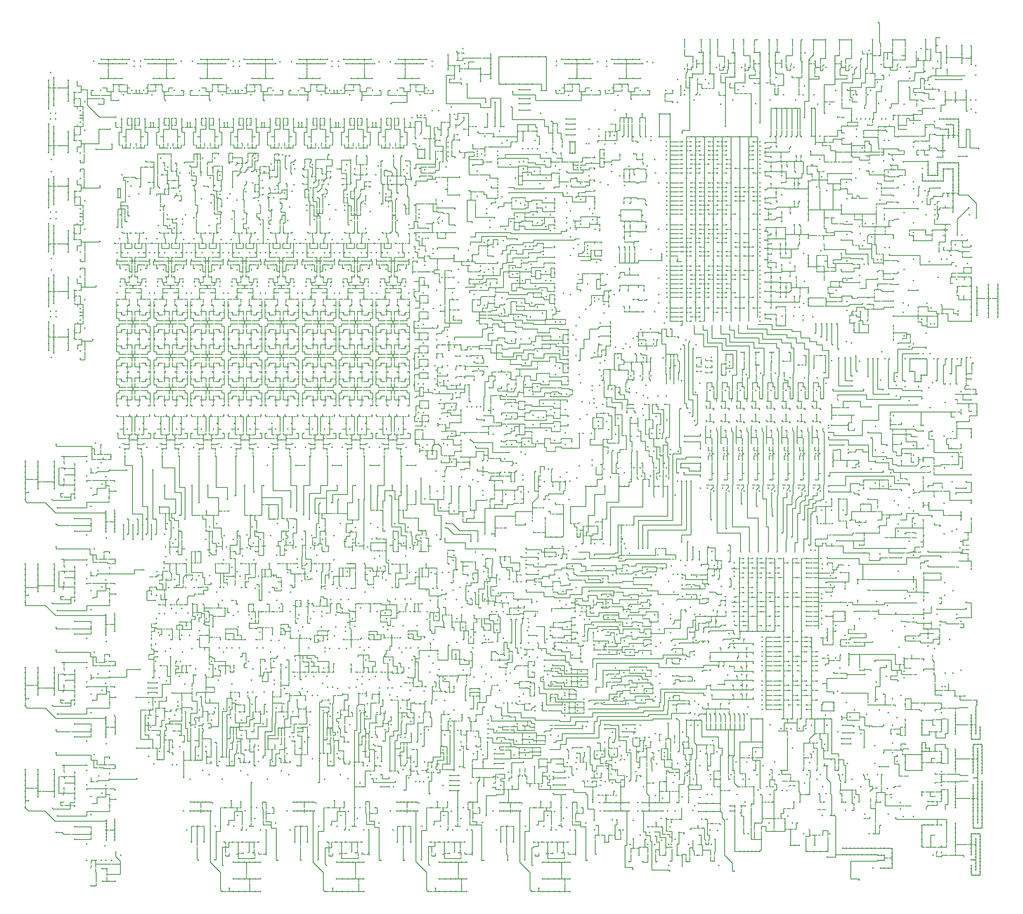
<source format=gbr>
%FSLAX34Y34*%
%MOMM*%
%LNCOPPER_TOP*%
G71*
G01*
%ADD10C, 0.50*%
%ADD11C, 0.25*%
%ADD12R, 0.50X0.50*%
%LPD*%
X446000Y2338000D02*
G54D10*
D03*
X476000Y2346000D02*
G54D10*
D03*
X452000Y2370000D02*
G54D10*
D03*
X480000Y2368000D02*
G54D10*
D03*
X442000Y2384000D02*
G54D10*
D03*
X512000Y2346000D02*
G54D10*
D03*
X542000Y2364000D02*
G54D10*
D03*
X524000Y2382000D02*
G54D10*
D03*
X508000Y2382000D02*
G54D10*
D03*
X420000Y2308000D02*
G54D10*
D03*
X410000Y2334000D02*
G54D10*
D03*
X418000Y2334000D02*
G54D10*
D03*
X410000Y2362000D02*
G54D10*
D03*
X418000Y2362000D02*
G54D10*
D03*
X418000Y2280000D02*
G54D10*
D03*
X446000Y2276000D02*
G54D10*
D03*
X354000Y2370000D02*
G54D10*
D03*
X354000Y2196000D02*
G54D10*
D03*
X292000Y2162000D02*
G54D10*
D03*
X292000Y2138000D02*
G54D10*
D03*
X292000Y2108000D02*
G54D10*
D03*
X254000Y2162000D02*
G54D10*
D03*
X254000Y2186000D02*
G54D10*
D03*
X254000Y2206000D02*
G54D10*
D03*
X254000Y2230000D02*
G54D10*
D03*
X272000Y2224000D02*
G54D10*
D03*
X272000Y2202000D02*
G54D10*
D03*
X306000Y2234000D02*
G54D10*
D03*
X292000Y2260000D02*
G54D10*
D03*
X200000Y2142000D02*
G54D10*
D03*
X208000Y2156000D02*
G54D10*
D03*
X208000Y2178000D02*
G54D10*
D03*
X208000Y2200000D02*
G54D10*
D03*
X208000Y2222000D02*
G54D10*
D03*
X208000Y2246000D02*
G54D10*
D03*
X192000Y2164000D02*
G54D10*
D03*
X192000Y2186000D02*
G54D10*
D03*
X192000Y2210000D02*
G54D10*
D03*
X192000Y2230000D02*
G54D10*
D03*
X192000Y2252000D02*
G54D10*
D03*
X198000Y2268000D02*
G54D10*
D03*
X216000Y2268000D02*
G54D10*
D03*
X606000Y2324000D02*
G54D10*
D03*
X736000Y2306000D02*
G54D10*
D03*
X400000Y2190000D02*
G54D10*
D03*
X442000Y2190000D02*
G54D10*
D03*
X476000Y2190000D02*
G54D10*
D03*
X518000Y2190000D02*
G54D10*
D03*
X560000Y2190000D02*
G54D10*
D03*
X592000Y2190000D02*
G54D10*
D03*
X634000Y2190000D02*
G54D10*
D03*
X677000Y2190000D02*
G54D10*
D03*
X710000Y2190000D02*
G54D10*
D03*
X752000Y2190000D02*
G54D10*
D03*
X742000Y2160000D02*
G54D10*
D03*
X760000Y2160000D02*
G54D10*
D03*
X794000Y2190000D02*
G54D10*
D03*
X826000Y2190000D02*
G54D10*
D03*
X768000Y2202000D02*
G54D10*
D03*
X736000Y2202000D02*
G54D10*
D03*
X776000Y2224000D02*
G54D10*
D03*
X802000Y2222000D02*
G54D10*
D03*
X816000Y2222000D02*
G54D10*
D03*
X726000Y2224000D02*
G54D10*
D03*
X734000Y2238000D02*
G54D10*
D03*
X700000Y2222000D02*
G54D10*
D03*
X686000Y2222000D02*
G54D10*
D03*
X660000Y2222000D02*
G54D10*
D03*
X650000Y2204000D02*
G54D10*
D03*
X658000Y2160000D02*
G54D10*
D03*
X676000Y2160000D02*
G54D10*
D03*
X710000Y2160000D02*
G54D10*
D03*
X726000Y2160000D02*
G54D10*
D03*
X776000Y2160000D02*
G54D10*
D03*
X792000Y2160000D02*
G54D10*
D03*
X408000Y2160000D02*
G54D10*
D03*
X424000Y2160000D02*
G54D10*
D03*
X442000Y2160000D02*
G54D10*
D03*
X476000Y2160000D02*
G54D10*
D03*
X492000Y2160000D02*
G54D10*
D03*
X200000Y2106000D02*
G54D10*
D03*
X208000Y2090000D02*
G54D10*
D03*
X192000Y2080000D02*
G54D10*
D03*
X208000Y2068000D02*
G54D10*
D03*
X192000Y2058000D02*
G54D10*
D03*
X192000Y2036000D02*
G54D10*
D03*
X208000Y2046000D02*
G54D10*
D03*
X208000Y2022000D02*
G54D10*
D03*
X192000Y2012000D02*
G54D10*
D03*
X192000Y1990000D02*
G54D10*
D03*
X208000Y2000000D02*
G54D10*
D03*
X198000Y1976000D02*
G54D10*
D03*
X216000Y1976000D02*
G54D10*
D03*
X292000Y1972000D02*
G54D10*
D03*
X292000Y1962000D02*
G54D10*
D03*
X292000Y1948000D02*
G54D10*
D03*
X292000Y1984000D02*
G54D10*
D03*
X192000Y1852000D02*
G54D10*
D03*
X192000Y1874000D02*
G54D10*
D03*
X192000Y1898000D02*
G54D10*
D03*
X192000Y1920000D02*
G54D10*
D03*
X192000Y1942000D02*
G54D10*
D03*
X198000Y1958000D02*
G54D10*
D03*
X216000Y1958000D02*
G54D10*
D03*
X208000Y1932000D02*
G54D10*
D03*
X208000Y1910000D02*
G54D10*
D03*
X208000Y1888000D02*
G54D10*
D03*
X208000Y1866000D02*
G54D10*
D03*
X208000Y1844000D02*
G54D10*
D03*
X200000Y1830000D02*
G54D10*
D03*
X216000Y2288000D02*
G54D10*
D03*
X198000Y2288000D02*
G54D10*
D03*
X208000Y2312000D02*
G54D10*
D03*
X208000Y2334000D02*
G54D10*
D03*
X208000Y2356000D02*
G54D10*
D03*
X208000Y2378000D02*
G54D10*
D03*
X208000Y2400000D02*
G54D10*
D03*
X200000Y2416000D02*
G54D10*
D03*
X192000Y2392000D02*
G54D10*
D03*
X192000Y2370000D02*
G54D10*
D03*
X192000Y2348000D02*
G54D10*
D03*
X192000Y2326000D02*
G54D10*
D03*
X192000Y2302000D02*
G54D10*
D03*
X2810000Y2886000D02*
G54D10*
D03*
X3088000Y2606000D02*
G54D10*
D03*
X3088000Y2464000D02*
G54D10*
D03*
X254000Y1918000D02*
G54D10*
D03*
X273000Y1914000D02*
G54D10*
D03*
X273000Y1890000D02*
G54D10*
D03*
X254000Y1896000D02*
G54D10*
D03*
X254000Y1874000D02*
G54D10*
D03*
X254000Y1852000D02*
G54D10*
D03*
X254000Y2082000D02*
G54D10*
D03*
X254000Y2060000D02*
G54D10*
D03*
X254000Y2038000D02*
G54D10*
D03*
X254000Y2016000D02*
G54D10*
D03*
X273000Y2042000D02*
G54D10*
D03*
X273000Y2020000D02*
G54D10*
D03*
X402000Y2710000D02*
G54D10*
D03*
X424000Y2710000D02*
G54D10*
D03*
X380000Y2710000D02*
G54D10*
D03*
X356000Y2710000D02*
G54D10*
D03*
X396000Y2690000D02*
G54D10*
D03*
X420000Y2690000D02*
G54D10*
D03*
X1656000Y2778000D02*
G54D10*
D03*
X1674000Y2778000D02*
G54D10*
D03*
X1698000Y2778000D02*
G54D10*
D03*
X1716000Y2778000D02*
G54D10*
D03*
X1740000Y2778000D02*
G54D10*
D03*
X1760000Y2778000D02*
G54D10*
D03*
X1746000Y2672000D02*
G54D10*
D03*
X1762000Y2672000D02*
G54D10*
D03*
X1700000Y2692000D02*
G54D10*
D03*
X1718000Y2692000D02*
G54D10*
D03*
X1658000Y2692000D02*
G54D10*
D03*
X1676000Y2692000D02*
G54D10*
D03*
X1616000Y2692000D02*
G54D10*
D03*
X1634000Y2692000D02*
G54D10*
D03*
X1498000Y2804000D02*
G54D10*
D03*
X1480000Y2794000D02*
G54D10*
D03*
X1488000Y2750000D02*
G54D10*
D03*
X1488000Y2732000D02*
G54D10*
D03*
X1492000Y2708000D02*
G54D10*
D03*
X1494000Y2692000D02*
G54D10*
D03*
X1512000Y2692000D02*
G54D10*
D03*
X1404000Y2672000D02*
G54D10*
D03*
X1390000Y2672000D02*
G54D10*
D03*
X1292000Y2672000D02*
G54D10*
D03*
X1268000Y2672000D02*
G54D10*
D03*
X1236000Y2672000D02*
G54D10*
D03*
X1214000Y2672000D02*
G54D10*
D03*
X1114000Y2672000D02*
G54D10*
D03*
X1102000Y2672000D02*
G54D10*
D03*
X1092000Y2672000D02*
G54D10*
D03*
X1078000Y2672000D02*
G54D10*
D03*
X980000Y2672000D02*
G54D10*
D03*
X956000Y2672000D02*
G54D10*
D03*
X924000Y2672000D02*
G54D10*
D03*
X900000Y2672000D02*
G54D10*
D03*
X802000Y2672000D02*
G54D10*
D03*
X790000Y2672000D02*
G54D10*
D03*
X780000Y2672000D02*
G54D10*
D03*
X766000Y2672000D02*
G54D10*
D03*
X292000Y1826000D02*
G54D10*
D03*
X292000Y1850000D02*
G54D10*
D03*
X332000Y1886000D02*
G54D10*
D03*
X3020000Y2668000D02*
G54D10*
D03*
X3020000Y2638000D02*
G54D10*
D03*
X3006000Y2606000D02*
G54D10*
D03*
X3120000Y2052000D02*
G54D10*
D03*
X3120000Y2038000D02*
G54D10*
D03*
X3120000Y2016000D02*
G54D10*
D03*
X3120000Y2000000D02*
G54D10*
D03*
X3120000Y1978000D02*
G54D10*
D03*
X3120000Y1962000D02*
G54D10*
D03*
X254000Y2326000D02*
G54D10*
D03*
X254000Y2350000D02*
G54D10*
D03*
X254000Y2372000D02*
G54D10*
D03*
X254000Y2394000D02*
G54D10*
D03*
X254000Y2476000D02*
G54D10*
D03*
X254000Y2498000D02*
G54D10*
D03*
X254000Y2520000D02*
G54D10*
D03*
X254000Y2542000D02*
G54D10*
D03*
X200000Y2454000D02*
G54D10*
D03*
X208000Y2468000D02*
G54D10*
D03*
X208000Y2490000D02*
G54D10*
D03*
X208000Y2512000D02*
G54D10*
D03*
X208000Y2536000D02*
G54D10*
D03*
X192000Y2476000D02*
G54D10*
D03*
X192000Y2498000D02*
G54D10*
D03*
X192000Y2522000D02*
G54D10*
D03*
X192000Y2542000D02*
G54D10*
D03*
X192000Y2566000D02*
G54D10*
D03*
X198000Y2582000D02*
G54D10*
D03*
X214000Y2582000D02*
G54D10*
D03*
X292000Y2608000D02*
G54D10*
D03*
X292000Y2594000D02*
G54D10*
D03*
X292000Y2584000D02*
G54D10*
D03*
X292000Y2572000D02*
G54D10*
D03*
X306000Y2636000D02*
G54D10*
D03*
X350000Y2628000D02*
G54D10*
D03*
X356000Y2672000D02*
G54D10*
D03*
X332000Y2672000D02*
G54D10*
D03*
X412000Y2640000D02*
G54D10*
D03*
X428000Y2658000D02*
G54D10*
D03*
X454000Y2672000D02*
G54D10*
D03*
X468000Y2672000D02*
G54D10*
D03*
X478000Y2672000D02*
G54D10*
D03*
X306000Y2546000D02*
G54D10*
D03*
X272000Y2538000D02*
G54D10*
D03*
X272000Y2514000D02*
G54D10*
D03*
X292000Y2474000D02*
G54D10*
D03*
X292000Y2274000D02*
G54D10*
D03*
X292000Y2284000D02*
G54D10*
D03*
X292000Y2298000D02*
G54D10*
D03*
X306000Y2324000D02*
G54D10*
D03*
X292000Y2394000D02*
G54D10*
D03*
X292000Y2418000D02*
G54D10*
D03*
X292000Y2450000D02*
G54D10*
D03*
X274000Y2332000D02*
G54D10*
D03*
X274000Y2354000D02*
G54D10*
D03*
X292000Y2084000D02*
G54D10*
D03*
X192000Y2614000D02*
G54D10*
D03*
X192000Y2636000D02*
G54D10*
D03*
X192000Y2658000D02*
G54D10*
D03*
X192000Y2682000D02*
G54D10*
D03*
X192000Y2704000D02*
G54D10*
D03*
X198000Y2728000D02*
G54D10*
D03*
X208000Y2712000D02*
G54D10*
D03*
X208000Y2690000D02*
G54D10*
D03*
X208000Y2668000D02*
G54D10*
D03*
X208000Y2646000D02*
G54D10*
D03*
X208000Y2624000D02*
G54D10*
D03*
X254000Y2638000D02*
G54D10*
D03*
X254000Y2660000D02*
G54D10*
D03*
X254000Y2684000D02*
G54D10*
D03*
X254000Y2704000D02*
G54D10*
D03*
X272000Y2666000D02*
G54D10*
D03*
X272000Y2642000D02*
G54D10*
D03*
X1364000Y2658000D02*
G54D10*
D03*
X342000Y2054000D02*
G54D10*
D03*
X526000Y2690000D02*
G54D10*
D03*
X548000Y2690000D02*
G54D10*
D03*
X522000Y2710000D02*
G54D10*
D03*
X542000Y2710000D02*
G54D10*
D03*
X566000Y2710000D02*
G54D10*
D03*
X588000Y2710000D02*
G54D10*
D03*
X670000Y2710000D02*
G54D10*
D03*
X692000Y2710000D02*
G54D10*
D03*
X714000Y2710000D02*
G54D10*
D03*
X736000Y2710000D02*
G54D10*
D03*
X708000Y2690000D02*
G54D10*
D03*
X732000Y2690000D02*
G54D10*
D03*
X838000Y2690000D02*
G54D10*
D03*
X860000Y2690000D02*
G54D10*
D03*
X834000Y2710000D02*
G54D10*
D03*
X856000Y2710000D02*
G54D10*
D03*
X878000Y2710000D02*
G54D10*
D03*
X900000Y2710000D02*
G54D10*
D03*
X358000Y2770000D02*
G54D10*
D03*
X380000Y2770000D02*
G54D10*
D03*
X402000Y2770000D02*
G54D10*
D03*
X426000Y2770000D02*
G54D10*
D03*
X446000Y2770000D02*
G54D10*
D03*
X462000Y2764000D02*
G54D10*
D03*
X462000Y2748000D02*
G54D10*
D03*
X350000Y2756000D02*
G54D10*
D03*
X372000Y2756000D02*
G54D10*
D03*
X394000Y2756000D02*
G54D10*
D03*
X416000Y2756000D02*
G54D10*
D03*
X438000Y2756000D02*
G54D10*
D03*
X334000Y2764000D02*
G54D10*
D03*
X198000Y2600000D02*
G54D10*
D03*
X214000Y2600000D02*
G54D10*
D03*
X208000Y2558000D02*
G54D10*
D03*
X306000Y1922000D02*
G54D10*
D03*
X492000Y2672000D02*
G54D10*
D03*
X610000Y2764000D02*
G54D10*
D03*
X506000Y2756000D02*
G54D10*
D03*
X528000Y2756000D02*
G54D10*
D03*
X550000Y2756000D02*
G54D10*
D03*
X572000Y2756000D02*
G54D10*
D03*
X594000Y2756000D02*
G54D10*
D03*
X496000Y2770000D02*
G54D10*
D03*
X520000Y2770000D02*
G54D10*
D03*
X542000Y2770000D02*
G54D10*
D03*
X564000Y2770000D02*
G54D10*
D03*
X586000Y2770000D02*
G54D10*
D03*
X646000Y2764000D02*
G54D10*
D03*
X662000Y2756000D02*
G54D10*
D03*
X684000Y2756000D02*
G54D10*
D03*
X706000Y2756000D02*
G54D10*
D03*
X728000Y2756000D02*
G54D10*
D03*
X750000Y2756000D02*
G54D10*
D03*
X672000Y2770000D02*
G54D10*
D03*
X692000Y2770000D02*
G54D10*
D03*
X714000Y2770000D02*
G54D10*
D03*
X738000Y2770000D02*
G54D10*
D03*
X760000Y2770000D02*
G54D10*
D03*
X774000Y2764000D02*
G54D10*
D03*
X774000Y2748000D02*
G54D10*
D03*
X794000Y2748000D02*
G54D10*
D03*
X794000Y2764000D02*
G54D10*
D03*
X808000Y2770000D02*
G54D10*
D03*
X832000Y2770000D02*
G54D10*
D03*
X854000Y2770000D02*
G54D10*
D03*
X876000Y2770000D02*
G54D10*
D03*
X898000Y2770000D02*
G54D10*
D03*
X922000Y2762000D02*
G54D10*
D03*
X908000Y2756000D02*
G54D10*
D03*
X886000Y2756000D02*
G54D10*
D03*
X862000Y2756000D02*
G54D10*
D03*
X840000Y2756000D02*
G54D10*
D03*
X818000Y2756000D02*
G54D10*
D03*
X958000Y2762000D02*
G54D10*
D03*
X974000Y2756000D02*
G54D10*
D03*
X996000Y2756000D02*
G54D10*
D03*
X1018000Y2756000D02*
G54D10*
D03*
X1040000Y2756000D02*
G54D10*
D03*
X1064000Y2756000D02*
G54D10*
D03*
X982000Y2770000D02*
G54D10*
D03*
X1006000Y2770000D02*
G54D10*
D03*
X1028000Y2770000D02*
G54D10*
D03*
X1050000Y2770000D02*
G54D10*
D03*
X1072000Y2770000D02*
G54D10*
D03*
X1086000Y2764000D02*
G54D10*
D03*
X1086000Y2748000D02*
G54D10*
D03*
X1106000Y2748000D02*
G54D10*
D03*
X1106000Y2764000D02*
G54D10*
D03*
X1122000Y2770000D02*
G54D10*
D03*
X1144000Y2770000D02*
G54D10*
D03*
X1166000Y2770000D02*
G54D10*
D03*
X1188000Y2770000D02*
G54D10*
D03*
X1210000Y2770000D02*
G54D10*
D03*
X1130000Y2756000D02*
G54D10*
D03*
X1152000Y2756000D02*
G54D10*
D03*
X1174000Y2756000D02*
G54D10*
D03*
X1196000Y2756000D02*
G54D10*
D03*
X1220000Y2756000D02*
G54D10*
D03*
X1234000Y2762000D02*
G54D10*
D03*
X1296000Y2770000D02*
G54D10*
D03*
X1316000Y2770000D02*
G54D10*
D03*
X1340000Y2770000D02*
G54D10*
D03*
X1362000Y2770000D02*
G54D10*
D03*
X1384000Y2770000D02*
G54D10*
D03*
X1402000Y2764000D02*
G54D10*
D03*
X1402000Y2748000D02*
G54D10*
D03*
X1270000Y2762000D02*
G54D10*
D03*
X1286000Y2756000D02*
G54D10*
D03*
X1308000Y2756000D02*
G54D10*
D03*
X1330000Y2756000D02*
G54D10*
D03*
X1352000Y2756000D02*
G54D10*
D03*
X1374000Y2756000D02*
G54D10*
D03*
X482000Y2748000D02*
G54D10*
D03*
X482000Y2764000D02*
G54D10*
D03*
X1504000Y2756000D02*
G54D10*
D03*
X342000Y2486000D02*
G54D10*
D03*
X392000Y2502000D02*
G54D10*
D03*
X386000Y2550000D02*
G54D10*
D03*
X404000Y2570000D02*
G54D10*
D03*
X440000Y2570000D02*
G54D10*
D03*
X982000Y2710000D02*
G54D10*
D03*
X1004000Y2710000D02*
G54D10*
D03*
X1026000Y2710000D02*
G54D10*
D03*
X1048000Y2710000D02*
G54D10*
D03*
X1020000Y2690000D02*
G54D10*
D03*
X1044000Y2690000D02*
G54D10*
D03*
X1008000Y2640000D02*
G54D10*
D03*
X306000Y2012000D02*
G54D10*
D03*
X1146000Y2710000D02*
G54D10*
D03*
X1168000Y2710000D02*
G54D10*
D03*
X1190000Y2710000D02*
G54D10*
D03*
X1212000Y2710000D02*
G54D10*
D03*
X1148000Y2690000D02*
G54D10*
D03*
X1172000Y2690000D02*
G54D10*
D03*
X1294000Y2710000D02*
G54D10*
D03*
X1314000Y2710000D02*
G54D10*
D03*
X1338000Y2710000D02*
G54D10*
D03*
X1360000Y2710000D02*
G54D10*
D03*
X1332000Y2690000D02*
G54D10*
D03*
X1356000Y2690000D02*
G54D10*
D03*
X1272000Y2630000D02*
G54D10*
D03*
X1178000Y2640000D02*
G54D10*
D03*
X1452000Y2738000D02*
G54D10*
D03*
X1452000Y2760000D02*
G54D10*
D03*
X1452000Y2784000D02*
G54D10*
D03*
X588000Y2672000D02*
G54D10*
D03*
X612000Y2672000D02*
G54D10*
D03*
X644000Y2672000D02*
G54D10*
D03*
X668000Y2672000D02*
G54D10*
D03*
X702000Y2640000D02*
G54D10*
D03*
X560000Y2640000D02*
G54D10*
D03*
X518000Y2658000D02*
G54D10*
D03*
X740000Y2658000D02*
G54D10*
D03*
X830000Y2658000D02*
G54D10*
D03*
X872000Y2640000D02*
G54D10*
D03*
X846000Y2582000D02*
G54D10*
D03*
X890000Y2582000D02*
G54D10*
D03*
X964000Y2582000D02*
G54D10*
D03*
X422000Y2582000D02*
G54D10*
D03*
X404000Y2588000D02*
G54D10*
D03*
X496000Y2582000D02*
G54D10*
D03*
X478000Y2570000D02*
G54D10*
D03*
X514000Y2570000D02*
G54D10*
D03*
X522000Y2570000D02*
G54D10*
D03*
X556000Y2570000D02*
G54D10*
D03*
X540000Y2582000D02*
G54D10*
D03*
X612000Y2582000D02*
G54D10*
D03*
X612000Y2550000D02*
G54D10*
D03*
X594000Y2570000D02*
G54D10*
D03*
X630000Y2570000D02*
G54D10*
D03*
X638000Y2570000D02*
G54D10*
D03*
X656000Y2582000D02*
G54D10*
D03*
X656000Y2550000D02*
G54D10*
D03*
X674000Y2570000D02*
G54D10*
D03*
X712000Y2570000D02*
G54D10*
D03*
X730000Y2582000D02*
G54D10*
D03*
X694000Y2490000D02*
G54D10*
D03*
X460000Y2490000D02*
G54D10*
D03*
X434000Y2490000D02*
G54D10*
D03*
X486000Y2490000D02*
G54D10*
D03*
X550000Y2490000D02*
G54D10*
D03*
X576000Y2490000D02*
G54D10*
D03*
X602000Y2490000D02*
G54D10*
D03*
X666000Y2490000D02*
G54D10*
D03*
X718000Y2490000D02*
G54D10*
D03*
X784000Y2490000D02*
G54D10*
D03*
X810000Y2490000D02*
G54D10*
D03*
X836000Y2490000D02*
G54D10*
D03*
X902000Y2490000D02*
G54D10*
D03*
X926000Y2490000D02*
G54D10*
D03*
X954000Y2490000D02*
G54D10*
D03*
X1018000Y2490000D02*
G54D10*
D03*
X1044000Y2490000D02*
G54D10*
D03*
X1070000Y2490000D02*
G54D10*
D03*
X1134000Y2490000D02*
G54D10*
D03*
X1162000Y2490000D02*
G54D10*
D03*
X1186000Y2490000D02*
G54D10*
D03*
X1252000Y2490000D02*
G54D10*
D03*
X1278000Y2490000D02*
G54D10*
D03*
X1304000Y2490000D02*
G54D10*
D03*
X1356000Y2486000D02*
G54D10*
D03*
X1367000Y2486000D02*
G54D10*
D03*
X1378000Y2486000D02*
G54D10*
D03*
X1356000Y2458000D02*
G54D10*
D03*
X1367000Y2458000D02*
G54D10*
D03*
X1378000Y2458000D02*
G54D10*
D03*
X746000Y2570000D02*
G54D10*
D03*
X756000Y2570000D02*
G54D10*
D03*
X792000Y2570000D02*
G54D10*
D03*
X830000Y2570000D02*
G54D10*
D03*
X864000Y2570000D02*
G54D10*
D03*
X872000Y2570000D02*
G54D10*
D03*
X908000Y2570000D02*
G54D10*
D03*
X946000Y2570000D02*
G54D10*
D03*
X980000Y2570000D02*
G54D10*
D03*
X990000Y2570000D02*
G54D10*
D03*
X1026000Y2570000D02*
G54D10*
D03*
X1062000Y2570000D02*
G54D10*
D03*
X1098000Y2570000D02*
G54D10*
D03*
X1106000Y2570000D02*
G54D10*
D03*
X1142000Y2570000D02*
G54D10*
D03*
X1180000Y2570000D02*
G54D10*
D03*
X1214000Y2570000D02*
G54D10*
D03*
X1224000Y2570000D02*
G54D10*
D03*
X1240000Y2582000D02*
G54D10*
D03*
X1196000Y2582000D02*
G54D10*
D03*
X1124000Y2582000D02*
G54D10*
D03*
X1080000Y2582000D02*
G54D10*
D03*
X1258000Y2570000D02*
G54D10*
D03*
X1296000Y2570000D02*
G54D10*
D03*
X1332000Y2570000D02*
G54D10*
D03*
X1338000Y2586000D02*
G54D10*
D03*
X1354000Y2594000D02*
G54D10*
D03*
X1366000Y2594000D02*
G54D10*
D03*
X1378000Y2594000D02*
G54D10*
D03*
X1350000Y2520000D02*
G54D10*
D03*
X1376000Y2520000D02*
G54D10*
D03*
X774000Y2582000D02*
G54D10*
D03*
X1006000Y2582000D02*
G54D10*
D03*
X1656000Y2668000D02*
G54D10*
D03*
X1834000Y2710000D02*
G54D10*
D03*
X1856000Y2710000D02*
G54D10*
D03*
X1880000Y2710000D02*
G54D10*
D03*
X1902000Y2710000D02*
G54D10*
D03*
X1992000Y2710000D02*
G54D10*
D03*
X2014000Y2710000D02*
G54D10*
D03*
X2036000Y2710000D02*
G54D10*
D03*
X2058000Y2710000D02*
G54D10*
D03*
X1794000Y2750000D02*
G54D10*
D03*
X1794000Y2764000D02*
G54D10*
D03*
X1810000Y2770000D02*
G54D10*
D03*
X1834000Y2770000D02*
G54D10*
D03*
X1856000Y2770000D02*
G54D10*
D03*
X1878000Y2770000D02*
G54D10*
D03*
X1900000Y2770000D02*
G54D10*
D03*
X1820000Y2756000D02*
G54D10*
D03*
X1842000Y2756000D02*
G54D10*
D03*
X1864000Y2756000D02*
G54D10*
D03*
X1888000Y2756000D02*
G54D10*
D03*
X1908000Y2756000D02*
G54D10*
D03*
X1924000Y2762000D02*
G54D10*
D03*
X1586000Y2786000D02*
G54D10*
D03*
X1586000Y2770000D02*
G54D10*
D03*
X1586000Y2754000D02*
G54D10*
D03*
X1586000Y2742000D02*
G54D10*
D03*
X1586000Y2726000D02*
G54D10*
D03*
X1586000Y2710000D02*
G54D10*
D03*
X3024000Y2792000D02*
G54D10*
D03*
X3024000Y2776000D02*
G54D10*
D03*
X3024000Y2758000D02*
G54D10*
D03*
X3024000Y2812000D02*
G54D10*
D03*
X3086000Y2672000D02*
G54D10*
D03*
X3086000Y2650000D02*
G54D10*
D03*
X3052000Y2666000D02*
G54D10*
D03*
X3052000Y2636000D02*
G54D10*
D03*
X1838000Y2692000D02*
G54D10*
D03*
X1862000Y2692000D02*
G54D10*
D03*
X1952000Y2748000D02*
G54D10*
D03*
X1952000Y2764000D02*
G54D10*
D03*
X1968000Y2770000D02*
G54D10*
D03*
X1990000Y2770000D02*
G54D10*
D03*
X2012000Y2770000D02*
G54D10*
D03*
X2034000Y2770000D02*
G54D10*
D03*
X2056000Y2770000D02*
G54D10*
D03*
X2080000Y2762000D02*
G54D10*
D03*
X2098000Y2760000D02*
G54D10*
D03*
X1976000Y2756000D02*
G54D10*
D03*
X1998000Y2756000D02*
G54D10*
D03*
X2020000Y2756000D02*
G54D10*
D03*
X2042000Y2756000D02*
G54D10*
D03*
X2066000Y2756000D02*
G54D10*
D03*
X1052000Y2658000D02*
G54D10*
D03*
X1142000Y2658000D02*
G54D10*
D03*
X1792000Y2672000D02*
G54D10*
D03*
X1804000Y2672000D02*
G54D10*
D03*
X1904000Y2672000D02*
G54D10*
D03*
X1928000Y2672000D02*
G54D10*
D03*
X1948000Y2672000D02*
G54D10*
D03*
X1960000Y2672000D02*
G54D10*
D03*
X2058000Y2672000D02*
G54D10*
D03*
X2082000Y2672000D02*
G54D10*
D03*
X2138000Y2672000D02*
G54D10*
D03*
X2160000Y2672000D02*
G54D10*
D03*
X2198000Y2672000D02*
G54D10*
D03*
X2198000Y2658000D02*
G54D10*
D03*
X2234000Y2658000D02*
G54D10*
D03*
X2246000Y2658000D02*
G54D10*
D03*
X2186000Y2656000D02*
G54D10*
D03*
X2186000Y2686000D02*
G54D10*
D03*
X2176000Y2706000D02*
G54D10*
D03*
X2176000Y2634000D02*
G54D10*
D03*
X2160000Y2634000D02*
G54D10*
D03*
X2030000Y2644000D02*
G54D10*
D03*
X1554000Y2742000D02*
G54D10*
D03*
X1554000Y2722000D02*
G54D10*
D03*
X1554000Y2700000D02*
G54D10*
D03*
X1994000Y2692000D02*
G54D10*
D03*
X2018000Y2692000D02*
G54D10*
D03*
X2198000Y2832000D02*
G54D10*
D03*
X2250000Y2832000D02*
G54D10*
D03*
X2278000Y2832000D02*
G54D10*
D03*
X2302000Y2832000D02*
G54D10*
D03*
X2352000Y2832000D02*
G54D10*
D03*
X2384000Y2832000D02*
G54D10*
D03*
X2426000Y2832000D02*
G54D10*
D03*
X2464000Y2832000D02*
G54D10*
D03*
X2490000Y2832000D02*
G54D10*
D03*
X2538000Y2832000D02*
G54D10*
D03*
X2568000Y2832000D02*
G54D10*
D03*
X2604000Y2832000D02*
G54D10*
D03*
X2642000Y2832000D02*
G54D10*
D03*
X2686000Y2832000D02*
G54D10*
D03*
X2724000Y2832000D02*
G54D10*
D03*
X2790000Y2832000D02*
G54D10*
D03*
X2854000Y2832000D02*
G54D10*
D03*
X2894000Y2832000D02*
G54D10*
D03*
X2958000Y2832000D02*
G54D10*
D03*
X3006000Y2792000D02*
G54D10*
D03*
X3072000Y2814000D02*
G54D10*
D03*
X3072000Y2786000D02*
G54D10*
D03*
X3072000Y2758000D02*
G54D10*
D03*
X3102000Y2812000D02*
G54D10*
D03*
X3102000Y2778000D02*
G54D10*
D03*
X3102000Y2754000D02*
G54D10*
D03*
X3116000Y2750000D02*
G54D10*
D03*
X3116000Y2720000D02*
G54D10*
D03*
X3026000Y2738000D02*
G54D10*
D03*
X3006000Y2742000D02*
G54D10*
D03*
X3000000Y2670000D02*
G54D10*
D03*
X2986000Y2616000D02*
G54D10*
D03*
X858000Y2310000D02*
G54D10*
D03*
X1004000Y2360000D02*
G54D10*
D03*
X942000Y2328000D02*
G54D10*
D03*
X1028000Y2380000D02*
G54D10*
D03*
X890000Y2394000D02*
G54D10*
D03*
X854000Y2402000D02*
G54D10*
D03*
X960000Y2354000D02*
G54D10*
D03*
X966000Y2374000D02*
G54D10*
D03*
X994000Y2378000D02*
G54D10*
D03*
X942000Y2378000D02*
G54D10*
D03*
X906000Y2360000D02*
G54D10*
D03*
X902000Y2334000D02*
G54D10*
D03*
X924000Y2316000D02*
G54D10*
D03*
X854000Y2324000D02*
G54D10*
D03*
X888000Y2334000D02*
G54D10*
D03*
X868000Y2344000D02*
G54D10*
D03*
X868000Y2364000D02*
G54D10*
D03*
X888000Y2364000D02*
G54D10*
D03*
X866000Y2388000D02*
G54D10*
D03*
X910000Y2398000D02*
G54D10*
D03*
X952000Y2304000D02*
G54D10*
D03*
X1006000Y2294000D02*
G54D10*
D03*
X1006000Y2310000D02*
G54D10*
D03*
X896000Y2296000D02*
G54D10*
D03*
X932000Y2278000D02*
G54D10*
D03*
X936000Y2348000D02*
G54D10*
D03*
X842000Y2352000D02*
G54D10*
D03*
X840000Y2332000D02*
G54D10*
D03*
X1060000Y2388000D02*
G54D10*
D03*
X1066000Y2360000D02*
G54D10*
D03*
X1074000Y2376000D02*
G54D10*
D03*
X1118000Y2374000D02*
G54D10*
D03*
X1146000Y2380000D02*
G54D10*
D03*
X1134000Y2344000D02*
G54D10*
D03*
X1126000Y2358000D02*
G54D10*
D03*
X1156000Y2358000D02*
G54D10*
D03*
X1180000Y2360000D02*
G54D10*
D03*
X1192000Y2340000D02*
G54D10*
D03*
X1274000Y2348000D02*
G54D10*
D03*
X1294000Y2348000D02*
G54D10*
D03*
X1178000Y2318000D02*
G54D10*
D03*
X1190000Y2314000D02*
G54D10*
D03*
X1150000Y2330000D02*
G54D10*
D03*
X1242000Y2314000D02*
G54D10*
D03*
X1236000Y2348000D02*
G54D10*
D03*
X1256000Y2346000D02*
G54D10*
D03*
X1264000Y2306000D02*
G54D10*
D03*
X1290000Y2330000D02*
G54D10*
D03*
X1246000Y2374000D02*
G54D10*
D03*
X1274000Y2374000D02*
G54D10*
D03*
X1270000Y2388000D02*
G54D10*
D03*
X1256000Y2420000D02*
G54D10*
D03*
X1224000Y2406000D02*
G54D10*
D03*
X1196000Y2408000D02*
G54D10*
D03*
X1156000Y2408000D02*
G54D10*
D03*
X1112000Y2424000D02*
G54D10*
D03*
X1128000Y2420000D02*
G54D10*
D03*
X1158000Y2424000D02*
G54D10*
D03*
X1194000Y2424000D02*
G54D10*
D03*
X1082000Y2400000D02*
G54D10*
D03*
X1082000Y2416000D02*
G54D10*
D03*
X1118000Y2394000D02*
G54D10*
D03*
X1206000Y2384000D02*
G54D10*
D03*
X1206000Y2368000D02*
G54D10*
D03*
X1206000Y2290000D02*
G54D10*
D03*
X1160000Y2280000D02*
G54D10*
D03*
X1126000Y2294000D02*
G54D10*
D03*
X1126000Y2308000D02*
G54D10*
D03*
X1098000Y2296000D02*
G54D10*
D03*
X1076000Y2312000D02*
G54D10*
D03*
X1078000Y2266000D02*
G54D10*
D03*
X1282000Y2278000D02*
G54D10*
D03*
X1346000Y2372000D02*
G54D10*
D03*
X1304000Y2372000D02*
G54D10*
D03*
X1336000Y2396000D02*
G54D10*
D03*
X1322000Y2410000D02*
G54D10*
D03*
X1312000Y2422000D02*
G54D10*
D03*
X1322000Y2434000D02*
G54D10*
D03*
X1318000Y2450000D02*
G54D10*
D03*
X1244000Y2450000D02*
G54D10*
D03*
X1280000Y2466000D02*
G54D10*
D03*
X1306000Y2466000D02*
G54D10*
D03*
X1346000Y2426000D02*
G54D10*
D03*
X1362000Y2426000D02*
G54D10*
D03*
X1362000Y2400000D02*
G54D10*
D03*
X1378000Y2422000D02*
G54D10*
D03*
X1416000Y2382000D02*
G54D10*
D03*
X1418000Y2456000D02*
G54D10*
D03*
X1394000Y2456000D02*
G54D10*
D03*
X1446000Y2360000D02*
G54D10*
D03*
X1446000Y2430000D02*
G54D10*
D03*
X1434000Y2324000D02*
G54D10*
D03*
X868000Y2190000D02*
G54D10*
D03*
X910000Y2190000D02*
G54D10*
D03*
X944000Y2190000D02*
G54D10*
D03*
X986000Y2190000D02*
G54D10*
D03*
X1028000Y2190000D02*
G54D10*
D03*
X1060000Y2190000D02*
G54D10*
D03*
X1102000Y2190000D02*
G54D10*
D03*
X1144000Y2190000D02*
G54D10*
D03*
X1178000Y2190000D02*
G54D10*
D03*
X1220000Y2190000D02*
G54D10*
D03*
X1262000Y2190000D02*
G54D10*
D03*
X1286000Y2190000D02*
G54D10*
D03*
X1330000Y2190000D02*
G54D10*
D03*
X1328000Y2220000D02*
G54D10*
D03*
X1290000Y2224000D02*
G54D10*
D03*
X1270000Y2222000D02*
G54D10*
D03*
X1244000Y2224000D02*
G54D10*
D03*
X1234000Y2202000D02*
G54D10*
D03*
X1202000Y2202000D02*
G54D10*
D03*
X1194000Y2224000D02*
G54D10*
D03*
X1168000Y2222000D02*
G54D10*
D03*
X1154000Y2222000D02*
G54D10*
D03*
X1126000Y2224000D02*
G54D10*
D03*
X1192000Y2236000D02*
G54D10*
D03*
X1292000Y2262000D02*
G54D10*
D03*
X1328000Y2248000D02*
G54D10*
D03*
X1146000Y2262000D02*
G54D10*
D03*
X1118000Y2202000D02*
G54D10*
D03*
X1126000Y2160000D02*
G54D10*
D03*
X1142000Y2160000D02*
G54D10*
D03*
X1142000Y2122000D02*
G54D10*
D03*
X1160000Y2134000D02*
G54D10*
D03*
X1178000Y2160000D02*
G54D10*
D03*
X1194000Y2160000D02*
G54D10*
D03*
X1210000Y2160000D02*
G54D10*
D03*
X1226000Y2160000D02*
G54D10*
D03*
X1244000Y2160000D02*
G54D10*
D03*
X1260000Y2160000D02*
G54D10*
D03*
X1296000Y2160000D02*
G54D10*
D03*
X1310000Y2160000D02*
G54D10*
D03*
X1328000Y2160000D02*
G54D10*
D03*
X1346000Y2180000D02*
G54D10*
D03*
X1346000Y2222000D02*
G54D10*
D03*
X498000Y2448000D02*
G54D10*
D03*
X546000Y2458000D02*
G54D10*
D03*
X554000Y2444000D02*
G54D10*
D03*
X592000Y2442000D02*
G54D10*
D03*
X620000Y2444000D02*
G54D10*
D03*
X660000Y2472000D02*
G54D10*
D03*
X728000Y2472000D02*
G54D10*
D03*
X556000Y2472000D02*
G54D10*
D03*
X678000Y2458000D02*
G54D10*
D03*
X716000Y2458000D02*
G54D10*
D03*
X1076000Y2470000D02*
G54D10*
D03*
X930000Y2468000D02*
G54D10*
D03*
X918000Y2468000D02*
G54D10*
D03*
X952000Y2466000D02*
G54D10*
D03*
X1164000Y2466000D02*
G54D10*
D03*
X1194000Y2466000D02*
G54D10*
D03*
X918000Y2452000D02*
G54D10*
D03*
X970000Y2452000D02*
G54D10*
D03*
X1020000Y2452000D02*
G54D10*
D03*
X1144000Y2452000D02*
G54D10*
D03*
X558000Y1426000D02*
G54D10*
D03*
X644000Y1426000D02*
G54D10*
D03*
X694000Y1426000D02*
G54D10*
D03*
X810000Y1426000D02*
G54D10*
D03*
X870000Y1426000D02*
G54D10*
D03*
X1102000Y1426000D02*
G54D10*
D03*
X1160000Y1426000D02*
G54D10*
D03*
X1208000Y1426000D02*
G54D10*
D03*
X1276000Y1426000D02*
G54D10*
D03*
X1322000Y1426000D02*
G54D10*
D03*
X550000Y1542000D02*
G54D10*
D03*
X484000Y1542000D02*
G54D10*
D03*
X490000Y1622000D02*
G54D10*
D03*
X544000Y1622000D02*
G54D10*
D03*
X438000Y1474000D02*
G54D10*
D03*
X520000Y1474000D02*
G54D10*
D03*
X388000Y1518000D02*
G54D10*
D03*
X404000Y1408000D02*
G54D10*
D03*
X400000Y1440000D02*
G54D10*
D03*
X384000Y1474000D02*
G54D10*
D03*
X372000Y1454000D02*
G54D10*
D03*
X360000Y1430000D02*
G54D10*
D03*
X382000Y1388000D02*
G54D10*
D03*
X348000Y1482000D02*
G54D10*
D03*
X432000Y1542000D02*
G54D10*
D03*
X400000Y1328000D02*
G54D10*
D03*
X400000Y1290000D02*
G54D10*
D03*
X402000Y1188000D02*
G54D10*
D03*
X400000Y1116000D02*
G54D10*
D03*
X404000Y1084000D02*
G54D10*
D03*
X400000Y1004000D02*
G54D10*
D03*
X400000Y966000D02*
G54D10*
D03*
X402000Y862000D02*
G54D10*
D03*
X400000Y790000D02*
G54D10*
D03*
X404000Y758000D02*
G54D10*
D03*
X402000Y680000D02*
G54D10*
D03*
X402000Y642000D02*
G54D10*
D03*
X402000Y540000D02*
G54D10*
D03*
X402000Y466000D02*
G54D10*
D03*
X404000Y436000D02*
G54D10*
D03*
X400000Y354000D02*
G54D10*
D03*
X400000Y318000D02*
G54D10*
D03*
X640000Y428000D02*
G54D10*
D03*
X688000Y428000D02*
G54D10*
D03*
X768000Y432000D02*
G54D10*
D03*
X798000Y428000D02*
G54D10*
D03*
X872000Y428000D02*
G54D10*
D03*
X976000Y428000D02*
G54D10*
D03*
X1012000Y428000D02*
G54D10*
D03*
X1094000Y432000D02*
G54D10*
D03*
X1124000Y428000D02*
G54D10*
D03*
X1198000Y430000D02*
G54D10*
D03*
X1302000Y428000D02*
G54D10*
D03*
X1338000Y428000D02*
G54D10*
D03*
X1418000Y430000D02*
G54D10*
D03*
X1450000Y428000D02*
G54D10*
D03*
X1522000Y428000D02*
G54D10*
D03*
X1544000Y428000D02*
G54D10*
D03*
X1628000Y426000D02*
G54D10*
D03*
X1664000Y426000D02*
G54D10*
D03*
X1744000Y430000D02*
G54D10*
D03*
X1776000Y428000D02*
G54D10*
D03*
X1848000Y428000D02*
G54D10*
D03*
X210000Y1502000D02*
G54D10*
D03*
X210000Y1468000D02*
G54D10*
D03*
X210000Y1452000D02*
G54D10*
D03*
X158000Y1502000D02*
G54D10*
D03*
X158000Y1452000D02*
G54D10*
D03*
X158000Y1434000D02*
G54D10*
D03*
X118000Y1434000D02*
G54D10*
D03*
X118000Y1452000D02*
G54D10*
D03*
X118000Y1502000D02*
G54D10*
D03*
X216000Y1556000D02*
G54D10*
D03*
X128000Y1404000D02*
G54D10*
D03*
X118000Y1382000D02*
G54D10*
D03*
X274000Y1494000D02*
G54D10*
D03*
X274000Y1442000D02*
G54D10*
D03*
X274000Y1412000D02*
G54D10*
D03*
X274000Y1386000D02*
G54D10*
D03*
X1394000Y1424000D02*
G54D10*
D03*
X1438000Y1424000D02*
G54D10*
D03*
X1462000Y1424000D02*
G54D10*
D03*
X1490000Y1424000D02*
G54D10*
D03*
X1518000Y1424000D02*
G54D10*
D03*
X1436000Y1454000D02*
G54D10*
D03*
X1562000Y1458000D02*
G54D10*
D03*
X1598000Y1424000D02*
G54D10*
D03*
X498000Y1704000D02*
G54D10*
D03*
X498000Y1758000D02*
G54D10*
D03*
X498000Y1810000D02*
G54D10*
D03*
X538000Y1758000D02*
G54D10*
D03*
X498000Y1864000D02*
G54D10*
D03*
X538000Y1864000D02*
G54D10*
D03*
X538000Y1914000D02*
G54D10*
D03*
X498000Y1914000D02*
G54D10*
D03*
X498000Y1968000D02*
G54D10*
D03*
X538000Y1968000D02*
G54D10*
D03*
X484000Y2020000D02*
G54D10*
D03*
X434000Y2020000D02*
G54D10*
D03*
X550000Y2020000D02*
G54D10*
D03*
X422000Y1810000D02*
G54D10*
D03*
X422000Y1758000D02*
G54D10*
D03*
X422000Y1704000D02*
G54D10*
D03*
X428000Y1622000D02*
G54D10*
D03*
X422000Y1864000D02*
G54D10*
D03*
X422000Y1914000D02*
G54D10*
D03*
X422000Y1968000D02*
G54D10*
D03*
X418000Y2068000D02*
G54D10*
D03*
X418000Y2110000D02*
G54D10*
D03*
X408000Y2138000D02*
G54D10*
D03*
X458000Y2134000D02*
G54D10*
D03*
X458000Y2054000D02*
G54D10*
D03*
X478000Y2122000D02*
G54D10*
D03*
X440000Y2122000D02*
G54D10*
D03*
X436000Y2106000D02*
G54D10*
D03*
X446000Y2084000D02*
G54D10*
D03*
X472000Y2084000D02*
G54D10*
D03*
X482000Y2106000D02*
G54D10*
D03*
X498000Y2110000D02*
G54D10*
D03*
X498000Y2068000D02*
G54D10*
D03*
X458000Y1570000D02*
G54D10*
D03*
X410000Y1590000D02*
G54D10*
D03*
X448000Y1648000D02*
G54D10*
D03*
X470000Y1648000D02*
G54D10*
D03*
X458000Y1732000D02*
G54D10*
D03*
X458000Y1836000D02*
G54D10*
D03*
X458000Y1942000D02*
G54D10*
D03*
X510000Y2138000D02*
G54D10*
D03*
X510000Y2160000D02*
G54D10*
D03*
X526000Y2160000D02*
G54D10*
D03*
X526000Y2138000D02*
G54D10*
D03*
X542000Y2160000D02*
G54D10*
D03*
X558000Y2160000D02*
G54D10*
D03*
X556000Y2122000D02*
G54D10*
D03*
X536000Y2110000D02*
G54D10*
D03*
X554000Y2106000D02*
G54D10*
D03*
X1346000Y2310000D02*
G54D10*
D03*
X1476000Y2580000D02*
G54D10*
D03*
X1778000Y2574000D02*
G54D10*
D03*
X2014000Y2598000D02*
G54D10*
D03*
X2152000Y2598000D02*
G54D10*
D03*
X2118000Y2598000D02*
G54D10*
D03*
X2118000Y2526000D02*
G54D10*
D03*
X2152000Y2526000D02*
G54D10*
D03*
X446000Y2084000D02*
G54D10*
D03*
X408000Y2034000D02*
G54D10*
D03*
X418000Y2054000D02*
G54D10*
D03*
X498000Y2054000D02*
G54D10*
D03*
X536000Y2054000D02*
G54D10*
D03*
X536000Y2068000D02*
G54D10*
D03*
X410000Y1994000D02*
G54D10*
D03*
X444000Y1994000D02*
G54D10*
D03*
X474000Y1994000D02*
G54D10*
D03*
X508000Y1994000D02*
G54D10*
D03*
X510000Y2032000D02*
G54D10*
D03*
X526000Y2032000D02*
G54D10*
D03*
X576000Y2134000D02*
G54D10*
D03*
X576000Y2054000D02*
G54D10*
D03*
X576000Y1942000D02*
G54D10*
D03*
X576000Y1836000D02*
G54D10*
D03*
X576000Y1732000D02*
G54D10*
D03*
X576000Y1570000D02*
G54D10*
D03*
X538000Y1704000D02*
G54D10*
D03*
X486000Y1518000D02*
G54D10*
D03*
X550000Y1518000D02*
G54D10*
D03*
X432000Y1518000D02*
G54D10*
D03*
X604000Y1518000D02*
G54D10*
D03*
X602000Y1542000D02*
G54D10*
D03*
X608000Y1622000D02*
G54D10*
D03*
X662000Y1622000D02*
G54D10*
D03*
X502000Y1546000D02*
G54D10*
D03*
X534000Y1546000D02*
G54D10*
D03*
X528000Y1590000D02*
G54D10*
D03*
X508000Y1590000D02*
G54D10*
D03*
X440000Y1604000D02*
G54D10*
D03*
X478000Y1604000D02*
G54D10*
D03*
X416000Y1546000D02*
G54D10*
D03*
X444000Y1678000D02*
G54D10*
D03*
X474000Y1678000D02*
G54D10*
D03*
X508000Y1678000D02*
G54D10*
D03*
X526000Y1678000D02*
G54D10*
D03*
X510000Y1648000D02*
G54D10*
D03*
X526000Y1648000D02*
G54D10*
D03*
X564000Y1648000D02*
G54D10*
D03*
X588000Y1648000D02*
G54D10*
D03*
X560000Y1678000D02*
G54D10*
D03*
X592000Y1678000D02*
G54D10*
D03*
X410000Y1678000D02*
G54D10*
D03*
X408000Y1646000D02*
G54D10*
D03*
X410000Y1784000D02*
G54D10*
D03*
X444000Y1784000D02*
G54D10*
D03*
X474000Y1784000D02*
G54D10*
D03*
X508000Y1784000D02*
G54D10*
D03*
X526000Y1784000D02*
G54D10*
D03*
X560000Y1784000D02*
G54D10*
D03*
X410000Y1888000D02*
G54D10*
D03*
X442000Y1888000D02*
G54D10*
D03*
X474000Y1888000D02*
G54D10*
D03*
X526000Y1888000D02*
G54D10*
D03*
X508000Y1888000D02*
G54D10*
D03*
X560000Y1888000D02*
G54D10*
D03*
X592000Y1888000D02*
G54D10*
D03*
X562000Y2084000D02*
G54D10*
D03*
X588000Y2084000D02*
G54D10*
D03*
X680000Y2084000D02*
G54D10*
D03*
X706000Y2084000D02*
G54D10*
D03*
X798000Y2084000D02*
G54D10*
D03*
X692000Y2134000D02*
G54D10*
D03*
X692000Y2054000D02*
G54D10*
D03*
X692000Y1942000D02*
G54D10*
D03*
X692000Y1836000D02*
G54D10*
D03*
X692000Y1732000D02*
G54D10*
D03*
X692000Y1570000D02*
G54D10*
D03*
X618000Y1546000D02*
G54D10*
D03*
X650000Y1546000D02*
G54D10*
D03*
X668000Y1542000D02*
G54D10*
D03*
X626000Y1678000D02*
G54D10*
D03*
X644000Y1678000D02*
G54D10*
D03*
X628000Y1648000D02*
G54D10*
D03*
X642000Y1648000D02*
G54D10*
D03*
X526000Y1994000D02*
G54D10*
D03*
X560000Y1994000D02*
G54D10*
D03*
X594000Y2160000D02*
G54D10*
D03*
X610000Y2160000D02*
G54D10*
D03*
X626000Y2160000D02*
G54D10*
D03*
X642000Y2160000D02*
G54D10*
D03*
X642000Y2138000D02*
G54D10*
D03*
X626000Y2138000D02*
G54D10*
D03*
X594000Y2122000D02*
G54D10*
D03*
X674000Y2122000D02*
G54D10*
D03*
X710000Y2122000D02*
G54D10*
D03*
X742000Y2138000D02*
G54D10*
D03*
X760000Y2138000D02*
G54D10*
D03*
X598000Y2106000D02*
G54D10*
D03*
X616000Y2110000D02*
G54D10*
D03*
X652000Y2110000D02*
G54D10*
D03*
X670000Y2106000D02*
G54D10*
D03*
X652000Y2068000D02*
G54D10*
D03*
X616000Y2068000D02*
G54D10*
D03*
X614000Y2054000D02*
G54D10*
D03*
X654000Y2054000D02*
G54D10*
D03*
X714000Y2106000D02*
G54D10*
D03*
X732000Y2110000D02*
G54D10*
D03*
X732000Y2068000D02*
G54D10*
D03*
X732000Y2054000D02*
G54D10*
D03*
X558000Y1604000D02*
G54D10*
D03*
X596000Y1604000D02*
G54D10*
D03*
X624000Y1590000D02*
G54D10*
D03*
X644000Y1590000D02*
G54D10*
D03*
X674000Y1604000D02*
G54D10*
D03*
X682000Y1648000D02*
G54D10*
D03*
X678000Y1678000D02*
G54D10*
D03*
X626000Y2032000D02*
G54D10*
D03*
X642000Y2032000D02*
G54D10*
D03*
X624000Y1994000D02*
G54D10*
D03*
X644000Y1994000D02*
G54D10*
D03*
X668000Y2020000D02*
G54D10*
D03*
X600000Y2020000D02*
G54D10*
D03*
X718000Y2020000D02*
G54D10*
D03*
X678000Y1994000D02*
G54D10*
D03*
X708000Y1994000D02*
G54D10*
D03*
X742000Y1994000D02*
G54D10*
D03*
X760000Y1994000D02*
G54D10*
D03*
X744000Y2032000D02*
G54D10*
D03*
X758000Y2032000D02*
G54D10*
D03*
X592000Y1994000D02*
G54D10*
D03*
X614000Y1968000D02*
G54D10*
D03*
X654000Y1968000D02*
G54D10*
D03*
X844000Y2472000D02*
G54D10*
D03*
X1232000Y2434000D02*
G54D10*
D03*
X1324000Y2338000D02*
G54D10*
D03*
X1314000Y2312000D02*
G54D10*
D03*
X1064000Y2336000D02*
G54D10*
D03*
X1040000Y2334000D02*
G54D10*
D03*
X1040000Y2352000D02*
G54D10*
D03*
X1018000Y2364000D02*
G54D10*
D03*
X1024000Y2334000D02*
G54D10*
D03*
X1022000Y2400000D02*
G54D10*
D03*
X994000Y2404000D02*
G54D10*
D03*
X958000Y2408000D02*
G54D10*
D03*
X966000Y2438000D02*
G54D10*
D03*
X968000Y2424000D02*
G54D10*
D03*
X994000Y2424000D02*
G54D10*
D03*
X942000Y2424000D02*
G54D10*
D03*
X900000Y2420000D02*
G54D10*
D03*
X894000Y2440000D02*
G54D10*
D03*
X872000Y2432000D02*
G54D10*
D03*
X872000Y2416000D02*
G54D10*
D03*
X842000Y2458000D02*
G54D10*
D03*
X816000Y2444000D02*
G54D10*
D03*
X786000Y2444000D02*
G54D10*
D03*
X762000Y2442000D02*
G54D10*
D03*
X788000Y2402000D02*
G54D10*
D03*
X832000Y2416000D02*
G54D10*
D03*
X848000Y2416000D02*
G54D10*
D03*
X1024000Y2438000D02*
G54D10*
D03*
X1132000Y2438000D02*
G54D10*
D03*
X1054000Y2424000D02*
G54D10*
D03*
X810000Y2134000D02*
G54D10*
D03*
X810000Y2054000D02*
G54D10*
D03*
X810000Y1942000D02*
G54D10*
D03*
X810000Y1836000D02*
G54D10*
D03*
X810000Y1732000D02*
G54D10*
D03*
X810000Y1570000D02*
G54D10*
D03*
X614000Y1704000D02*
G54D10*
D03*
X654000Y1704000D02*
G54D10*
D03*
X614000Y1758000D02*
G54D10*
D03*
X654000Y1758000D02*
G54D10*
D03*
X614000Y1810000D02*
G54D10*
D03*
X654000Y1810000D02*
G54D10*
D03*
X654000Y1864000D02*
G54D10*
D03*
X614000Y1864000D02*
G54D10*
D03*
X614000Y1914000D02*
G54D10*
D03*
X654000Y1914000D02*
G54D10*
D03*
X790000Y2122000D02*
G54D10*
D03*
X926000Y2134000D02*
G54D10*
D03*
X926000Y2054000D02*
G54D10*
D03*
X926000Y1942000D02*
G54D10*
D03*
X926000Y1836000D02*
G54D10*
D03*
X926000Y1732000D02*
G54D10*
D03*
X926000Y1570000D02*
G54D10*
D03*
X718000Y1542000D02*
G54D10*
D03*
X784000Y1542000D02*
G54D10*
D03*
X724000Y1622000D02*
G54D10*
D03*
X778000Y1622000D02*
G54D10*
D03*
X712000Y1604000D02*
G54D10*
D03*
X742000Y1590000D02*
G54D10*
D03*
X762000Y1590000D02*
G54D10*
D03*
X790000Y1604000D02*
G54D10*
D03*
X798000Y1648000D02*
G54D10*
D03*
X704000Y1648000D02*
G54D10*
D03*
X744000Y1648000D02*
G54D10*
D03*
X758000Y1648000D02*
G54D10*
D03*
X742000Y1678000D02*
G54D10*
D03*
X760000Y1678000D02*
G54D10*
D03*
X794000Y1678000D02*
G54D10*
D03*
X708000Y1678000D02*
G54D10*
D03*
X822000Y1648000D02*
G54D10*
D03*
X826000Y1678000D02*
G54D10*
D03*
X736000Y1546000D02*
G54D10*
D03*
X768000Y1546000D02*
G54D10*
D03*
X828000Y1604000D02*
G54D10*
D03*
X842000Y1622000D02*
G54D10*
D03*
X836000Y1542000D02*
G54D10*
D03*
X852000Y1546000D02*
G54D10*
D03*
X730000Y1704000D02*
G54D10*
D03*
X772000Y1704000D02*
G54D10*
D03*
X770000Y2110000D02*
G54D10*
D03*
X786000Y2106000D02*
G54D10*
D03*
X770000Y2068000D02*
G54D10*
D03*
X770000Y2054000D02*
G54D10*
D03*
X784000Y2020000D02*
G54D10*
D03*
X794000Y1994000D02*
G54D10*
D03*
X730000Y1968000D02*
G54D10*
D03*
X772000Y1968000D02*
G54D10*
D03*
X772000Y1914000D02*
G54D10*
D03*
X730000Y1914000D02*
G54D10*
D03*
X730000Y1864000D02*
G54D10*
D03*
X772000Y1864000D02*
G54D10*
D03*
X772000Y1810000D02*
G54D10*
D03*
X730000Y1810000D02*
G54D10*
D03*
X730000Y1758000D02*
G54D10*
D03*
X772000Y1758000D02*
G54D10*
D03*
X826000Y2160000D02*
G54D10*
D03*
X844000Y2160000D02*
G54D10*
D03*
X860000Y2160000D02*
G54D10*
D03*
X876000Y2160000D02*
G54D10*
D03*
X860000Y2138000D02*
G54D10*
D03*
X876000Y2138000D02*
G54D10*
D03*
X892000Y2160000D02*
G54D10*
D03*
X910000Y2160000D02*
G54D10*
D03*
X908000Y2122000D02*
G54D10*
D03*
X828000Y2122000D02*
G54D10*
D03*
X850000Y2110000D02*
G54D10*
D03*
X850000Y2066000D02*
G54D10*
D03*
X886000Y2066000D02*
G54D10*
D03*
X886000Y2110000D02*
G54D10*
D03*
X904000Y2106000D02*
G54D10*
D03*
X914000Y2084000D02*
G54D10*
D03*
X834000Y2020000D02*
G54D10*
D03*
X850000Y2054000D02*
G54D10*
D03*
X886000Y2054000D02*
G54D10*
D03*
X902000Y2020000D02*
G54D10*
D03*
X912000Y1994000D02*
G54D10*
D03*
X878000Y1994000D02*
G54D10*
D03*
X858000Y1994000D02*
G54D10*
D03*
X824000Y1994000D02*
G54D10*
D03*
X822000Y2084000D02*
G54D10*
D03*
X832000Y2106000D02*
G54D10*
D03*
X944000Y2160000D02*
G54D10*
D03*
X960000Y2160000D02*
G54D10*
D03*
X976000Y2160000D02*
G54D10*
D03*
X994000Y2160000D02*
G54D10*
D03*
X976000Y2138000D02*
G54D10*
D03*
X994000Y2138000D02*
G54D10*
D03*
X1044000Y2134000D02*
G54D10*
D03*
X1044000Y2054000D02*
G54D10*
D03*
X1044000Y1942000D02*
G54D10*
D03*
X1044000Y1836000D02*
G54D10*
D03*
X1044000Y1732000D02*
G54D10*
D03*
X1044000Y1570000D02*
G54D10*
D03*
X2486000Y2616000D02*
G54D10*
D03*
X2516000Y2616000D02*
G54D10*
D03*
X2548000Y2616000D02*
G54D10*
D03*
X2598000Y2616000D02*
G54D10*
D03*
X2766000Y2616000D02*
G54D10*
D03*
X2846000Y2616000D02*
G54D10*
D03*
X2872000Y2526000D02*
G54D10*
D03*
X2872000Y2486000D02*
G54D10*
D03*
X2872000Y2400000D02*
G54D10*
D03*
X2872000Y2366000D02*
G54D10*
D03*
X2872000Y2318000D02*
G54D10*
D03*
X2872000Y2266000D02*
G54D10*
D03*
X2872000Y2132000D02*
G54D10*
D03*
X2872000Y2098000D02*
G54D10*
D03*
X2872000Y2060000D02*
G54D10*
D03*
X2872000Y1874000D02*
G54D10*
D03*
X3120000Y1714000D02*
G54D10*
D03*
X3120000Y1658000D02*
G54D10*
D03*
X3108000Y1812000D02*
G54D10*
D03*
X2576000Y2586000D02*
G54D10*
D03*
X2640000Y2600000D02*
G54D10*
D03*
X2680000Y2588000D02*
G54D10*
D03*
X1160000Y2054000D02*
G54D10*
D03*
X1160000Y1942000D02*
G54D10*
D03*
X1160000Y1836000D02*
G54D10*
D03*
X1160000Y1732000D02*
G54D10*
D03*
X1160000Y1570000D02*
G54D10*
D03*
X1278000Y1570000D02*
G54D10*
D03*
X1278000Y1732000D02*
G54D10*
D03*
X1278000Y1836000D02*
G54D10*
D03*
X1278000Y1942000D02*
G54D10*
D03*
X1278000Y2054000D02*
G54D10*
D03*
X1278000Y2134000D02*
G54D10*
D03*
X1010000Y2160000D02*
G54D10*
D03*
X1026000Y2160000D02*
G54D10*
D03*
X1024000Y2122000D02*
G54D10*
D03*
X1062000Y2122000D02*
G54D10*
D03*
X1062000Y2160000D02*
G54D10*
D03*
X1078000Y2160000D02*
G54D10*
D03*
X1094000Y2160000D02*
G54D10*
D03*
X1110000Y2160000D02*
G54D10*
D03*
X1110000Y2138000D02*
G54D10*
D03*
X1094000Y2138000D02*
G54D10*
D03*
X1180000Y2122000D02*
G54D10*
D03*
X2140000Y2510000D02*
G54D10*
D03*
X2140000Y2496000D02*
G54D10*
D03*
X2140000Y2482000D02*
G54D10*
D03*
X2140000Y2468000D02*
G54D10*
D03*
X2140000Y2454000D02*
G54D10*
D03*
X2190000Y2454000D02*
G54D10*
D03*
X2190000Y2468000D02*
G54D10*
D03*
X2190000Y2482000D02*
G54D10*
D03*
X2190000Y2496000D02*
G54D10*
D03*
X2190000Y2510000D02*
G54D10*
D03*
X2218000Y2510000D02*
G54D10*
D03*
X2218000Y2496000D02*
G54D10*
D03*
X2218000Y2482000D02*
G54D10*
D03*
X2218000Y2468000D02*
G54D10*
D03*
X2218000Y2454000D02*
G54D10*
D03*
X468000Y2394000D02*
G54D10*
D03*
X548000Y2406000D02*
G54D10*
D03*
X580000Y2418000D02*
G54D10*
D03*
X568000Y2430000D02*
G54D10*
D03*
X606000Y2412000D02*
G54D10*
D03*
X608000Y2372000D02*
G54D10*
D03*
X566000Y2378000D02*
G54D10*
D03*
X586000Y2364000D02*
G54D10*
D03*
X588000Y2388000D02*
G54D10*
D03*
X592000Y2340000D02*
G54D10*
D03*
X606000Y2354000D02*
G54D10*
D03*
X654000Y2356000D02*
G54D10*
D03*
X648000Y2372000D02*
G54D10*
D03*
X644000Y2390000D02*
G54D10*
D03*
X682000Y2370000D02*
G54D10*
D03*
X696000Y2368000D02*
G54D10*
D03*
X716000Y2372000D02*
G54D10*
D03*
X704000Y2344000D02*
G54D10*
D03*
X704000Y2318000D02*
G54D10*
D03*
X674000Y2330000D02*
G54D10*
D03*
X728000Y2332000D02*
G54D10*
D03*
X732000Y2344000D02*
G54D10*
D03*
X736000Y2370000D02*
G54D10*
D03*
X732000Y2404000D02*
G54D10*
D03*
X702000Y2396000D02*
G54D10*
D03*
X674000Y2414000D02*
G54D10*
D03*
X650000Y2412000D02*
G54D10*
D03*
X636000Y2412000D02*
G54D10*
D03*
X638000Y2434000D02*
G54D10*
D03*
X694000Y2444000D02*
G54D10*
D03*
X498000Y2430000D02*
G54D10*
D03*
X1744000Y2600000D02*
G54D10*
D03*
X1576000Y2598000D02*
G54D10*
D03*
X1472000Y2596000D02*
G54D10*
D03*
X1458000Y2596000D02*
G54D10*
D03*
X1362000Y2496000D02*
G54D10*
D03*
X416000Y2204000D02*
G54D10*
D03*
X408000Y2240000D02*
G54D10*
D03*
X424000Y2240000D02*
G54D10*
D03*
X424000Y2224000D02*
G54D10*
D03*
X452000Y2222000D02*
G54D10*
D03*
X466000Y2222000D02*
G54D10*
D03*
X492000Y2224000D02*
G54D10*
D03*
X500000Y2204000D02*
G54D10*
D03*
X438000Y2258000D02*
G54D10*
D03*
X542000Y2224000D02*
G54D10*
D03*
X570000Y2222000D02*
G54D10*
D03*
X534000Y2204000D02*
G54D10*
D03*
X582000Y2222000D02*
G54D10*
D03*
X610000Y2224000D02*
G54D10*
D03*
X618000Y2202000D02*
G54D10*
D03*
X624000Y2280000D02*
G54D10*
D03*
X756000Y2332000D02*
G54D10*
D03*
X836000Y2380000D02*
G54D10*
D03*
X860000Y2250000D02*
G54D10*
D03*
X856000Y2268000D02*
G54D10*
D03*
X818000Y2282000D02*
G54D10*
D03*
X806000Y2266000D02*
G54D10*
D03*
X770000Y2266000D02*
G54D10*
D03*
X772000Y2292000D02*
G54D10*
D03*
X736000Y2286000D02*
G54D10*
D03*
X660000Y2286000D02*
G54D10*
D03*
X650000Y2270000D02*
G54D10*
D03*
X724000Y2268000D02*
G54D10*
D03*
X558000Y2308000D02*
G54D10*
D03*
X544000Y2294000D02*
G54D10*
D03*
X566000Y2280000D02*
G54D10*
D03*
X566000Y2266000D02*
G54D10*
D03*
X596000Y2268000D02*
G54D10*
D03*
X614000Y2266000D02*
G54D10*
D03*
X614000Y2250000D02*
G54D10*
D03*
X574000Y2246000D02*
G54D10*
D03*
X538000Y2246000D02*
G54D10*
D03*
X588000Y2238000D02*
G54D10*
D03*
X698000Y2246000D02*
G54D10*
D03*
X3116000Y2642000D02*
G54D10*
D03*
X3100000Y2642000D02*
G54D10*
D03*
X3102000Y2612000D02*
G54D10*
D03*
X3116000Y2602000D02*
G54D10*
D03*
X3072000Y2706000D02*
G54D10*
D03*
X726000Y2420000D02*
G54D10*
D03*
X708000Y2428000D02*
G54D10*
D03*
X814000Y2352000D02*
G54D10*
D03*
X816000Y2384000D02*
G54D10*
D03*
X806000Y2328000D02*
G54D10*
D03*
X786000Y2326000D02*
G54D10*
D03*
X772000Y2366000D02*
G54D10*
D03*
X1042000Y2280000D02*
G54D10*
D03*
X1030000Y2264000D02*
G54D10*
D03*
X1036000Y2222000D02*
G54D10*
D03*
X1050000Y2222000D02*
G54D10*
D03*
X1078000Y2224000D02*
G54D10*
D03*
X1010000Y2224000D02*
G54D10*
D03*
X1002000Y2202000D02*
G54D10*
D03*
X1086000Y2202000D02*
G54D10*
D03*
X968000Y2202000D02*
G54D10*
D03*
X884000Y2202000D02*
G54D10*
D03*
X892000Y2224000D02*
G54D10*
D03*
X920000Y2222000D02*
G54D10*
D03*
X934000Y2222000D02*
G54D10*
D03*
X960000Y2224000D02*
G54D10*
D03*
X946000Y2262000D02*
G54D10*
D03*
X886000Y2270000D02*
G54D10*
D03*
X890000Y2250000D02*
G54D10*
D03*
X844000Y2224000D02*
G54D10*
D03*
X852000Y2202000D02*
G54D10*
D03*
X822000Y2238000D02*
G54D10*
D03*
X886000Y2236000D02*
G54D10*
D03*
X764000Y2346000D02*
G54D10*
D03*
X592000Y1784000D02*
G54D10*
D03*
X624000Y1784000D02*
G54D10*
D03*
X644000Y1784000D02*
G54D10*
D03*
X624000Y1888000D02*
G54D10*
D03*
X644000Y1888000D02*
G54D10*
D03*
X678000Y1888000D02*
G54D10*
D03*
X708000Y1888000D02*
G54D10*
D03*
X848000Y1704000D02*
G54D10*
D03*
X888000Y1704000D02*
G54D10*
D03*
X888000Y1758000D02*
G54D10*
D03*
X848000Y1758000D02*
G54D10*
D03*
X966000Y1758000D02*
G54D10*
D03*
X966000Y1704000D02*
G54D10*
D03*
X860000Y1678000D02*
G54D10*
D03*
X878000Y1678000D02*
G54D10*
D03*
X862000Y1648000D02*
G54D10*
D03*
X876000Y1648000D02*
G54D10*
D03*
X914000Y1648000D02*
G54D10*
D03*
X938000Y1648000D02*
G54D10*
D03*
X912000Y1678000D02*
G54D10*
D03*
X942000Y1678000D02*
G54D10*
D03*
X976000Y1678000D02*
G54D10*
D03*
X978000Y1648000D02*
G54D10*
D03*
X896000Y1622000D02*
G54D10*
D03*
X908000Y1604000D02*
G54D10*
D03*
X958000Y1622000D02*
G54D10*
D03*
X946000Y1604000D02*
G54D10*
D03*
X994000Y1648000D02*
G54D10*
D03*
X994000Y1678000D02*
G54D10*
D03*
X782000Y1518000D02*
G54D10*
D03*
X838000Y1518000D02*
G54D10*
D03*
X900000Y1518000D02*
G54D10*
D03*
X954000Y1518000D02*
G54D10*
D03*
X886000Y1546000D02*
G54D10*
D03*
X902000Y1542000D02*
G54D10*
D03*
X952000Y1542000D02*
G54D10*
D03*
X970000Y1546000D02*
G54D10*
D03*
X976000Y1590000D02*
G54D10*
D03*
X996000Y1590000D02*
G54D10*
D03*
X860000Y1590000D02*
G54D10*
D03*
X878000Y1590000D02*
G54D10*
D03*
X666000Y1518000D02*
G54D10*
D03*
X720000Y1518000D02*
G54D10*
D03*
X678000Y1784000D02*
G54D10*
D03*
X708000Y1784000D02*
G54D10*
D03*
X742000Y1784000D02*
G54D10*
D03*
X762000Y1784000D02*
G54D10*
D03*
X794000Y1784000D02*
G54D10*
D03*
X826000Y1784000D02*
G54D10*
D03*
X858000Y1784000D02*
G54D10*
D03*
X878000Y1784000D02*
G54D10*
D03*
X912000Y1784000D02*
G54D10*
D03*
X942000Y1784000D02*
G54D10*
D03*
X848000Y1810000D02*
G54D10*
D03*
X888000Y1810000D02*
G54D10*
D03*
X742000Y1888000D02*
G54D10*
D03*
X762000Y1888000D02*
G54D10*
D03*
X794000Y1888000D02*
G54D10*
D03*
X826000Y1888000D02*
G54D10*
D03*
X848000Y1864000D02*
G54D10*
D03*
X888000Y1864000D02*
G54D10*
D03*
X888000Y1914000D02*
G54D10*
D03*
X848000Y1914000D02*
G54D10*
D03*
X858000Y1888000D02*
G54D10*
D03*
X878000Y1888000D02*
G54D10*
D03*
X912000Y1888000D02*
G54D10*
D03*
X942000Y1888000D02*
G54D10*
D03*
X848000Y1968000D02*
G54D10*
D03*
X888000Y1968000D02*
G54D10*
D03*
X876000Y2032000D02*
G54D10*
D03*
X860000Y2032000D02*
G54D10*
D03*
X938000Y2084000D02*
G54D10*
D03*
X948000Y2106000D02*
G54D10*
D03*
X966000Y2110000D02*
G54D10*
D03*
X1004000Y2110000D02*
G54D10*
D03*
X1022000Y2106000D02*
G54D10*
D03*
X1032000Y2084000D02*
G54D10*
D03*
X966000Y2066000D02*
G54D10*
D03*
X966000Y2054000D02*
G54D10*
D03*
X1004000Y2054000D02*
G54D10*
D03*
X1004000Y2066000D02*
G54D10*
D03*
X978000Y2032000D02*
G54D10*
D03*
X992000Y2032000D02*
G54D10*
D03*
X952000Y2020000D02*
G54D10*
D03*
X1018000Y2020000D02*
G54D10*
D03*
X942000Y1994000D02*
G54D10*
D03*
X976000Y1994000D02*
G54D10*
D03*
X994000Y1994000D02*
G54D10*
D03*
X1028000Y1994000D02*
G54D10*
D03*
X966000Y1968000D02*
G54D10*
D03*
X1006000Y1968000D02*
G54D10*
D03*
X966000Y1914000D02*
G54D10*
D03*
X1006000Y1914000D02*
G54D10*
D03*
X1006000Y1864000D02*
G54D10*
D03*
X966000Y1864000D02*
G54D10*
D03*
X976000Y1888000D02*
G54D10*
D03*
X994000Y1888000D02*
G54D10*
D03*
X1028000Y1888000D02*
G54D10*
D03*
X1060000Y1888000D02*
G54D10*
D03*
X1092000Y1888000D02*
G54D10*
D03*
X1112000Y1888000D02*
G54D10*
D03*
X882000Y1490000D02*
G54D10*
D03*
X972000Y1490000D02*
G54D10*
D03*
X1000000Y1490000D02*
G54D10*
D03*
X1016000Y1518000D02*
G54D10*
D03*
X1088000Y1490000D02*
G54D10*
D03*
X1116000Y1490000D02*
G54D10*
D03*
X1206000Y1490000D02*
G54D10*
D03*
X1234000Y1490000D02*
G54D10*
D03*
X1322000Y1490000D02*
G54D10*
D03*
X1350000Y1490000D02*
G54D10*
D03*
X1366000Y1448000D02*
G54D10*
D03*
X1414000Y1472000D02*
G54D10*
D03*
X1442000Y1472000D02*
G54D10*
D03*
X1362000Y1532000D02*
G54D10*
D03*
X1306000Y1518000D02*
G54D10*
D03*
X1304000Y1542000D02*
G54D10*
D03*
X1250000Y1518000D02*
G54D10*
D03*
X1252000Y1542000D02*
G54D10*
D03*
X1236000Y1546000D02*
G54D10*
D03*
X1204000Y1546000D02*
G54D10*
D03*
X428000Y1302000D02*
G54D10*
D03*
X428000Y1256000D02*
G54D10*
D03*
X442000Y1320000D02*
G54D10*
D03*
X442000Y1272000D02*
G54D10*
D03*
X458000Y1302000D02*
G54D10*
D03*
X488000Y1302000D02*
G54D10*
D03*
X516000Y1302000D02*
G54D10*
D03*
X472000Y1320000D02*
G54D10*
D03*
X500000Y1320000D02*
G54D10*
D03*
X530000Y1320000D02*
G54D10*
D03*
X458000Y1256000D02*
G54D10*
D03*
X488000Y1256000D02*
G54D10*
D03*
X516000Y1256000D02*
G54D10*
D03*
X530000Y1272000D02*
G54D10*
D03*
X500000Y1272000D02*
G54D10*
D03*
X472000Y1272000D02*
G54D10*
D03*
X2246000Y2510000D02*
G54D10*
D03*
X2274000Y2510000D02*
G54D10*
D03*
X2302000Y2510000D02*
G54D10*
D03*
X2330000Y2510000D02*
G54D10*
D03*
X2414000Y2510000D02*
G54D10*
D03*
X2436000Y2510000D02*
G54D10*
D03*
X2468000Y2526000D02*
G54D10*
D03*
X2484000Y2526000D02*
G54D10*
D03*
X2500000Y2526000D02*
G54D10*
D03*
X2518000Y2526000D02*
G54D10*
D03*
X2534000Y2526000D02*
G54D10*
D03*
X2550000Y2526000D02*
G54D10*
D03*
X2566000Y2526000D02*
G54D10*
D03*
X2566000Y2466000D02*
G54D10*
D03*
X2550000Y2466000D02*
G54D10*
D03*
X2532000Y2494000D02*
G54D10*
D03*
X2488000Y2494000D02*
G54D10*
D03*
X2470000Y2494000D02*
G54D10*
D03*
X2470000Y2462000D02*
G54D10*
D03*
X2502000Y2462000D02*
G54D10*
D03*
X2414000Y2496000D02*
G54D10*
D03*
X2436000Y2496000D02*
G54D10*
D03*
X2436000Y2482000D02*
G54D10*
D03*
X2414000Y2482000D02*
G54D10*
D03*
X2414000Y2468000D02*
G54D10*
D03*
X2436000Y2468000D02*
G54D10*
D03*
X2436000Y2454000D02*
G54D10*
D03*
X2414000Y2454000D02*
G54D10*
D03*
X2436000Y2440000D02*
G54D10*
D03*
X2436000Y2426000D02*
G54D10*
D03*
X2436000Y2412000D02*
G54D10*
D03*
X2414000Y2412000D02*
G54D10*
D03*
X2414000Y2426000D02*
G54D10*
D03*
X2386000Y2426000D02*
G54D10*
D03*
X2358000Y2426000D02*
G54D10*
D03*
X2330000Y2412000D02*
G54D10*
D03*
X2330000Y2426000D02*
G54D10*
D03*
X2330000Y2440000D02*
G54D10*
D03*
X2330000Y2454000D02*
G54D10*
D03*
X2330000Y2468000D02*
G54D10*
D03*
X2330000Y2482000D02*
G54D10*
D03*
X2330000Y2496000D02*
G54D10*
D03*
X2302000Y2496000D02*
G54D10*
D03*
X2302000Y2482000D02*
G54D10*
D03*
X2302000Y2468000D02*
G54D10*
D03*
X2302000Y2454000D02*
G54D10*
D03*
X2302000Y2440000D02*
G54D10*
D03*
X2302000Y2426000D02*
G54D10*
D03*
X2302000Y2412000D02*
G54D10*
D03*
X2274000Y2412000D02*
G54D10*
D03*
X2274000Y2440000D02*
G54D10*
D03*
X2274000Y2454000D02*
G54D10*
D03*
X2274000Y2468000D02*
G54D10*
D03*
X2274000Y2482000D02*
G54D10*
D03*
X2274000Y2496000D02*
G54D10*
D03*
X2400000Y2396000D02*
G54D10*
D03*
X2428000Y2396000D02*
G54D10*
D03*
X2372000Y2396000D02*
G54D10*
D03*
X2344000Y2396000D02*
G54D10*
D03*
X2316000Y2396000D02*
G54D10*
D03*
X2288000Y2396000D02*
G54D10*
D03*
X2260000Y2396000D02*
G54D10*
D03*
X2246000Y2496000D02*
G54D10*
D03*
X2246000Y2482000D02*
G54D10*
D03*
X2246000Y2468000D02*
G54D10*
D03*
X2246000Y2454000D02*
G54D10*
D03*
X2246000Y2440000D02*
G54D10*
D03*
X2246000Y2426000D02*
G54D10*
D03*
X2246000Y2412000D02*
G54D10*
D03*
X2232000Y2396000D02*
G54D10*
D03*
X2204000Y2396000D02*
G54D10*
D03*
X2218000Y2440000D02*
G54D10*
D03*
X2218000Y2426000D02*
G54D10*
D03*
X2218000Y2412000D02*
G54D10*
D03*
X2190000Y2412000D02*
G54D10*
D03*
X2190000Y2426000D02*
G54D10*
D03*
X2190000Y2440000D02*
G54D10*
D03*
X2452000Y2506000D02*
G54D10*
D03*
X2452000Y2476000D02*
G54D10*
D03*
X2452000Y2448000D02*
G54D10*
D03*
X2452000Y2416000D02*
G54D10*
D03*
X2220000Y2526000D02*
G54D10*
D03*
X2258000Y2526000D02*
G54D10*
D03*
X2296000Y2526000D02*
G54D10*
D03*
X2334000Y2526000D02*
G54D10*
D03*
X2370000Y2526000D02*
G54D10*
D03*
X2408000Y2526000D02*
G54D10*
D03*
X1684000Y1424000D02*
G54D10*
D03*
X1742000Y1424000D02*
G54D10*
D03*
X1782000Y1424000D02*
G54D10*
D03*
X1886000Y1424000D02*
G54D10*
D03*
X1902000Y1424000D02*
G54D10*
D03*
X1916000Y1424000D02*
G54D10*
D03*
X1994000Y1424000D02*
G54D10*
D03*
X2008000Y1424000D02*
G54D10*
D03*
X2022000Y1424000D02*
G54D10*
D03*
X2086000Y1424000D02*
G54D10*
D03*
X2116000Y1424000D02*
G54D10*
D03*
X2144000Y1424000D02*
G54D10*
D03*
X2276000Y1444000D02*
G54D10*
D03*
X2324000Y1444000D02*
G54D10*
D03*
X2372000Y1444000D02*
G54D10*
D03*
X2420000Y1444000D02*
G54D10*
D03*
X2468000Y1444000D02*
G54D10*
D03*
X2516000Y1444000D02*
G54D10*
D03*
X2564000Y1444000D02*
G54D10*
D03*
X2612000Y1444000D02*
G54D10*
D03*
X2280000Y1600000D02*
G54D10*
D03*
X2326000Y1600000D02*
G54D10*
D03*
X2374000Y1600000D02*
G54D10*
D03*
X2422000Y1600000D02*
G54D10*
D03*
X2470000Y1600000D02*
G54D10*
D03*
X2518000Y1600000D02*
G54D10*
D03*
X1946000Y1424000D02*
G54D10*
D03*
X2666000Y1486000D02*
G54D10*
D03*
X2666000Y1500000D02*
G54D10*
D03*
X2666000Y1514000D02*
G54D10*
D03*
X2662000Y1636000D02*
G54D10*
D03*
X2662000Y1658000D02*
G54D10*
D03*
X2662000Y1680000D02*
G54D10*
D03*
X2662000Y1384000D02*
G54D10*
D03*
X2684000Y1384000D02*
G54D10*
D03*
X2566000Y1600000D02*
G54D10*
D03*
X2614000Y1600000D02*
G54D10*
D03*
X2554000Y1630000D02*
G54D10*
D03*
X2602000Y1630000D02*
G54D10*
D03*
X2626000Y1666000D02*
G54D10*
D03*
X2578000Y1666000D02*
G54D10*
D03*
X2530000Y1666000D02*
G54D10*
D03*
X2506000Y1630000D02*
G54D10*
D03*
X2456000Y1630000D02*
G54D10*
D03*
X2482000Y1666000D02*
G54D10*
D03*
X2434000Y1666000D02*
G54D10*
D03*
X2410000Y1630000D02*
G54D10*
D03*
X2386000Y1666000D02*
G54D10*
D03*
X2362000Y1630000D02*
G54D10*
D03*
X2314000Y1630000D02*
G54D10*
D03*
X2338000Y1666000D02*
G54D10*
D03*
X2290000Y1666000D02*
G54D10*
D03*
X2266000Y1630000D02*
G54D10*
D03*
X2250000Y1814000D02*
G54D10*
D03*
X2250000Y1786000D02*
G54D10*
D03*
X2154000Y1920000D02*
G54D10*
D03*
X2732000Y1916000D02*
G54D10*
D03*
X2452000Y1966000D02*
G54D10*
D03*
X2452000Y2006000D02*
G54D10*
D03*
X2428000Y2004000D02*
G54D10*
D03*
X2400000Y2004000D02*
G54D10*
D03*
X2372000Y2004000D02*
G54D10*
D03*
X2344000Y2004000D02*
G54D10*
D03*
X2316000Y2004000D02*
G54D10*
D03*
X2288000Y2004000D02*
G54D10*
D03*
X2260000Y2004000D02*
G54D10*
D03*
X2232000Y2004000D02*
G54D10*
D03*
X2204000Y2004000D02*
G54D10*
D03*
X2218000Y1986000D02*
G54D10*
D03*
X2218000Y1972000D02*
G54D10*
D03*
X2452000Y2358000D02*
G54D10*
D03*
X2452000Y2332000D02*
G54D10*
D03*
X2452000Y2300000D02*
G54D10*
D03*
X2452000Y2264000D02*
G54D10*
D03*
X2428000Y2266000D02*
G54D10*
D03*
X2400000Y2266000D02*
G54D10*
D03*
X2372000Y2266000D02*
G54D10*
D03*
X2344000Y2266000D02*
G54D10*
D03*
X2316000Y2266000D02*
G54D10*
D03*
X2288000Y2266000D02*
G54D10*
D03*
X2260000Y2266000D02*
G54D10*
D03*
X2232000Y2266000D02*
G54D10*
D03*
X2204000Y2266000D02*
G54D10*
D03*
X2204000Y2136000D02*
G54D10*
D03*
X2232000Y2136000D02*
G54D10*
D03*
X2260000Y2136000D02*
G54D10*
D03*
X2288000Y2136000D02*
G54D10*
D03*
X2316000Y2136000D02*
G54D10*
D03*
X2344000Y2136000D02*
G54D10*
D03*
X2372000Y2136000D02*
G54D10*
D03*
X2400000Y2136000D02*
G54D10*
D03*
X2428000Y2136000D02*
G54D10*
D03*
X2452000Y2138000D02*
G54D10*
D03*
X2452000Y2174000D02*
G54D10*
D03*
X2452000Y2200000D02*
G54D10*
D03*
X2452000Y2228000D02*
G54D10*
D03*
X2452000Y2096000D02*
G54D10*
D03*
X2140000Y2412000D02*
G54D10*
D03*
X2142000Y2380000D02*
G54D10*
D03*
X2190000Y2380000D02*
G54D10*
D03*
X2218000Y2380000D02*
G54D10*
D03*
X2246000Y2380000D02*
G54D10*
D03*
X2246000Y2366000D02*
G54D10*
D03*
X2218000Y2366000D02*
G54D10*
D03*
X2190000Y2366000D02*
G54D10*
D03*
X2190000Y2352000D02*
G54D10*
D03*
X2218000Y2352000D02*
G54D10*
D03*
X2246000Y2352000D02*
G54D10*
D03*
X2142000Y2352000D02*
G54D10*
D03*
X2142000Y2366000D02*
G54D10*
D03*
X2452000Y2068000D02*
G54D10*
D03*
X2452000Y2038000D02*
G54D10*
D03*
X2274000Y2380000D02*
G54D10*
D03*
X2302000Y2380000D02*
G54D10*
D03*
X2330000Y2380000D02*
G54D10*
D03*
X2436000Y2380000D02*
G54D10*
D03*
X2436000Y2366000D02*
G54D10*
D03*
X2436000Y2352000D02*
G54D10*
D03*
X2436000Y2338000D02*
G54D10*
D03*
X2436000Y2324000D02*
G54D10*
D03*
X2436000Y2310000D02*
G54D10*
D03*
X2436000Y2296000D02*
G54D10*
D03*
X2436000Y2282000D02*
G54D10*
D03*
X2414000Y2366000D02*
G54D10*
D03*
X2386000Y2366000D02*
G54D10*
D03*
X2358000Y2366000D02*
G54D10*
D03*
X2330000Y2366000D02*
G54D10*
D03*
X2302000Y2366000D02*
G54D10*
D03*
X2274000Y2366000D02*
G54D10*
D03*
X2274000Y2352000D02*
G54D10*
D03*
X2302000Y2352000D02*
G54D10*
D03*
X2330000Y2352000D02*
G54D10*
D03*
X2358000Y2352000D02*
G54D10*
D03*
X2386000Y2352000D02*
G54D10*
D03*
X2414000Y2352000D02*
G54D10*
D03*
X2414000Y2338000D02*
G54D10*
D03*
X2386000Y2338000D02*
G54D10*
D03*
X2358000Y2338000D02*
G54D10*
D03*
X2330000Y2338000D02*
G54D10*
D03*
X2302000Y2338000D02*
G54D10*
D03*
X2274000Y2338000D02*
G54D10*
D03*
X2246000Y2338000D02*
G54D10*
D03*
X2218000Y2338000D02*
G54D10*
D03*
X2190000Y2338000D02*
G54D10*
D03*
X2190000Y2324000D02*
G54D10*
D03*
X2218000Y2324000D02*
G54D10*
D03*
X2246000Y2324000D02*
G54D10*
D03*
X2274000Y2324000D02*
G54D10*
D03*
X2302000Y2324000D02*
G54D10*
D03*
X2330000Y2324000D02*
G54D10*
D03*
X2358000Y2324000D02*
G54D10*
D03*
X2386000Y2324000D02*
G54D10*
D03*
X2414000Y2324000D02*
G54D10*
D03*
X2330000Y2310000D02*
G54D10*
D03*
X2302000Y2310000D02*
G54D10*
D03*
X2274000Y2310000D02*
G54D10*
D03*
X2246000Y2310000D02*
G54D10*
D03*
X2218000Y2310000D02*
G54D10*
D03*
X2218000Y2296000D02*
G54D10*
D03*
X2246000Y2296000D02*
G54D10*
D03*
X2274000Y2296000D02*
G54D10*
D03*
X2302000Y2296000D02*
G54D10*
D03*
X2330000Y2296000D02*
G54D10*
D03*
X2414000Y2282000D02*
G54D10*
D03*
X2358000Y2282000D02*
G54D10*
D03*
X2330000Y2282000D02*
G54D10*
D03*
X2302000Y2282000D02*
G54D10*
D03*
X2274000Y2282000D02*
G54D10*
D03*
X2246000Y2282000D02*
G54D10*
D03*
X2218000Y2282000D02*
G54D10*
D03*
X2190000Y2310000D02*
G54D10*
D03*
X2190000Y2296000D02*
G54D10*
D03*
X2190000Y2282000D02*
G54D10*
D03*
X2142000Y2338000D02*
G54D10*
D03*
X2142000Y2324000D02*
G54D10*
D03*
X2142000Y2310000D02*
G54D10*
D03*
X2142000Y2296000D02*
G54D10*
D03*
X2142000Y2282000D02*
G54D10*
D03*
X2152000Y2396000D02*
G54D10*
D03*
X2152000Y2266000D02*
G54D10*
D03*
X2142000Y2248000D02*
G54D10*
D03*
X2218000Y2248000D02*
G54D10*
D03*
X2190000Y2248000D02*
G54D10*
D03*
X2190000Y2234000D02*
G54D10*
D03*
X2190000Y2220000D02*
G54D10*
D03*
X2190000Y2206000D02*
G54D10*
D03*
X2190000Y2192000D02*
G54D10*
D03*
X2142000Y2192000D02*
G54D10*
D03*
X2142000Y2234000D02*
G54D10*
D03*
X2116000Y2234000D02*
G54D10*
D03*
X2142000Y2178000D02*
G54D10*
D03*
X2190000Y2178000D02*
G54D10*
D03*
X2190000Y2164000D02*
G54D10*
D03*
X2142000Y2164000D02*
G54D10*
D03*
X2142000Y2150000D02*
G54D10*
D03*
X2218000Y2164000D02*
G54D10*
D03*
X2246000Y2164000D02*
G54D10*
D03*
X2246000Y2178000D02*
G54D10*
D03*
X2246000Y2192000D02*
G54D10*
D03*
X2246000Y2206000D02*
G54D10*
D03*
X2246000Y2220000D02*
G54D10*
D03*
X2246000Y2234000D02*
G54D10*
D03*
X2246000Y2248000D02*
G54D10*
D03*
X2218000Y2220000D02*
G54D10*
D03*
X2218000Y2234000D02*
G54D10*
D03*
X2218000Y2206000D02*
G54D10*
D03*
X2218000Y2192000D02*
G54D10*
D03*
X2218000Y2178000D02*
G54D10*
D03*
X2274000Y2164000D02*
G54D10*
D03*
X2274000Y2192000D02*
G54D10*
D03*
X2274000Y2206000D02*
G54D10*
D03*
X2274000Y2220000D02*
G54D10*
D03*
X2274000Y2234000D02*
G54D10*
D03*
X2274000Y2248000D02*
G54D10*
D03*
X2302000Y2248000D02*
G54D10*
D03*
X2302000Y2234000D02*
G54D10*
D03*
X2302000Y2220000D02*
G54D10*
D03*
X2302000Y2206000D02*
G54D10*
D03*
X2302000Y2192000D02*
G54D10*
D03*
X2302000Y2164000D02*
G54D10*
D03*
X2302000Y2150000D02*
G54D10*
D03*
X2274000Y2150000D02*
G54D10*
D03*
X2246000Y2150000D02*
G54D10*
D03*
X2218000Y2150000D02*
G54D10*
D03*
X2330000Y2248000D02*
G54D10*
D03*
X2330000Y2234000D02*
G54D10*
D03*
X2330000Y2220000D02*
G54D10*
D03*
X2330000Y2206000D02*
G54D10*
D03*
X2330000Y2192000D02*
G54D10*
D03*
X2330000Y2164000D02*
G54D10*
D03*
X2330000Y2150000D02*
G54D10*
D03*
X2358000Y2150000D02*
G54D10*
D03*
X2358000Y2178000D02*
G54D10*
D03*
X2358000Y2192000D02*
G54D10*
D03*
X2358000Y2220000D02*
G54D10*
D03*
X2386000Y2220000D02*
G54D10*
D03*
X2386000Y2192000D02*
G54D10*
D03*
X2386000Y2178000D02*
G54D10*
D03*
X2386000Y2150000D02*
G54D10*
D03*
X2414000Y2150000D02*
G54D10*
D03*
X2414000Y2178000D02*
G54D10*
D03*
X2414000Y2234000D02*
G54D10*
D03*
X2436000Y2248000D02*
G54D10*
D03*
X2436000Y2234000D02*
G54D10*
D03*
X2436000Y2220000D02*
G54D10*
D03*
X2436000Y2206000D02*
G54D10*
D03*
X2436000Y2192000D02*
G54D10*
D03*
X2436000Y2178000D02*
G54D10*
D03*
X2436000Y2164000D02*
G54D10*
D03*
X2436000Y2150000D02*
G54D10*
D03*
X2142000Y2118000D02*
G54D10*
D03*
X2142000Y2104000D02*
G54D10*
D03*
X2142000Y2090000D02*
G54D10*
D03*
X2142000Y2076000D02*
G54D10*
D03*
X2142000Y2062000D02*
G54D10*
D03*
X2142000Y2048000D02*
G54D10*
D03*
X2142000Y2034000D02*
G54D10*
D03*
X2142000Y2020000D02*
G54D10*
D03*
X2152000Y2004000D02*
G54D10*
D03*
X2116000Y2002000D02*
G54D10*
D03*
X2116000Y2028000D02*
G54D10*
D03*
X2190000Y2020000D02*
G54D10*
D03*
X2190000Y2034000D02*
G54D10*
D03*
X2190000Y2048000D02*
G54D10*
D03*
X2190000Y2062000D02*
G54D10*
D03*
X2218000Y2062000D02*
G54D10*
D03*
X2218000Y2048000D02*
G54D10*
D03*
X2218000Y2034000D02*
G54D10*
D03*
X2218000Y2020000D02*
G54D10*
D03*
X2190000Y2076000D02*
G54D10*
D03*
X2218000Y2076000D02*
G54D10*
D03*
X2190000Y2090000D02*
G54D10*
D03*
X2218000Y2090000D02*
G54D10*
D03*
X2218000Y2104000D02*
G54D10*
D03*
X2218000Y2118000D02*
G54D10*
D03*
X2190000Y2118000D02*
G54D10*
D03*
X2190000Y2104000D02*
G54D10*
D03*
X2246000Y2118000D02*
G54D10*
D03*
X2246000Y2104000D02*
G54D10*
D03*
X2274000Y2118000D02*
G54D10*
D03*
X2274000Y2104000D02*
G54D10*
D03*
X2246000Y2090000D02*
G54D10*
D03*
X2274000Y2090000D02*
G54D10*
D03*
X2302000Y2090000D02*
G54D10*
D03*
X2302000Y2104000D02*
G54D10*
D03*
X2302000Y2118000D02*
G54D10*
D03*
X2246000Y2076000D02*
G54D10*
D03*
X2274000Y2076000D02*
G54D10*
D03*
X2302000Y2076000D02*
G54D10*
D03*
X2302000Y2062000D02*
G54D10*
D03*
X2274000Y2062000D02*
G54D10*
D03*
X2246000Y2062000D02*
G54D10*
D03*
X2246000Y2048000D02*
G54D10*
D03*
X2274000Y2048000D02*
G54D10*
D03*
X2302000Y2048000D02*
G54D10*
D03*
X2302000Y2034000D02*
G54D10*
D03*
X2274000Y2034000D02*
G54D10*
D03*
X2246000Y2034000D02*
G54D10*
D03*
X2246000Y2020000D02*
G54D10*
D03*
X2274000Y2020000D02*
G54D10*
D03*
X2302000Y2020000D02*
G54D10*
D03*
X2330000Y2020000D02*
G54D10*
D03*
X2330000Y2034000D02*
G54D10*
D03*
X2358000Y2034000D02*
G54D10*
D03*
X2358000Y2020000D02*
G54D10*
D03*
X2386000Y2020000D02*
G54D10*
D03*
X2330000Y2048000D02*
G54D10*
D03*
X2330000Y2062000D02*
G54D10*
D03*
X2330000Y2076000D02*
G54D10*
D03*
X2358000Y2076000D02*
G54D10*
D03*
X2386000Y2076000D02*
G54D10*
D03*
X2386000Y2090000D02*
G54D10*
D03*
X2358000Y2090000D02*
G54D10*
D03*
X2330000Y2090000D02*
G54D10*
D03*
X2330000Y2104000D02*
G54D10*
D03*
X2358000Y2104000D02*
G54D10*
D03*
X2386000Y2104000D02*
G54D10*
D03*
X2330000Y2118000D02*
G54D10*
D03*
X2414000Y2104000D02*
G54D10*
D03*
X2436000Y2118000D02*
G54D10*
D03*
X2436000Y2104000D02*
G54D10*
D03*
X2436000Y2090000D02*
G54D10*
D03*
X2436000Y2076000D02*
G54D10*
D03*
X2436000Y2062000D02*
G54D10*
D03*
X2436000Y2048000D02*
G54D10*
D03*
X2436000Y2034000D02*
G54D10*
D03*
X2436000Y2020000D02*
G54D10*
D03*
X2414000Y2020000D02*
G54D10*
D03*
X2142000Y1986000D02*
G54D10*
D03*
X2142000Y1972000D02*
G54D10*
D03*
X2142000Y1958000D02*
G54D10*
D03*
X2190000Y1958000D02*
G54D10*
D03*
X2190000Y1972000D02*
G54D10*
D03*
X2190000Y1986000D02*
G54D10*
D03*
X2218000Y1958000D02*
G54D10*
D03*
X2218000Y1944000D02*
G54D10*
D03*
X2190000Y1944000D02*
G54D10*
D03*
X2134000Y1938000D02*
G54D10*
D03*
X2246000Y1986000D02*
G54D10*
D03*
X2246000Y1972000D02*
G54D10*
D03*
X2246000Y1958000D02*
G54D10*
D03*
X2246000Y1944000D02*
G54D10*
D03*
X2274000Y1986000D02*
G54D10*
D03*
X2302000Y1986000D02*
G54D10*
D03*
X2302000Y1972000D02*
G54D10*
D03*
X2330000Y1972000D02*
G54D10*
D03*
X2330000Y1986000D02*
G54D10*
D03*
X2358000Y1986000D02*
G54D10*
D03*
X2386000Y1986000D02*
G54D10*
D03*
X2414000Y1986000D02*
G54D10*
D03*
X2436000Y1986000D02*
G54D10*
D03*
X2436000Y1972000D02*
G54D10*
D03*
X2436000Y1958000D02*
G54D10*
D03*
X2436000Y1944000D02*
G54D10*
D03*
X2470000Y1986000D02*
G54D10*
D03*
X2470000Y1950000D02*
G54D10*
D03*
X2470000Y2024000D02*
G54D10*
D03*
X2470000Y2052000D02*
G54D10*
D03*
X2174000Y2134000D02*
G54D10*
D03*
X2152000Y2134000D02*
G54D10*
D03*
X966000Y1810000D02*
G54D10*
D03*
X1006000Y1810000D02*
G54D10*
D03*
X1006000Y1758000D02*
G54D10*
D03*
X976000Y1784000D02*
G54D10*
D03*
X994000Y1784000D02*
G54D10*
D03*
X1028000Y1784000D02*
G54D10*
D03*
X1060000Y1784000D02*
G54D10*
D03*
X1082000Y1810000D02*
G54D10*
D03*
X1082000Y1758000D02*
G54D10*
D03*
X1018000Y1542000D02*
G54D10*
D03*
X1002000Y1546000D02*
G54D10*
D03*
X1070000Y1542000D02*
G54D10*
D03*
X1072000Y1518000D02*
G54D10*
D03*
X1134000Y1518000D02*
G54D10*
D03*
X1134000Y1542000D02*
G54D10*
D03*
X1092000Y1590000D02*
G54D10*
D03*
X1112000Y1590000D02*
G54D10*
D03*
X1118000Y1546000D02*
G54D10*
D03*
X1086000Y1546000D02*
G54D10*
D03*
X1094000Y1648000D02*
G54D10*
D03*
X1110000Y1648000D02*
G54D10*
D03*
X1148000Y1648000D02*
G54D10*
D03*
X1172000Y1648000D02*
G54D10*
D03*
X1032000Y1648000D02*
G54D10*
D03*
X1056000Y1648000D02*
G54D10*
D03*
X1028000Y1678000D02*
G54D10*
D03*
X1060000Y1678000D02*
G54D10*
D03*
X1092000Y1678000D02*
G54D10*
D03*
X1112000Y1678000D02*
G54D10*
D03*
X1146000Y1678000D02*
G54D10*
D03*
X1122000Y1704000D02*
G54D10*
D03*
X1082000Y1704000D02*
G54D10*
D03*
X1122000Y1758000D02*
G54D10*
D03*
X1076000Y1622000D02*
G54D10*
D03*
X1130000Y1622000D02*
G54D10*
D03*
X1062000Y1604000D02*
G54D10*
D03*
X1024000Y1604000D02*
G54D10*
D03*
X1142000Y1604000D02*
G54D10*
D03*
X1188000Y1518000D02*
G54D10*
D03*
X1186000Y1542000D02*
G54D10*
D03*
X1180000Y1604000D02*
G54D10*
D03*
X1210000Y1590000D02*
G54D10*
D03*
X1228000Y1590000D02*
G54D10*
D03*
X1258000Y1604000D02*
G54D10*
D03*
X1246000Y1622000D02*
G54D10*
D03*
X1192000Y1622000D02*
G54D10*
D03*
X1350000Y1560000D02*
G54D10*
D03*
X1326000Y1590000D02*
G54D10*
D03*
X1296000Y1604000D02*
G54D10*
D03*
X1310000Y1622000D02*
G54D10*
D03*
X1290000Y1648000D02*
G54D10*
D03*
X1266000Y1648000D02*
G54D10*
D03*
X1226000Y1648000D02*
G54D10*
D03*
X1212000Y1648000D02*
G54D10*
D03*
X1328000Y1648000D02*
G54D10*
D03*
X1346000Y1642000D02*
G54D10*
D03*
X1176000Y1678000D02*
G54D10*
D03*
X1208000Y1678000D02*
G54D10*
D03*
X1228000Y1678000D02*
G54D10*
D03*
X1262000Y1678000D02*
G54D10*
D03*
X1294000Y1678000D02*
G54D10*
D03*
X1326000Y1678000D02*
G54D10*
D03*
X1316000Y1704000D02*
G54D10*
D03*
X1240000Y1704000D02*
G54D10*
D03*
X1200000Y1704000D02*
G54D10*
D03*
X1200000Y1758000D02*
G54D10*
D03*
X1240000Y1758000D02*
G54D10*
D03*
X1240000Y1810000D02*
G54D10*
D03*
X1228000Y1784000D02*
G54D10*
D03*
X1210000Y1784000D02*
G54D10*
D03*
X1176000Y1784000D02*
G54D10*
D03*
X1262000Y1784000D02*
G54D10*
D03*
X1292000Y1784000D02*
G54D10*
D03*
X1146000Y1784000D02*
G54D10*
D03*
X1092000Y1784000D02*
G54D10*
D03*
X1112000Y1784000D02*
G54D10*
D03*
X1122000Y1810000D02*
G54D10*
D03*
X1122000Y1864000D02*
G54D10*
D03*
X1082000Y1864000D02*
G54D10*
D03*
X1200000Y1864000D02*
G54D10*
D03*
X1200000Y1810000D02*
G54D10*
D03*
X1146000Y1888000D02*
G54D10*
D03*
X1176000Y1888000D02*
G54D10*
D03*
X1210000Y1888000D02*
G54D10*
D03*
X1228000Y1888000D02*
G54D10*
D03*
X1240000Y1864000D02*
G54D10*
D03*
X1240000Y1914000D02*
G54D10*
D03*
X1200000Y1914000D02*
G54D10*
D03*
X1176000Y1994000D02*
G54D10*
D03*
X1210000Y1994000D02*
G54D10*
D03*
X1228000Y1994000D02*
G54D10*
D03*
X1200000Y1968000D02*
G54D10*
D03*
X1240000Y1968000D02*
G54D10*
D03*
X1262000Y1994000D02*
G54D10*
D03*
X1262000Y1888000D02*
G54D10*
D03*
X1292000Y1888000D02*
G54D10*
D03*
X1292000Y1994000D02*
G54D10*
D03*
X1326000Y1994000D02*
G54D10*
D03*
X1326000Y1888000D02*
G54D10*
D03*
X1316000Y1914000D02*
G54D10*
D03*
X1316000Y1968000D02*
G54D10*
D03*
X1302000Y2020000D02*
G54D10*
D03*
X1328000Y2032000D02*
G54D10*
D03*
X1226000Y2032000D02*
G54D10*
D03*
X1212000Y2032000D02*
G54D10*
D03*
X1252000Y2020000D02*
G54D10*
D03*
X1186000Y2020000D02*
G54D10*
D03*
X1136000Y2020000D02*
G54D10*
D03*
X1110000Y2032000D02*
G54D10*
D03*
X1094000Y2032000D02*
G54D10*
D03*
X1122000Y2054000D02*
G54D10*
D03*
X1082000Y2054000D02*
G54D10*
D03*
X1200000Y2054000D02*
G54D10*
D03*
X1238000Y2054000D02*
G54D10*
D03*
X1006000Y1704000D02*
G54D10*
D03*
X1012000Y1622000D02*
G54D10*
D03*
X944000Y2122000D02*
G54D10*
D03*
X1082000Y2066000D02*
G54D10*
D03*
X1082000Y2110000D02*
G54D10*
D03*
X1122000Y2066000D02*
G54D10*
D03*
X1122000Y2110000D02*
G54D10*
D03*
X1066000Y2106000D02*
G54D10*
D03*
X1138000Y2106000D02*
G54D10*
D03*
X1056000Y2084000D02*
G54D10*
D03*
X1148000Y2084000D02*
G54D10*
D03*
X1172000Y2084000D02*
G54D10*
D03*
X1182000Y2106000D02*
G54D10*
D03*
X1210000Y2138000D02*
G54D10*
D03*
X1226000Y2138000D02*
G54D10*
D03*
X1200000Y2110000D02*
G54D10*
D03*
X1200000Y2066000D02*
G54D10*
D03*
X1238000Y2066000D02*
G54D10*
D03*
X1238000Y2110000D02*
G54D10*
D03*
X1256000Y2108000D02*
G54D10*
D03*
X1258000Y2122000D02*
G54D10*
D03*
X1266000Y2084000D02*
G54D10*
D03*
X1296000Y2122000D02*
G54D10*
D03*
X1300000Y2106000D02*
G54D10*
D03*
X1318000Y2110000D02*
G54D10*
D03*
X1328000Y2138000D02*
G54D10*
D03*
X1316000Y2054000D02*
G54D10*
D03*
X1318000Y2066000D02*
G54D10*
D03*
X1290000Y2084000D02*
G54D10*
D03*
X1342000Y2144000D02*
G54D10*
D03*
X1354000Y2130000D02*
G54D10*
D03*
X1346000Y2022000D02*
G54D10*
D03*
X1344000Y2044000D02*
G54D10*
D03*
X1374000Y2034000D02*
G54D10*
D03*
X1390000Y2050000D02*
G54D10*
D03*
X1388000Y2002000D02*
G54D10*
D03*
X1388000Y1952000D02*
G54D10*
D03*
X1374000Y1982000D02*
G54D10*
D03*
X1406000Y1984000D02*
G54D10*
D03*
X1428000Y1994000D02*
G54D10*
D03*
X1428000Y1976000D02*
G54D10*
D03*
X1426000Y2066000D02*
G54D10*
D03*
X1416000Y2042000D02*
G54D10*
D03*
X1432000Y2082000D02*
G54D10*
D03*
X1386000Y2100000D02*
G54D10*
D03*
X1378000Y2120000D02*
G54D10*
D03*
X1068000Y2020000D02*
G54D10*
D03*
X1058000Y1994000D02*
G54D10*
D03*
X1092000Y1994000D02*
G54D10*
D03*
X1112000Y1994000D02*
G54D10*
D03*
X1146000Y1994000D02*
G54D10*
D03*
X1082000Y1968000D02*
G54D10*
D03*
X1122000Y1968000D02*
G54D10*
D03*
X1122000Y1914000D02*
G54D10*
D03*
X1082000Y1914000D02*
G54D10*
D03*
X1316000Y1864000D02*
G54D10*
D03*
X1316000Y1810000D02*
G54D10*
D03*
X1316000Y1758000D02*
G54D10*
D03*
X1326000Y1784000D02*
G54D10*
D03*
X1344000Y1742000D02*
G54D10*
D03*
X1358000Y1746000D02*
G54D10*
D03*
X1344000Y1826000D02*
G54D10*
D03*
X1358000Y1832000D02*
G54D10*
D03*
X1358000Y1656000D02*
G54D10*
D03*
X1390000Y1670000D02*
G54D10*
D03*
X1390000Y1630000D02*
G54D10*
D03*
X1380000Y1612000D02*
G54D10*
D03*
X1320000Y1546000D02*
G54D10*
D03*
X424000Y2406000D02*
G54D10*
D03*
X1676000Y2674000D02*
G54D10*
D03*
X1710000Y2674000D02*
G54D10*
D03*
X1832000Y2656000D02*
G54D10*
D03*
X1988000Y2656000D02*
G54D10*
D03*
X2994000Y2814000D02*
G54D10*
D03*
X2996000Y2764000D02*
G54D10*
D03*
X2974000Y2772000D02*
G54D10*
D03*
X2934000Y2772000D02*
G54D10*
D03*
X2944000Y2804000D02*
G54D10*
D03*
X1676000Y2646000D02*
G54D10*
D03*
X1710000Y2646000D02*
G54D10*
D03*
X1710000Y2630000D02*
G54D10*
D03*
X1676000Y2630000D02*
G54D10*
D03*
X1676000Y2610000D02*
G54D10*
D03*
X1710000Y2610000D02*
G54D10*
D03*
X1314000Y2582000D02*
G54D10*
D03*
X2780000Y2798000D02*
G54D10*
D03*
X2812000Y2782000D02*
G54D10*
D03*
X2818000Y2754000D02*
G54D10*
D03*
X2198000Y2740000D02*
G54D10*
D03*
X2220000Y2744000D02*
G54D10*
D03*
X2298000Y2744000D02*
G54D10*
D03*
X2320000Y2744000D02*
G54D10*
D03*
X2378000Y2744000D02*
G54D10*
D03*
X2400000Y2744000D02*
G54D10*
D03*
X2520000Y2744000D02*
G54D10*
D03*
X2542000Y2744000D02*
G54D10*
D03*
X2616000Y2744000D02*
G54D10*
D03*
X2564000Y2790000D02*
G54D10*
D03*
X2568000Y2762000D02*
G54D10*
D03*
X2592000Y2766000D02*
G54D10*
D03*
X2602000Y2782000D02*
G54D10*
D03*
X2682000Y2782000D02*
G54D10*
D03*
X2672000Y2766000D02*
G54D10*
D03*
X2692000Y2764000D02*
G54D10*
D03*
X2610000Y2764000D02*
G54D10*
D03*
X2644000Y2744000D02*
G54D10*
D03*
X2698000Y2744000D02*
G54D10*
D03*
X2726000Y2744000D02*
G54D10*
D03*
X2740000Y2744000D02*
G54D10*
D03*
X2756000Y2772000D02*
G54D10*
D03*
X2830000Y2744000D02*
G54D10*
D03*
X2846000Y2744000D02*
G54D10*
D03*
X2854000Y2744000D02*
G54D10*
D03*
X2854000Y2760000D02*
G54D10*
D03*
X2838000Y2772000D02*
G54D10*
D03*
X2852000Y2792000D02*
G54D10*
D03*
X2418000Y2792000D02*
G54D10*
D03*
X2436000Y2792000D02*
G54D10*
D03*
X2436000Y2784000D02*
G54D10*
D03*
X2436000Y2756000D02*
G54D10*
D03*
X2564000Y2774000D02*
G54D10*
D03*
X2464000Y2788000D02*
G54D10*
D03*
X2464000Y2762000D02*
G54D10*
D03*
X2486000Y2792000D02*
G54D10*
D03*
X2496000Y2792000D02*
G54D10*
D03*
X2484000Y2782000D02*
G54D10*
D03*
X2484000Y2758000D02*
G54D10*
D03*
X2436000Y2726000D02*
G54D10*
D03*
X2436000Y2698000D02*
G54D10*
D03*
X2348000Y2790000D02*
G54D10*
D03*
X2356000Y2790000D02*
G54D10*
D03*
X2356000Y2782000D02*
G54D10*
D03*
X2356000Y2758000D02*
G54D10*
D03*
X2278000Y2790000D02*
G54D10*
D03*
X2278000Y2760000D02*
G54D10*
D03*
X2244000Y2792000D02*
G54D10*
D03*
X2256000Y2792000D02*
G54D10*
D03*
X2256000Y2782000D02*
G54D10*
D03*
X2256000Y2756000D02*
G54D10*
D03*
X2236000Y2766000D02*
G54D10*
D03*
X2236000Y2744000D02*
G54D10*
D03*
X2486000Y2658000D02*
G54D10*
D03*
X2510000Y2658000D02*
G54D10*
D03*
X2558000Y2658000D02*
G54D10*
D03*
X2572000Y2658000D02*
G54D10*
D03*
X2606000Y2658000D02*
G54D10*
D03*
X2730000Y2658000D02*
G54D10*
D03*
X2742000Y2658000D02*
G54D10*
D03*
X2776000Y2658000D02*
G54D10*
D03*
X2926000Y2658000D02*
G54D10*
D03*
X2970000Y2690000D02*
G54D10*
D03*
X2948000Y2710000D02*
G54D10*
D03*
X2908000Y2710000D02*
G54D10*
D03*
X2906000Y2732000D02*
G54D10*
D03*
X2898000Y2744000D02*
G54D10*
D03*
X2878000Y2744000D02*
G54D10*
D03*
X2336000Y2766000D02*
G54D10*
D03*
X2336000Y2744000D02*
G54D10*
D03*
X2416000Y2766000D02*
G54D10*
D03*
X2416000Y2744000D02*
G54D10*
D03*
X2504000Y2744000D02*
G54D10*
D03*
X2504000Y2766000D02*
G54D10*
D03*
X2610000Y2750000D02*
G54D10*
D03*
X2692000Y2750000D02*
G54D10*
D03*
X1474000Y2460000D02*
G54D10*
D03*
X1452000Y2548000D02*
G54D10*
D03*
X1452000Y2528000D02*
G54D10*
D03*
X1426000Y2514000D02*
G54D10*
D03*
X1502000Y2550000D02*
G54D10*
D03*
X1502000Y2586000D02*
G54D10*
D03*
X1476000Y2562000D02*
G54D10*
D03*
X1540000Y2558000D02*
G54D10*
D03*
X1568000Y2556000D02*
G54D10*
D03*
X1568000Y2528000D02*
G54D10*
D03*
X1516000Y2530000D02*
G54D10*
D03*
X1530000Y2500000D02*
G54D10*
D03*
X1488000Y2480000D02*
G54D10*
D03*
X1488000Y2516000D02*
G54D10*
D03*
X1550000Y1856000D02*
G54D10*
D03*
X1560000Y1828000D02*
G54D10*
D03*
X1402000Y1524000D02*
G54D10*
D03*
X1402000Y1538000D02*
G54D10*
D03*
X1408000Y1556000D02*
G54D10*
D03*
X1422000Y1556000D02*
G54D10*
D03*
X1420000Y1622000D02*
G54D10*
D03*
X1420000Y1614000D02*
G54D10*
D03*
X1390000Y1728000D02*
G54D10*
D03*
X1388000Y1764000D02*
G54D10*
D03*
X1388000Y1804000D02*
G54D10*
D03*
X1388000Y1846000D02*
G54D10*
D03*
X1388000Y1888000D02*
G54D10*
D03*
X1420000Y1930000D02*
G54D10*
D03*
X1454000Y1878000D02*
G54D10*
D03*
X1490000Y1870000D02*
G54D10*
D03*
X1424000Y1684000D02*
G54D10*
D03*
X1462000Y1742000D02*
G54D10*
D03*
X1534000Y1758000D02*
G54D10*
D03*
X1390000Y2206000D02*
G54D10*
D03*
X1390000Y2236000D02*
G54D10*
D03*
X1410000Y2532000D02*
G54D10*
D03*
X1410000Y2510000D02*
G54D10*
D03*
X1360000Y2296000D02*
G54D10*
D03*
X1360000Y2282000D02*
G54D10*
D03*
X1360000Y2270000D02*
G54D10*
D03*
X1360000Y2210000D02*
G54D10*
D03*
X1360000Y2170000D02*
G54D10*
D03*
X1358000Y1930000D02*
G54D10*
D03*
X1344000Y1926000D02*
G54D10*
D03*
X1374000Y1934000D02*
G54D10*
D03*
X1374000Y1876000D02*
G54D10*
D03*
X1358000Y1638000D02*
G54D10*
D03*
X1372000Y1546000D02*
G54D10*
D03*
X2384000Y1196000D02*
G54D10*
D03*
X2412000Y1196000D02*
G54D10*
D03*
X2440000Y1196000D02*
G54D10*
D03*
X2384000Y1182000D02*
G54D10*
D03*
X2412000Y1182000D02*
G54D10*
D03*
X2440000Y1182000D02*
G54D10*
D03*
X2468000Y1196000D02*
G54D10*
D03*
X2468000Y1182000D02*
G54D10*
D03*
X2496000Y1196000D02*
G54D10*
D03*
X2496000Y1166000D02*
G54D10*
D03*
X2384000Y1166000D02*
G54D10*
D03*
X2412000Y1166000D02*
G54D10*
D03*
X2440000Y1166000D02*
G54D10*
D03*
X2440000Y1150000D02*
G54D10*
D03*
X2412000Y1150000D02*
G54D10*
D03*
X2384000Y1150000D02*
G54D10*
D03*
X2384000Y1136000D02*
G54D10*
D03*
X2412000Y1136000D02*
G54D10*
D03*
X2440000Y1136000D02*
G54D10*
D03*
X2468000Y1150000D02*
G54D10*
D03*
X2468000Y1136000D02*
G54D10*
D03*
X2496000Y1136000D02*
G54D10*
D03*
X2496000Y1150000D02*
G54D10*
D03*
X2524000Y1182000D02*
G54D10*
D03*
X2552000Y1182000D02*
G54D10*
D03*
X2552000Y1196000D02*
G54D10*
D03*
X2582000Y1196000D02*
G54D10*
D03*
X2582000Y1182000D02*
G54D10*
D03*
X2582000Y1166000D02*
G54D10*
D03*
X2582000Y1150000D02*
G54D10*
D03*
X2582000Y1136000D02*
G54D10*
D03*
X2552000Y1136000D02*
G54D10*
D03*
X2628000Y1196000D02*
G54D10*
D03*
X2632000Y1178000D02*
G54D10*
D03*
X2632000Y1164000D02*
G54D10*
D03*
X2648000Y1176000D02*
G54D10*
D03*
X2648000Y1198000D02*
G54D10*
D03*
X2536000Y1264000D02*
G54D10*
D03*
X2506000Y1276000D02*
G54D10*
D03*
X2590000Y1238000D02*
G54D10*
D03*
X2616000Y1236000D02*
G54D10*
D03*
X2596000Y1222000D02*
G54D10*
D03*
X2610000Y1222000D02*
G54D10*
D03*
X2572000Y1318000D02*
G54D10*
D03*
X2614000Y1328000D02*
G54D10*
D03*
X2630000Y1348000D02*
G54D10*
D03*
X1562000Y1484000D02*
G54D10*
D03*
X1560000Y1504000D02*
G54D10*
D03*
X1576000Y1504000D02*
G54D10*
D03*
X1580000Y1588000D02*
G54D10*
D03*
X1594000Y1588000D02*
G54D10*
D03*
X1620000Y1566000D02*
G54D10*
D03*
X1636000Y1556000D02*
G54D10*
D03*
X1652000Y1556000D02*
G54D10*
D03*
X1644000Y1530000D02*
G54D10*
D03*
X1644000Y1468000D02*
G54D10*
D03*
X1630000Y1468000D02*
G54D10*
D03*
X1618000Y1468000D02*
G54D10*
D03*
X1618000Y1506000D02*
G54D10*
D03*
X1630000Y1510000D02*
G54D10*
D03*
X1520000Y1496000D02*
G54D10*
D03*
X1494000Y1452000D02*
G54D10*
D03*
X1492000Y1476000D02*
G54D10*
D03*
X1492000Y1516000D02*
G54D10*
D03*
X1492000Y1534000D02*
G54D10*
D03*
X1492000Y1568000D02*
G54D10*
D03*
X1478000Y1494000D02*
G54D10*
D03*
X1464000Y1500000D02*
G54D10*
D03*
X1438000Y1558000D02*
G54D10*
D03*
X1450000Y1554000D02*
G54D10*
D03*
X1538000Y1548000D02*
G54D10*
D03*
X1492000Y1624000D02*
G54D10*
D03*
X1492000Y1664000D02*
G54D10*
D03*
X1522000Y1690000D02*
G54D10*
D03*
X1580000Y1662000D02*
G54D10*
D03*
X1512000Y1674000D02*
G54D10*
D03*
X1526000Y1674000D02*
G54D10*
D03*
X1542000Y1674000D02*
G54D10*
D03*
X1554000Y1674000D02*
G54D10*
D03*
X1542000Y1636000D02*
G54D10*
D03*
X1566000Y1630000D02*
G54D10*
D03*
X1450000Y1644000D02*
G54D10*
D03*
X1464000Y1590000D02*
G54D10*
D03*
X1478000Y1584000D02*
G54D10*
D03*
X1478000Y1680000D02*
G54D10*
D03*
X1464000Y1674000D02*
G54D10*
D03*
X1462000Y1698000D02*
G54D10*
D03*
X1478000Y1702000D02*
G54D10*
D03*
X1426000Y1636000D02*
G54D10*
D03*
X1374000Y1656000D02*
G54D10*
D03*
X1386000Y1554000D02*
G54D10*
D03*
X1440000Y1440000D02*
G54D10*
D03*
X1530000Y1444000D02*
G54D10*
D03*
X1546000Y1438000D02*
G54D10*
D03*
X1544000Y1476000D02*
G54D10*
D03*
X1582000Y1734000D02*
G54D10*
D03*
X1576000Y1800000D02*
G54D10*
D03*
X1486000Y1980000D02*
G54D10*
D03*
X1482000Y2012000D02*
G54D10*
D03*
X1466000Y2034000D02*
G54D10*
D03*
X1466000Y2014000D02*
G54D10*
D03*
X2236000Y1828000D02*
G54D10*
D03*
X2236000Y1806000D02*
G54D10*
D03*
X2236000Y1786000D02*
G54D10*
D03*
X2180000Y1782000D02*
G54D10*
D03*
X2152000Y1796000D02*
G54D10*
D03*
X2168000Y1804000D02*
G54D10*
D03*
X2140000Y1776000D02*
G54D10*
D03*
X2188000Y1756000D02*
G54D10*
D03*
X2246000Y1748000D02*
G54D10*
D03*
X2318000Y1774000D02*
G54D10*
D03*
X2284000Y1784000D02*
G54D10*
D03*
X2284000Y1802000D02*
G54D10*
D03*
X2284000Y1818000D02*
G54D10*
D03*
X2282000Y1830000D02*
G54D10*
D03*
X2186000Y1856000D02*
G54D10*
D03*
X2226000Y1858000D02*
G54D10*
D03*
X2234000Y1870000D02*
G54D10*
D03*
X2214000Y1880000D02*
G54D10*
D03*
X2202000Y1884000D02*
G54D10*
D03*
X2194000Y1870000D02*
G54D10*
D03*
X2178000Y1892000D02*
G54D10*
D03*
X2144000Y1896000D02*
G54D10*
D03*
X2062000Y1874000D02*
G54D10*
D03*
X2060000Y1918000D02*
G54D10*
D03*
X2090000Y1920000D02*
G54D10*
D03*
X2116000Y1906000D02*
G54D10*
D03*
X2100000Y1886000D02*
G54D10*
D03*
X2112000Y1886000D02*
G54D10*
D03*
X2100000Y1872000D02*
G54D10*
D03*
X2026000Y1862000D02*
G54D10*
D03*
X2036000Y1890000D02*
G54D10*
D03*
X2048000Y1896000D02*
G54D10*
D03*
X2012000Y1872000D02*
G54D10*
D03*
X2004000Y1858000D02*
G54D10*
D03*
X2042000Y1842000D02*
G54D10*
D03*
X2060000Y1842000D02*
G54D10*
D03*
X2130000Y1828000D02*
G54D10*
D03*
X1402000Y2608000D02*
G54D10*
D03*
X1422000Y2608000D02*
G54D10*
D03*
X1462000Y2620000D02*
G54D10*
D03*
X1570000Y2634000D02*
G54D10*
D03*
X1600000Y2634000D02*
G54D10*
D03*
X1652000Y2620000D02*
G54D10*
D03*
X1600000Y2586000D02*
G54D10*
D03*
X1600000Y2558000D02*
G54D10*
D03*
X1618000Y2558000D02*
G54D10*
D03*
X1614000Y2544000D02*
G54D10*
D03*
X1622000Y2506000D02*
G54D10*
D03*
X1638000Y2514000D02*
G54D10*
D03*
X1546000Y2540000D02*
G54D10*
D03*
X1978000Y2610000D02*
G54D10*
D03*
X2312000Y2628000D02*
G54D10*
D03*
X2422000Y2630000D02*
G54D10*
D03*
X2618000Y2628000D02*
G54D10*
D03*
X2656000Y2628000D02*
G54D10*
D03*
X2810000Y2630000D02*
G54D10*
D03*
X2890000Y2628000D02*
G54D10*
D03*
X2888000Y2446000D02*
G54D10*
D03*
X2890000Y2374000D02*
G54D10*
D03*
X2982000Y2742000D02*
G54D10*
D03*
X2956000Y2732000D02*
G54D10*
D03*
X2844000Y2720000D02*
G54D10*
D03*
X2822000Y2720000D02*
G54D10*
D03*
X2806000Y2698000D02*
G54D10*
D03*
X2820000Y2684000D02*
G54D10*
D03*
X2906000Y2682000D02*
G54D10*
D03*
X2784000Y2672000D02*
G54D10*
D03*
X2712000Y2674000D02*
G54D10*
D03*
X2486000Y2726000D02*
G54D10*
D03*
X2486000Y2712000D02*
G54D10*
D03*
X2576000Y2686000D02*
G54D10*
D03*
X2384000Y2684000D02*
G54D10*
D03*
X2366000Y2674000D02*
G54D10*
D03*
X2350000Y2642000D02*
G54D10*
D03*
X2468000Y2642000D02*
G54D10*
D03*
X2276000Y2724000D02*
G54D10*
D03*
X2290000Y2724000D02*
G54D10*
D03*
X2344000Y2714000D02*
G54D10*
D03*
X2356000Y2714000D02*
G54D10*
D03*
X2356000Y2726000D02*
G54D10*
D03*
X2264000Y2706000D02*
G54D10*
D03*
X2274000Y2694000D02*
G54D10*
D03*
X2222000Y2724000D02*
G54D10*
D03*
X2222000Y2712000D02*
G54D10*
D03*
X2214000Y2712000D02*
G54D10*
D03*
X2214000Y2696000D02*
G54D10*
D03*
X2214000Y2688000D02*
G54D10*
D03*
X2214000Y2672000D02*
G54D10*
D03*
X2674000Y2672000D02*
G54D10*
D03*
X2718000Y2642000D02*
G54D10*
D03*
X2548000Y2642000D02*
G54D10*
D03*
X2228000Y2642000D02*
G54D10*
D03*
X2832000Y2642000D02*
G54D10*
D03*
X2904000Y2042000D02*
G54D10*
D03*
X2890000Y2108000D02*
G54D10*
D03*
X2954000Y2662000D02*
G54D10*
D03*
X2990000Y2706000D02*
G54D10*
D03*
X2984000Y2644000D02*
G54D10*
D03*
X2920000Y2596000D02*
G54D10*
D03*
X2920000Y2584000D02*
G54D10*
D03*
X2920000Y2568000D02*
G54D10*
D03*
X2920000Y2508000D02*
G54D10*
D03*
X2920000Y2494000D02*
G54D10*
D03*
X2920000Y2384000D02*
G54D10*
D03*
X2920000Y2362000D02*
G54D10*
D03*
X2938000Y2368000D02*
G54D10*
D03*
X2934000Y2340000D02*
G54D10*
D03*
X2934000Y2298000D02*
G54D10*
D03*
X2986000Y2574000D02*
G54D10*
D03*
X2988000Y2534000D02*
G54D10*
D03*
X3012000Y2530000D02*
G54D10*
D03*
X3012000Y2516000D02*
G54D10*
D03*
X3012000Y2504000D02*
G54D10*
D03*
X3012000Y2490000D02*
G54D10*
D03*
X2998000Y2482000D02*
G54D10*
D03*
X3018000Y2482000D02*
G54D10*
D03*
X3008000Y2482000D02*
G54D10*
D03*
X3024000Y2564000D02*
G54D10*
D03*
X3036000Y2564000D02*
G54D10*
D03*
X3046000Y2562000D02*
G54D10*
D03*
X3046000Y2552000D02*
G54D10*
D03*
X3046000Y2542000D02*
G54D10*
D03*
X3046000Y2534000D02*
G54D10*
D03*
X3046000Y2524000D02*
G54D10*
D03*
X3002000Y2582000D02*
G54D10*
D03*
X3014000Y2582000D02*
G54D10*
D03*
X3026000Y2582000D02*
G54D10*
D03*
X3036000Y2582000D02*
G54D10*
D03*
X3048000Y2582000D02*
G54D10*
D03*
X3060000Y2582000D02*
G54D10*
D03*
X3062000Y2572000D02*
G54D10*
D03*
X3062000Y2560000D02*
G54D10*
D03*
X3062000Y2548000D02*
G54D10*
D03*
X3062000Y2538000D02*
G54D10*
D03*
X3062000Y2526000D02*
G54D10*
D03*
X3062000Y2514000D02*
G54D10*
D03*
X2948000Y2426000D02*
G54D10*
D03*
X2948000Y2408000D02*
G54D10*
D03*
X2948000Y2398000D02*
G54D10*
D03*
X2948000Y2388000D02*
G54D10*
D03*
X2958000Y2386000D02*
G54D10*
D03*
X2968000Y2386000D02*
G54D10*
D03*
X2978000Y2386000D02*
G54D10*
D03*
X2986000Y2386000D02*
G54D10*
D03*
X2996000Y2386000D02*
G54D10*
D03*
X3006000Y2386000D02*
G54D10*
D03*
X3014000Y2386000D02*
G54D10*
D03*
X3014000Y2402000D02*
G54D10*
D03*
X3014000Y2418000D02*
G54D10*
D03*
X3014000Y2424000D02*
G54D10*
D03*
X3030000Y2424000D02*
G54D10*
D03*
X3044000Y2424000D02*
G54D10*
D03*
X3044000Y2416000D02*
G54D10*
D03*
X3044000Y2400000D02*
G54D10*
D03*
X3044000Y2390000D02*
G54D10*
D03*
X3044000Y2374000D02*
G54D10*
D03*
X2966000Y2448000D02*
G54D10*
D03*
X2966000Y2436000D02*
G54D10*
D03*
X2966000Y2422000D02*
G54D10*
D03*
X2966000Y2412000D02*
G54D10*
D03*
X2966000Y2404000D02*
G54D10*
D03*
X2978000Y2404000D02*
G54D10*
D03*
X2988000Y2404000D02*
G54D10*
D03*
X2996000Y2404000D02*
G54D10*
D03*
X2996000Y2412000D02*
G54D10*
D03*
X2996000Y2420000D02*
G54D10*
D03*
X2996000Y2428000D02*
G54D10*
D03*
X2996000Y2436000D02*
G54D10*
D03*
X2996000Y2444000D02*
G54D10*
D03*
X3004000Y2444000D02*
G54D10*
D03*
X3016000Y2444000D02*
G54D10*
D03*
X3028000Y2444000D02*
G54D10*
D03*
X3036000Y2444000D02*
G54D10*
D03*
X3048000Y2444000D02*
G54D10*
D03*
X3060000Y2444000D02*
G54D10*
D03*
X3062000Y2436000D02*
G54D10*
D03*
X3062000Y2424000D02*
G54D10*
D03*
X3062000Y2412000D02*
G54D10*
D03*
X3062000Y2402000D02*
G54D10*
D03*
X3062000Y2390000D02*
G54D10*
D03*
X3062000Y2376000D02*
G54D10*
D03*
X3062000Y2368000D02*
G54D10*
D03*
X3062000Y2356000D02*
G54D10*
D03*
X3062000Y2344000D02*
G54D10*
D03*
X3044000Y2344000D02*
G54D10*
D03*
X3044000Y2356000D02*
G54D10*
D03*
X3044000Y2366000D02*
G54D10*
D03*
X3044000Y2324000D02*
G54D10*
D03*
X3044000Y2306000D02*
G54D10*
D03*
X3044000Y2288000D02*
G54D10*
D03*
X3016000Y2232000D02*
G54D10*
D03*
X3026000Y2232000D02*
G54D10*
D03*
X3102000Y2182000D02*
G54D10*
D03*
X3102000Y2146000D02*
G54D10*
D03*
X3102000Y2114000D02*
G54D10*
D03*
X3156000Y2060000D02*
G54D10*
D03*
X3156000Y2046000D02*
G54D10*
D03*
X3156000Y2032000D02*
G54D10*
D03*
X3156000Y2022000D02*
G54D10*
D03*
X3156000Y2008000D02*
G54D10*
D03*
X3156000Y1994000D02*
G54D10*
D03*
X3186000Y2060000D02*
G54D10*
D03*
X3186000Y2046000D02*
G54D10*
D03*
X3186000Y2032000D02*
G54D10*
D03*
X3186000Y2022000D02*
G54D10*
D03*
X3186000Y2008000D02*
G54D10*
D03*
X3186000Y1994000D02*
G54D10*
D03*
X3156000Y1984000D02*
G54D10*
D03*
X3156000Y1970000D02*
G54D10*
D03*
X3156000Y1956000D02*
G54D10*
D03*
X3186000Y1984000D02*
G54D10*
D03*
X3186000Y1970000D02*
G54D10*
D03*
X3186000Y1956000D02*
G54D10*
D03*
X3102000Y2080000D02*
G54D10*
D03*
X3102000Y2058000D02*
G54D10*
D03*
X3102000Y2036000D02*
G54D10*
D03*
X3102000Y2012000D02*
G54D10*
D03*
X3102000Y1990000D02*
G54D10*
D03*
X3102000Y1966000D02*
G54D10*
D03*
X3102000Y1944000D02*
G54D10*
D03*
X3126000Y2488000D02*
G54D10*
D03*
X3118000Y2270000D02*
G54D10*
D03*
X3096000Y2280000D02*
G54D10*
D03*
X3094000Y2302000D02*
G54D10*
D03*
X2692000Y2052000D02*
G54D10*
D03*
X2692000Y2106000D02*
G54D10*
D03*
X2692000Y2158000D02*
G54D10*
D03*
X2692000Y2200000D02*
G54D10*
D03*
X2692000Y2282000D02*
G54D10*
D03*
X2692000Y2296000D02*
G54D10*
D03*
X2692000Y2310000D02*
G54D10*
D03*
X2724000Y2390000D02*
G54D10*
D03*
X2724000Y2410000D02*
G54D10*
D03*
X2724000Y2446000D02*
G54D10*
D03*
X2724000Y2466000D02*
G54D10*
D03*
X2724000Y2478000D02*
G54D10*
D03*
X2724000Y2492000D02*
G54D10*
D03*
X2724000Y2506000D02*
G54D10*
D03*
X2724000Y2578000D02*
G54D10*
D03*
X2724000Y2594000D02*
G54D10*
D03*
X2740000Y2582000D02*
G54D10*
D03*
X2754000Y2582000D02*
G54D10*
D03*
X2768000Y2582000D02*
G54D10*
D03*
X2782000Y2582000D02*
G54D10*
D03*
X2794000Y2582000D02*
G54D10*
D03*
X2820000Y2582000D02*
G54D10*
D03*
X2832000Y2582000D02*
G54D10*
D03*
X2856000Y2594000D02*
G54D10*
D03*
X2856000Y2580000D02*
G54D10*
D03*
X2856000Y2452000D02*
G54D10*
D03*
X2856000Y2422000D02*
G54D10*
D03*
X2856000Y2386000D02*
G54D10*
D03*
X2856000Y2340000D02*
G54D10*
D03*
X2856000Y2214000D02*
G54D10*
D03*
X2856000Y2206000D02*
G54D10*
D03*
X2856000Y2078000D02*
G54D10*
D03*
X2856000Y2038000D02*
G54D10*
D03*
X2856000Y2008000D02*
G54D10*
D03*
X2856000Y1988000D02*
G54D10*
D03*
X2856000Y1960000D02*
G54D10*
D03*
X2856000Y1930000D02*
G54D10*
D03*
X2856000Y1884000D02*
G54D10*
D03*
X2920000Y2320000D02*
G54D10*
D03*
X2920000Y2254000D02*
G54D10*
D03*
X2920000Y2224000D02*
G54D10*
D03*
X2920000Y2212000D02*
G54D10*
D03*
X2920000Y2198000D02*
G54D10*
D03*
X2920000Y2140000D02*
G54D10*
D03*
X2920000Y2072000D02*
G54D10*
D03*
X2920000Y1872000D02*
G54D10*
D03*
X2910000Y1826000D02*
G54D10*
D03*
X2920000Y1826000D02*
G54D10*
D03*
X2930000Y1826000D02*
G54D10*
D03*
X2940000Y1826000D02*
G54D10*
D03*
X2950000Y1826000D02*
G54D10*
D03*
X2960000Y1826000D02*
G54D10*
D03*
X2984000Y1826000D02*
G54D10*
D03*
X2998000Y1826000D02*
G54D10*
D03*
X2894000Y1826000D02*
G54D10*
D03*
X3024000Y1826000D02*
G54D10*
D03*
X3042000Y1826000D02*
G54D10*
D03*
X3058000Y1826000D02*
G54D10*
D03*
X3072000Y1826000D02*
G54D10*
D03*
X2844000Y1826000D02*
G54D10*
D03*
X2830000Y1826000D02*
G54D10*
D03*
X2808000Y1826000D02*
G54D10*
D03*
X2792000Y1826000D02*
G54D10*
D03*
X2776000Y1826000D02*
G54D10*
D03*
X2820000Y1848000D02*
G54D10*
D03*
X3088000Y1830000D02*
G54D10*
D03*
X3100000Y1830000D02*
G54D10*
D03*
X2972000Y1842000D02*
G54D10*
D03*
X2950000Y1842000D02*
G54D10*
D03*
X2936000Y1842000D02*
G54D10*
D03*
X2960000Y1906000D02*
G54D10*
D03*
X2960000Y1860000D02*
G54D10*
D03*
X2908000Y1786000D02*
G54D10*
D03*
X2916000Y1786000D02*
G54D10*
D03*
X2924000Y1754000D02*
G54D10*
D03*
X2934000Y1754000D02*
G54D10*
D03*
X2944000Y1754000D02*
G54D10*
D03*
X2944000Y1764000D02*
G54D10*
D03*
X2944000Y1774000D02*
G54D10*
D03*
X2954000Y1774000D02*
G54D10*
D03*
X2962000Y1774000D02*
G54D10*
D03*
X2598000Y2528000D02*
G54D10*
D03*
X2610000Y2528000D02*
G54D10*
D03*
X2610000Y2502000D02*
G54D10*
D03*
X2600000Y2438000D02*
G54D10*
D03*
X2956000Y2356000D02*
G54D10*
D03*
X2988000Y2338000D02*
G54D10*
D03*
X2988000Y2312000D02*
G54D10*
D03*
X2988000Y2296000D02*
G54D10*
D03*
X2988000Y2280000D02*
G54D10*
D03*
X2998000Y2280000D02*
G54D10*
D03*
X3000000Y2164000D02*
G54D10*
D03*
X3034000Y2164000D02*
G54D10*
D03*
X3038000Y2152000D02*
G54D10*
D03*
X3040000Y2084000D02*
G54D10*
D03*
X3056000Y2076000D02*
G54D10*
D03*
X3058000Y2052000D02*
G54D10*
D03*
X3058000Y2040000D02*
G54D10*
D03*
X3060000Y1976000D02*
G54D10*
D03*
X3060000Y1964000D02*
G54D10*
D03*
X1452000Y2508000D02*
G54D10*
D03*
X1452000Y2464000D02*
G54D10*
D03*
X1452000Y2478000D02*
G54D10*
D03*
X1452000Y2494000D02*
G54D10*
D03*
X1434000Y2260000D02*
G54D10*
D03*
X1406000Y2256000D02*
G54D10*
D03*
X1474000Y2298000D02*
G54D10*
D03*
X1488000Y2342000D02*
G54D10*
D03*
X1474000Y2246000D02*
G54D10*
D03*
X1474000Y2224000D02*
G54D10*
D03*
X1528000Y2256000D02*
G54D10*
D03*
X1584000Y2262000D02*
G54D10*
D03*
X1584000Y2240000D02*
G54D10*
D03*
X1450000Y1916000D02*
G54D10*
D03*
X1450000Y1896000D02*
G54D10*
D03*
X1524000Y1856000D02*
G54D10*
D03*
X1544000Y1828000D02*
G54D10*
D03*
X1548000Y1794000D02*
G54D10*
D03*
X1476000Y1718000D02*
G54D10*
D03*
X1410000Y1728000D02*
G54D10*
D03*
X1426000Y1750000D02*
G54D10*
D03*
X1438000Y1756000D02*
G54D10*
D03*
X1452000Y1756000D02*
G54D10*
D03*
X1410000Y1762000D02*
G54D10*
D03*
X1426000Y1780000D02*
G54D10*
D03*
X1374000Y1792000D02*
G54D10*
D03*
X1374000Y1746000D02*
G54D10*
D03*
X1560000Y1774000D02*
G54D10*
D03*
X1518000Y2458000D02*
G54D10*
D03*
X1518000Y2356000D02*
G54D10*
D03*
X1528000Y2150000D02*
G54D10*
D03*
X1528000Y2136000D02*
G54D10*
D03*
X1520000Y2078000D02*
G54D10*
D03*
X1520000Y2036000D02*
G54D10*
D03*
X1542000Y1946000D02*
G54D10*
D03*
X1620000Y1788000D02*
G54D10*
D03*
X1620000Y1736000D02*
G54D10*
D03*
X1620000Y1710000D02*
G54D10*
D03*
X1620000Y1650000D02*
G54D10*
D03*
X1620000Y1616000D02*
G54D10*
D03*
X1668000Y1472000D02*
G54D10*
D03*
X1668000Y1496000D02*
G54D10*
D03*
X1666000Y1582000D02*
G54D10*
D03*
X1674000Y1670000D02*
G54D10*
D03*
X1666000Y1746000D02*
G54D10*
D03*
X1668000Y1794000D02*
G54D10*
D03*
X1666000Y1888000D02*
G54D10*
D03*
X1666000Y1908000D02*
G54D10*
D03*
X1630000Y1998000D02*
G54D10*
D03*
X1598000Y2022000D02*
G54D10*
D03*
X1606000Y2064000D02*
G54D10*
D03*
X1594000Y2112000D02*
G54D10*
D03*
X1594000Y2148000D02*
G54D10*
D03*
X1594000Y2148000D02*
G54D10*
D03*
X1594000Y2178000D02*
G54D10*
D03*
X2136000Y1682000D02*
G54D10*
D03*
X2110000Y1682000D02*
G54D10*
D03*
X2072000Y1682000D02*
G54D10*
D03*
X2050000Y1638000D02*
G54D10*
D03*
X2036000Y1682000D02*
G54D10*
D03*
X2026000Y1682000D02*
G54D10*
D03*
X2018000Y1682000D02*
G54D10*
D03*
X1980000Y1672000D02*
G54D10*
D03*
X1972000Y1672000D02*
G54D10*
D03*
X1942000Y1654000D02*
G54D10*
D03*
X1404000Y2172000D02*
G54D10*
D03*
X1418000Y2172000D02*
G54D10*
D03*
X1404000Y2158000D02*
G54D10*
D03*
X1484000Y2172000D02*
G54D10*
D03*
X1516000Y2168000D02*
G54D10*
D03*
X1544000Y2480000D02*
G54D10*
D03*
X1544000Y2472000D02*
G54D10*
D03*
X1544000Y2464000D02*
G54D10*
D03*
X1544000Y2418000D02*
G54D10*
D03*
X1530000Y2436000D02*
G54D10*
D03*
X1544000Y2338000D02*
G54D10*
D03*
X1554000Y2118000D02*
G54D10*
D03*
X1554000Y2104000D02*
G54D10*
D03*
X1552000Y2068000D02*
G54D10*
D03*
X1556000Y2050000D02*
G54D10*
D03*
X1566000Y1994000D02*
G54D10*
D03*
X1546000Y1994000D02*
G54D10*
D03*
X1534000Y2028000D02*
G54D10*
D03*
X1514000Y2138000D02*
G54D10*
D03*
X1484000Y2108000D02*
G54D10*
D03*
X1484000Y2066000D02*
G54D10*
D03*
X1470000Y2082000D02*
G54D10*
D03*
X1472000Y2048000D02*
G54D10*
D03*
X1470000Y2132000D02*
G54D10*
D03*
X1470000Y2152000D02*
G54D10*
D03*
X1470000Y2142000D02*
G54D10*
D03*
X1588000Y2494000D02*
G54D10*
D03*
X1588000Y2446000D02*
G54D10*
D03*
X1558000Y2472000D02*
G54D10*
D03*
X1608000Y2466000D02*
G54D10*
D03*
X1608000Y2480000D02*
G54D10*
D03*
X1636000Y1776000D02*
G54D10*
D03*
X1636000Y1712000D02*
G54D10*
D03*
X1636000Y1646000D02*
G54D10*
D03*
X1636000Y1612000D02*
G54D10*
D03*
X1582000Y1442000D02*
G54D10*
D03*
X1688000Y1444000D02*
G54D10*
D03*
X1688000Y1458000D02*
G54D10*
D03*
X1728000Y1470000D02*
G54D10*
D03*
X1756000Y1438000D02*
G54D10*
D03*
X2048000Y1974000D02*
G54D10*
D03*
X2052000Y2012000D02*
G54D10*
D03*
X2052000Y2052000D02*
G54D10*
D03*
X2052000Y2090000D02*
G54D10*
D03*
X2052000Y2196000D02*
G54D10*
D03*
X2052000Y2226000D02*
G54D10*
D03*
X2050000Y2258000D02*
G54D10*
D03*
X2050000Y2296000D02*
G54D10*
D03*
X2050000Y2330000D02*
G54D10*
D03*
X2050000Y2380000D02*
G54D10*
D03*
X2050000Y2426000D02*
G54D10*
D03*
X2050000Y2454000D02*
G54D10*
D03*
X2050000Y2508000D02*
G54D10*
D03*
X1998000Y1842000D02*
G54D10*
D03*
X1978000Y1842000D02*
G54D10*
D03*
X1988000Y1842000D02*
G54D10*
D03*
X1964000Y1882000D02*
G54D10*
D03*
X1964000Y1910000D02*
G54D10*
D03*
X1964000Y1942000D02*
G54D10*
D03*
X1960000Y1990000D02*
G54D10*
D03*
X1960000Y2022000D02*
G54D10*
D03*
X1950000Y2060000D02*
G54D10*
D03*
X1940000Y2094000D02*
G54D10*
D03*
X1936000Y2168000D02*
G54D10*
D03*
X1936000Y2192000D02*
G54D10*
D03*
X1930000Y2230000D02*
G54D10*
D03*
X1930000Y2272000D02*
G54D10*
D03*
X1914000Y2320000D02*
G54D10*
D03*
X1914000Y2332000D02*
G54D10*
D03*
X1914000Y2356000D02*
G54D10*
D03*
X1914000Y2386000D02*
G54D10*
D03*
X1914000Y2424000D02*
G54D10*
D03*
X1944000Y2446000D02*
G54D10*
D03*
X1914000Y2462000D02*
G54D10*
D03*
X1944000Y2472000D02*
G54D10*
D03*
X1812000Y2494000D02*
G54D10*
D03*
X1780000Y2488000D02*
G54D10*
D03*
X1808000Y2474000D02*
G54D10*
D03*
X1740000Y2502000D02*
G54D10*
D03*
X1776000Y2448000D02*
G54D10*
D03*
X1778000Y2406000D02*
G54D10*
D03*
X1786000Y2364000D02*
G54D10*
D03*
X1788000Y2330000D02*
G54D10*
D03*
X1788000Y2302000D02*
G54D10*
D03*
X1788000Y2260000D02*
G54D10*
D03*
X1788000Y2236000D02*
G54D10*
D03*
X1788000Y2180000D02*
G54D10*
D03*
X1788000Y2146000D02*
G54D10*
D03*
X1788000Y2126000D02*
G54D10*
D03*
X1788000Y2096000D02*
G54D10*
D03*
X1788000Y2050000D02*
G54D10*
D03*
X1788000Y2014000D02*
G54D10*
D03*
X1804000Y1976000D02*
G54D10*
D03*
X1830000Y1918000D02*
G54D10*
D03*
X1830000Y1886000D02*
G54D10*
D03*
X1830000Y1850000D02*
G54D10*
D03*
X1830000Y1824000D02*
G54D10*
D03*
X1830000Y1796000D02*
G54D10*
D03*
X1830000Y1756000D02*
G54D10*
D03*
X1836000Y1728000D02*
G54D10*
D03*
X1828000Y1690000D02*
G54D10*
D03*
X1830000Y1644000D02*
G54D10*
D03*
X1830000Y1618000D02*
G54D10*
D03*
X1866000Y1590000D02*
G54D10*
D03*
X1822000Y1592000D02*
G54D10*
D03*
X1822000Y1556000D02*
G54D10*
D03*
X1840000Y1544000D02*
G54D10*
D03*
X1842000Y1564000D02*
G54D10*
D03*
X2370000Y1120000D02*
G54D10*
D03*
X2398000Y1120000D02*
G54D10*
D03*
X2426000Y1120000D02*
G54D10*
D03*
X2454000Y1120000D02*
G54D10*
D03*
X2482000Y1120000D02*
G54D10*
D03*
X2510000Y1120000D02*
G54D10*
D03*
X2538000Y1120000D02*
G54D10*
D03*
X2566000Y1120000D02*
G54D10*
D03*
X2384000Y1104000D02*
G54D10*
D03*
X2384000Y1088000D02*
G54D10*
D03*
X2412000Y1104000D02*
G54D10*
D03*
X2412000Y1088000D02*
G54D10*
D03*
X2440000Y1088000D02*
G54D10*
D03*
X2468000Y1088000D02*
G54D10*
D03*
X2524000Y1088000D02*
G54D10*
D03*
X2552000Y1088000D02*
G54D10*
D03*
X2582000Y1088000D02*
G54D10*
D03*
X2582000Y1104000D02*
G54D10*
D03*
X2582000Y1074000D02*
G54D10*
D03*
X2552000Y1074000D02*
G54D10*
D03*
X2524000Y1074000D02*
G54D10*
D03*
X2496000Y1074000D02*
G54D10*
D03*
X2468000Y1074000D02*
G54D10*
D03*
X2412000Y1074000D02*
G54D10*
D03*
X2384000Y1060000D02*
G54D10*
D03*
X2440000Y1060000D02*
G54D10*
D03*
X2468000Y1060000D02*
G54D10*
D03*
X2582000Y1060000D02*
G54D10*
D03*
X2582000Y1044000D02*
G54D10*
D03*
X2552000Y1044000D02*
G54D10*
D03*
X2524000Y1044000D02*
G54D10*
D03*
X2496000Y1044000D02*
G54D10*
D03*
X2496000Y1028000D02*
G54D10*
D03*
X2582000Y1028000D02*
G54D10*
D03*
X2440000Y1044000D02*
G54D10*
D03*
X2440000Y1028000D02*
G54D10*
D03*
X2496000Y1014000D02*
G54D10*
D03*
X2582000Y1014000D02*
G54D10*
D03*
X2630000Y1084000D02*
G54D10*
D03*
X2630000Y1070000D02*
G54D10*
D03*
X2630000Y1046000D02*
G54D10*
D03*
X2630000Y1032000D02*
G54D10*
D03*
X2630000Y1008000D02*
G54D10*
D03*
X2582000Y998000D02*
G54D10*
D03*
X2468000Y1014000D02*
G54D10*
D03*
X2412000Y1014000D02*
G54D10*
D03*
X2412000Y1044000D02*
G54D10*
D03*
X2384000Y1044000D02*
G54D10*
D03*
X2384000Y1028000D02*
G54D10*
D03*
X2356000Y1028000D02*
G54D10*
D03*
X2354000Y1044000D02*
G54D10*
D03*
X2356000Y1060000D02*
G54D10*
D03*
X2356000Y1074000D02*
G54D10*
D03*
X2354000Y1014000D02*
G54D10*
D03*
X2384000Y1014000D02*
G54D10*
D03*
X2384000Y998000D02*
G54D10*
D03*
X2384000Y984000D02*
G54D10*
D03*
X2356000Y986000D02*
G54D10*
D03*
X2354000Y998000D02*
G54D10*
D03*
X2440000Y984000D02*
G54D10*
D03*
X2468000Y984000D02*
G54D10*
D03*
X2496000Y984000D02*
G54D10*
D03*
X2582000Y984000D02*
G54D10*
D03*
X2630000Y988000D02*
G54D10*
D03*
X2510000Y966000D02*
G54D10*
D03*
X2540000Y966000D02*
G54D10*
D03*
X2568000Y966000D02*
G54D10*
D03*
X2498000Y948000D02*
G54D10*
D03*
X2526000Y948000D02*
G54D10*
D03*
X2582000Y948000D02*
G54D10*
D03*
X2582000Y934000D02*
G54D10*
D03*
X2582000Y918000D02*
G54D10*
D03*
X2582000Y902000D02*
G54D10*
D03*
X2526000Y902000D02*
G54D10*
D03*
X2526000Y934000D02*
G54D10*
D03*
X2554000Y934000D02*
G54D10*
D03*
X2554000Y888000D02*
G54D10*
D03*
X2616000Y902000D02*
G54D10*
D03*
X2616000Y888000D02*
G54D10*
D03*
X2442000Y948000D02*
G54D10*
D03*
X2442000Y934000D02*
G54D10*
D03*
X2442000Y918000D02*
G54D10*
D03*
X2498000Y918000D02*
G54D10*
D03*
X2498000Y934000D02*
G54D10*
D03*
X2442000Y902000D02*
G54D10*
D03*
X2498000Y902000D02*
G54D10*
D03*
X2442000Y888000D02*
G54D10*
D03*
X2498000Y888000D02*
G54D10*
D03*
X2554000Y872000D02*
G54D10*
D03*
X2554000Y858000D02*
G54D10*
D03*
X2554000Y842000D02*
G54D10*
D03*
X2582000Y872000D02*
G54D10*
D03*
X2616000Y872000D02*
G54D10*
D03*
X2616000Y858000D02*
G54D10*
D03*
X2616000Y842000D02*
G54D10*
D03*
X2526000Y872000D02*
G54D10*
D03*
X2526000Y858000D02*
G54D10*
D03*
X2526000Y842000D02*
G54D10*
D03*
X2498000Y842000D02*
G54D10*
D03*
X2498000Y858000D02*
G54D10*
D03*
X2498000Y872000D02*
G54D10*
D03*
X2442000Y872000D02*
G54D10*
D03*
X2442000Y858000D02*
G54D10*
D03*
X2442000Y842000D02*
G54D10*
D03*
X2512000Y826000D02*
G54D10*
D03*
X2540000Y826000D02*
G54D10*
D03*
X2568000Y826000D02*
G54D10*
D03*
X2598000Y826000D02*
G54D10*
D03*
X2498000Y810000D02*
G54D10*
D03*
X2498000Y796000D02*
G54D10*
D03*
X2526000Y796000D02*
G54D10*
D03*
X2554000Y796000D02*
G54D10*
D03*
X2554000Y810000D02*
G54D10*
D03*
X2582000Y810000D02*
G54D10*
D03*
X2582000Y796000D02*
G54D10*
D03*
X2616000Y810000D02*
G54D10*
D03*
X2616000Y780000D02*
G54D10*
D03*
X2582000Y780000D02*
G54D10*
D03*
X2582000Y764000D02*
G54D10*
D03*
X2554000Y764000D02*
G54D10*
D03*
X2526000Y780000D02*
G54D10*
D03*
X2498000Y780000D02*
G54D10*
D03*
X2498000Y764000D02*
G54D10*
D03*
X2498000Y750000D02*
G54D10*
D03*
X2526000Y750000D02*
G54D10*
D03*
X2554000Y750000D02*
G54D10*
D03*
X2616000Y750000D02*
G54D10*
D03*
X2582000Y734000D02*
G54D10*
D03*
X2582000Y720000D02*
G54D10*
D03*
X2498000Y720000D02*
G54D10*
D03*
X2498000Y734000D02*
G54D10*
D03*
X2526000Y734000D02*
G54D10*
D03*
X2554000Y734000D02*
G54D10*
D03*
X2442000Y720000D02*
G54D10*
D03*
X2442000Y734000D02*
G54D10*
D03*
X2442000Y750000D02*
G54D10*
D03*
X2442000Y764000D02*
G54D10*
D03*
X2442000Y780000D02*
G54D10*
D03*
X2442000Y796000D02*
G54D10*
D03*
X2442000Y810000D02*
G54D10*
D03*
X2454000Y826000D02*
G54D10*
D03*
X2578000Y2790000D02*
G54D10*
D03*
X2740000Y2550000D02*
G54D10*
D03*
X2740000Y2526000D02*
G54D10*
D03*
X2762000Y2524000D02*
G54D10*
D03*
X2780000Y2506000D02*
G54D10*
D03*
X2836000Y2542000D02*
G54D10*
D03*
X2828000Y2514000D02*
G54D10*
D03*
X2842000Y2514000D02*
G54D10*
D03*
X2842000Y2472000D02*
G54D10*
D03*
X2624000Y2528000D02*
G54D10*
D03*
X2624000Y2454000D02*
G54D10*
D03*
X2630000Y2400000D02*
G54D10*
D03*
X2600000Y2408000D02*
G54D10*
D03*
X2572000Y2410000D02*
G54D10*
D03*
X2560000Y2378000D02*
G54D10*
D03*
X2544000Y2378000D02*
G54D10*
D03*
X2544000Y2322000D02*
G54D10*
D03*
X2560000Y2322000D02*
G54D10*
D03*
X2548000Y2414000D02*
G54D10*
D03*
X2504000Y2402000D02*
G54D10*
D03*
X2504000Y2380000D02*
G54D10*
D03*
X2504000Y2434000D02*
G54D10*
D03*
X2504000Y2342000D02*
G54D10*
D03*
X2470000Y2378000D02*
G54D10*
D03*
X2470000Y2398000D02*
G54D10*
D03*
X2470000Y2432000D02*
G54D10*
D03*
X2522000Y2432000D02*
G54D10*
D03*
X2326000Y2558000D02*
G54D10*
D03*
X2436000Y2570000D02*
G54D10*
D03*
X2190000Y2538000D02*
G54D10*
D03*
X2076000Y2526000D02*
G54D10*
D03*
X2060000Y2526000D02*
G54D10*
D03*
X2036000Y2526000D02*
G54D10*
D03*
X2020000Y2526000D02*
G54D10*
D03*
X2002000Y2526000D02*
G54D10*
D03*
X1976000Y2530000D02*
G54D10*
D03*
X1962000Y2528000D02*
G54D10*
D03*
X1978000Y2504000D02*
G54D10*
D03*
X1946000Y2502000D02*
G54D10*
D03*
X1924000Y2510000D02*
G54D10*
D03*
X1928000Y2528000D02*
G54D10*
D03*
X1928000Y2550000D02*
G54D10*
D03*
X1896000Y2550000D02*
G54D10*
D03*
X1852000Y2582000D02*
G54D10*
D03*
X1852000Y2566000D02*
G54D10*
D03*
X1852000Y2550000D02*
G54D10*
D03*
X1852000Y2532000D02*
G54D10*
D03*
X1824000Y2582000D02*
G54D10*
D03*
X1824000Y2566000D02*
G54D10*
D03*
X1824000Y2550000D02*
G54D10*
D03*
X1824000Y2532000D02*
G54D10*
D03*
X1836000Y2510000D02*
G54D10*
D03*
X1844000Y2510000D02*
G54D10*
D03*
X1852000Y2510000D02*
G54D10*
D03*
X1836000Y2474000D02*
G54D10*
D03*
X1844000Y2474000D02*
G54D10*
D03*
X1852000Y2474000D02*
G54D10*
D03*
X1846000Y2440000D02*
G54D10*
D03*
X1860000Y2428000D02*
G54D10*
D03*
X1870000Y2428000D02*
G54D10*
D03*
X1888000Y2460000D02*
G54D10*
D03*
X1888000Y2504000D02*
G54D10*
D03*
X1896000Y2504000D02*
G54D10*
D03*
X1826000Y2416000D02*
G54D10*
D03*
X1856000Y2396000D02*
G54D10*
D03*
X1762000Y2476000D02*
G54D10*
D03*
X1756000Y2448000D02*
G54D10*
D03*
X1762000Y2396000D02*
G54D10*
D03*
X1594000Y1666000D02*
G54D10*
D03*
X2890000Y2286000D02*
G54D10*
D03*
X2904000Y1994000D02*
G54D10*
D03*
X2906000Y1864000D02*
G54D10*
D03*
X1566000Y2192000D02*
G54D10*
D03*
X1566000Y2098000D02*
G54D10*
D03*
X1572000Y2058000D02*
G54D10*
D03*
X1620000Y1968000D02*
G54D10*
D03*
X1652000Y1882000D02*
G54D10*
D03*
X1652000Y1730000D02*
G54D10*
D03*
X1652000Y1676000D02*
G54D10*
D03*
X1652000Y1642000D02*
G54D10*
D03*
X1652000Y1606000D02*
G54D10*
D03*
X2676000Y2042000D02*
G54D10*
D03*
X2678000Y1936000D02*
G54D10*
D03*
X2662000Y1936000D02*
G54D10*
D03*
X2646000Y1936000D02*
G54D10*
D03*
X2630000Y1936000D02*
G54D10*
D03*
X2612000Y1936000D02*
G54D10*
D03*
X2602000Y1958000D02*
G54D10*
D03*
X2572000Y1948000D02*
G54D10*
D03*
X2572000Y1962000D02*
G54D10*
D03*
X2610000Y1906000D02*
G54D10*
D03*
X2628000Y1894000D02*
G54D10*
D03*
X2646000Y1884000D02*
G54D10*
D03*
X2710000Y1978000D02*
G54D10*
D03*
X2710000Y2006000D02*
G54D10*
D03*
X2646000Y2356000D02*
G54D10*
D03*
X2628000Y2166000D02*
G54D10*
D03*
X2614000Y2368000D02*
G54D10*
D03*
X2726000Y1970000D02*
G54D10*
D03*
X2726000Y2020000D02*
G54D10*
D03*
X2726000Y2080000D02*
G54D10*
D03*
X2726000Y2126000D02*
G54D10*
D03*
X2726000Y2224000D02*
G54D10*
D03*
X2726000Y2250000D02*
G54D10*
D03*
X2726000Y2332000D02*
G54D10*
D03*
X2742000Y1786000D02*
G54D10*
D03*
X2738000Y1834000D02*
G54D10*
D03*
X2710000Y2074000D02*
G54D10*
D03*
X2710000Y2134000D02*
G54D10*
D03*
X2710000Y2218000D02*
G54D10*
D03*
X2710000Y2258000D02*
G54D10*
D03*
X2710000Y2330000D02*
G54D10*
D03*
X2708000Y2362000D02*
G54D10*
D03*
X2708000Y2382000D02*
G54D10*
D03*
X2714000Y1672000D02*
G54D10*
D03*
X2714000Y1618000D02*
G54D10*
D03*
X2714000Y1604000D02*
G54D10*
D03*
X2714000Y1540000D02*
G54D10*
D03*
X2714000Y1528000D02*
G54D10*
D03*
X2748000Y1498000D02*
G54D10*
D03*
X2748000Y1486000D02*
G54D10*
D03*
X2748000Y1410000D02*
G54D10*
D03*
X2748000Y1396000D02*
G54D10*
D03*
X2750000Y1312000D02*
G54D10*
D03*
X2750000Y1300000D02*
G54D10*
D03*
X2750000Y1238000D02*
G54D10*
D03*
X2712000Y1048000D02*
G54D10*
D03*
X2708000Y930000D02*
G54D10*
D03*
X2716000Y930000D02*
G54D10*
D03*
X2688000Y850000D02*
G54D10*
D03*
X2680000Y778000D02*
G54D10*
D03*
X2674000Y882000D02*
G54D10*
D03*
X2674000Y966000D02*
G54D10*
D03*
X2674000Y984000D02*
G54D10*
D03*
X2658000Y1112000D02*
G54D10*
D03*
X2658000Y1142000D02*
G54D10*
D03*
X2336000Y1220000D02*
G54D10*
D03*
X2284000Y1218000D02*
G54D10*
D03*
X2244000Y1218000D02*
G54D10*
D03*
X2008000Y1242000D02*
G54D10*
D03*
X1942000Y1242000D02*
G54D10*
D03*
X1944000Y1164000D02*
G54D10*
D03*
X1940000Y1132000D02*
G54D10*
D03*
X1940000Y1122000D02*
G54D10*
D03*
X1956000Y1076000D02*
G54D10*
D03*
X1956000Y1056000D02*
G54D10*
D03*
X1956000Y1010000D02*
G54D10*
D03*
X1956000Y964000D02*
G54D10*
D03*
X1960000Y900000D02*
G54D10*
D03*
X1978000Y824000D02*
G54D10*
D03*
X1968000Y786000D02*
G54D10*
D03*
X1982000Y752000D02*
G54D10*
D03*
X3022000Y2550000D02*
G54D10*
D03*
X3030000Y2550000D02*
G54D10*
D03*
X3030000Y2540000D02*
G54D10*
D03*
X3030000Y2522000D02*
G54D10*
D03*
X3062000Y2464000D02*
G54D10*
D03*
X2966000Y2468000D02*
G54D10*
D03*
X2934000Y2468000D02*
G54D10*
D03*
X2970000Y2498000D02*
G54D10*
D03*
X2608000Y2616000D02*
G54D10*
D03*
X2588000Y2014000D02*
G54D10*
D03*
X2588000Y2004000D02*
G54D10*
D03*
X2588000Y1994000D02*
G54D10*
D03*
X2588000Y2050000D02*
G54D10*
D03*
X2588000Y2042000D02*
G54D10*
D03*
X2588000Y2034000D02*
G54D10*
D03*
X2588000Y2116000D02*
G54D10*
D03*
X2588000Y2128000D02*
G54D10*
D03*
X2588000Y2140000D02*
G54D10*
D03*
X2588000Y2152000D02*
G54D10*
D03*
X2588000Y2206000D02*
G54D10*
D03*
X2588000Y2218000D02*
G54D10*
D03*
X2588000Y2262000D02*
G54D10*
D03*
X2588000Y2386000D02*
G54D10*
D03*
X2588000Y2324000D02*
G54D10*
D03*
X2588000Y2366000D02*
G54D10*
D03*
X2588000Y2344000D02*
G54D10*
D03*
X2588000Y2304000D02*
G54D10*
D03*
X2588000Y2282000D02*
G54D10*
D03*
X2596000Y2468000D02*
G54D10*
D03*
X2596000Y2480000D02*
G54D10*
D03*
X1856000Y2334000D02*
G54D10*
D03*
X1856000Y2234000D02*
G54D10*
D03*
X1878000Y2162000D02*
G54D10*
D03*
X1870000Y2040000D02*
G54D10*
D03*
X1900000Y1994000D02*
G54D10*
D03*
X1904000Y1828000D02*
G54D10*
D03*
X1938000Y1758000D02*
G54D10*
D03*
X2034000Y1758000D02*
G54D10*
D03*
X2064000Y1758000D02*
G54D10*
D03*
X2090000Y1758000D02*
G54D10*
D03*
X2330000Y1840000D02*
G54D10*
D03*
X2346000Y1840000D02*
G54D10*
D03*
X2376000Y1846000D02*
G54D10*
D03*
X2386000Y1846000D02*
G54D10*
D03*
X2422000Y1846000D02*
G54D10*
D03*
X2432000Y1846000D02*
G54D10*
D03*
X2422000Y1806000D02*
G54D10*
D03*
X2432000Y1806000D02*
G54D10*
D03*
X2468000Y1846000D02*
G54D10*
D03*
X2478000Y1846000D02*
G54D10*
D03*
X2528000Y1846000D02*
G54D10*
D03*
X2472000Y1816000D02*
G54D10*
D03*
X2508000Y1818000D02*
G54D10*
D03*
X2576000Y1836000D02*
G54D10*
D03*
X2626000Y1836000D02*
G54D10*
D03*
X1896000Y2402000D02*
G54D10*
D03*
X1870000Y2378000D02*
G54D10*
D03*
X1870000Y2328000D02*
G54D10*
D03*
X1826000Y2370000D02*
G54D10*
D03*
X1840000Y2370000D02*
G54D10*
D03*
X1828000Y2348000D02*
G54D10*
D03*
X1826000Y2318000D02*
G54D10*
D03*
X1838000Y2292000D02*
G54D10*
D03*
X1870000Y2250000D02*
G54D10*
D03*
X1898000Y2298000D02*
G54D10*
D03*
X1914000Y2300000D02*
G54D10*
D03*
X1922000Y2250000D02*
G54D10*
D03*
X1908000Y2264000D02*
G54D10*
D03*
X1908000Y2284000D02*
G54D10*
D03*
X1916000Y2234000D02*
G54D10*
D03*
X1892000Y2182000D02*
G54D10*
D03*
X1892000Y2170000D02*
G54D10*
D03*
X1892000Y2158000D02*
G54D10*
D03*
X1892000Y2062000D02*
G54D10*
D03*
X1914000Y2018000D02*
G54D10*
D03*
X1914000Y2008000D02*
G54D10*
D03*
X1914000Y1844000D02*
G54D10*
D03*
X1936000Y1772000D02*
G54D10*
D03*
X2028000Y1772000D02*
G54D10*
D03*
X2058000Y1772000D02*
G54D10*
D03*
X2092000Y1772000D02*
G54D10*
D03*
X1688000Y2512000D02*
G54D10*
D03*
X1608000Y2186000D02*
G54D10*
D03*
X1598000Y2270000D02*
G54D10*
D03*
X1588000Y2314000D02*
G54D10*
D03*
X1588000Y2368000D02*
G54D10*
D03*
X1574000Y2298000D02*
G54D10*
D03*
X1574000Y2284000D02*
G54D10*
D03*
X1610000Y2302000D02*
G54D10*
D03*
X1622000Y2336000D02*
G54D10*
D03*
X1618000Y2242000D02*
G54D10*
D03*
X1632000Y2234000D02*
G54D10*
D03*
X1580000Y2200000D02*
G54D10*
D03*
X1580000Y2182000D02*
G54D10*
D03*
X1574000Y2390000D02*
G54D10*
D03*
X1608000Y2394000D02*
G54D10*
D03*
X1608000Y2444000D02*
G54D10*
D03*
X1648000Y2438000D02*
G54D10*
D03*
X1676000Y2446000D02*
G54D10*
D03*
X1690000Y2448000D02*
G54D10*
D03*
X1690000Y2424000D02*
G54D10*
D03*
X1688000Y2488000D02*
G54D10*
D03*
X1704000Y2488000D02*
G54D10*
D03*
X1718000Y2488000D02*
G54D10*
D03*
X1734000Y2488000D02*
G54D10*
D03*
X1724000Y2418000D02*
G54D10*
D03*
X1790000Y2434000D02*
G54D10*
D03*
X1704000Y2406000D02*
G54D10*
D03*
X1664000Y2396000D02*
G54D10*
D03*
X1628000Y2558000D02*
G54D10*
D03*
X2560000Y2248000D02*
G54D10*
D03*
X2560000Y2188000D02*
G54D10*
D03*
X2562000Y2022000D02*
G54D10*
D03*
X2544000Y2022000D02*
G54D10*
D03*
X2518000Y2020000D02*
G54D10*
D03*
X2518000Y2050000D02*
G54D10*
D03*
X2500000Y2050000D02*
G54D10*
D03*
X2500000Y2020000D02*
G54D10*
D03*
X2546000Y1988000D02*
G54D10*
D03*
X2560000Y1988000D02*
G54D10*
D03*
X2574000Y2000000D02*
G54D10*
D03*
X2486000Y1986000D02*
G54D10*
D03*
X2500000Y2082000D02*
G54D10*
D03*
X2530000Y2086000D02*
G54D10*
D03*
X2550000Y2084000D02*
G54D10*
D03*
X2472000Y2084000D02*
G54D10*
D03*
X2470000Y2114000D02*
G54D10*
D03*
X2486000Y2114000D02*
G54D10*
D03*
X2486000Y2350000D02*
G54D10*
D03*
X2490000Y2320000D02*
G54D10*
D03*
X2470000Y2314000D02*
G54D10*
D03*
X2470000Y2282000D02*
G54D10*
D03*
X2504000Y2288000D02*
G54D10*
D03*
X2504000Y2258000D02*
G54D10*
D03*
X2532000Y2284000D02*
G54D10*
D03*
X2544000Y2248000D02*
G54D10*
D03*
X2470000Y2220000D02*
G54D10*
D03*
X2486000Y2222000D02*
G54D10*
D03*
X2472000Y2188000D02*
G54D10*
D03*
X2472000Y2156000D02*
G54D10*
D03*
X2500000Y2158000D02*
G54D10*
D03*
X2518000Y2158000D02*
G54D10*
D03*
X2518000Y2188000D02*
G54D10*
D03*
X2500000Y2188000D02*
G54D10*
D03*
X2470000Y2136000D02*
G54D10*
D03*
X2504000Y2122000D02*
G54D10*
D03*
X2530000Y2128000D02*
G54D10*
D03*
X2546000Y2118000D02*
G54D10*
D03*
X2574000Y2158000D02*
G54D10*
D03*
X2576000Y2070000D02*
G54D10*
D03*
X2506000Y1960000D02*
G54D10*
D03*
X2542000Y1960000D02*
G54D10*
D03*
X2498000Y1930000D02*
G54D10*
D03*
X2486000Y1950000D02*
G54D10*
D03*
X2664000Y1870000D02*
G54D10*
D03*
X2684000Y1856000D02*
G54D10*
D03*
X2684000Y1828000D02*
G54D10*
D03*
X2704000Y1828000D02*
G54D10*
D03*
X2722000Y1828000D02*
G54D10*
D03*
X2724000Y1876000D02*
G54D10*
D03*
X2708000Y1880000D02*
G54D10*
D03*
X2606000Y1796000D02*
G54D10*
D03*
X2638000Y1782000D02*
G54D10*
D03*
X2662000Y1820000D02*
G54D10*
D03*
X2556000Y1806000D02*
G54D10*
D03*
X2512000Y1782000D02*
G54D10*
D03*
X3004000Y2364000D02*
G54D10*
D03*
X3028000Y2346000D02*
G54D10*
D03*
X3028000Y2338000D02*
G54D10*
D03*
X2970000Y2354000D02*
G54D10*
D03*
X2948000Y2320000D02*
G54D10*
D03*
X2960000Y2280000D02*
G54D10*
D03*
X2958000Y2226000D02*
G54D10*
D03*
X3008000Y2140000D02*
G54D10*
D03*
X3026000Y2140000D02*
G54D10*
D03*
X2970000Y2132000D02*
G54D10*
D03*
X2998000Y2082000D02*
G54D10*
D03*
X3054000Y2118000D02*
G54D10*
D03*
X3090000Y2126000D02*
G54D10*
D03*
X3090000Y2200000D02*
G54D10*
D03*
X3072000Y2216000D02*
G54D10*
D03*
X3058000Y2216000D02*
G54D10*
D03*
X3052000Y2186000D02*
G54D10*
D03*
X2934000Y2042000D02*
G54D10*
D03*
X2946000Y1950000D02*
G54D10*
D03*
X2974000Y1936000D02*
G54D10*
D03*
X2986000Y1936000D02*
G54D10*
D03*
X2976000Y1986000D02*
G54D10*
D03*
X2962000Y2000000D02*
G54D10*
D03*
X2888000Y2002000D02*
G54D10*
D03*
X2888000Y1972000D02*
G54D10*
D03*
X2890000Y1898000D02*
G54D10*
D03*
X3076000Y2054000D02*
G54D10*
D03*
X2758000Y2490000D02*
G54D10*
D03*
X2780000Y2442000D02*
G54D10*
D03*
X2826000Y2450000D02*
G54D10*
D03*
X2750000Y2424000D02*
G54D10*
D03*
X2778000Y2418000D02*
G54D10*
D03*
X2738000Y2396000D02*
G54D10*
D03*
X2778000Y2124000D02*
G54D10*
D03*
X2764000Y2124000D02*
G54D10*
D03*
X2760000Y2140000D02*
G54D10*
D03*
X2750000Y2110000D02*
G54D10*
D03*
X2750000Y2088000D02*
G54D10*
D03*
X2750000Y2066000D02*
G54D10*
D03*
X2806000Y2138000D02*
G54D10*
D03*
X2818000Y2138000D02*
G54D10*
D03*
X2806000Y2100000D02*
G54D10*
D03*
X2806000Y2078000D02*
G54D10*
D03*
X2806000Y2058000D02*
G54D10*
D03*
X2844000Y2154000D02*
G54D10*
D03*
X2778000Y2018000D02*
G54D10*
D03*
X2780000Y1998000D02*
G54D10*
D03*
X2752000Y1974000D02*
G54D10*
D03*
X2752000Y2220000D02*
G54D10*
D03*
X2750000Y2242000D02*
G54D10*
D03*
X2768000Y2252000D02*
G54D10*
D03*
X2792000Y2252000D02*
G54D10*
D03*
X2788000Y2210000D02*
G54D10*
D03*
X2764000Y2198000D02*
G54D10*
D03*
X2760000Y2182000D02*
G54D10*
D03*
X2828000Y2264000D02*
G54D10*
D03*
X2830000Y2176000D02*
G54D10*
D03*
X2844000Y2176000D02*
G54D10*
D03*
X2828000Y2300000D02*
G54D10*
D03*
X2814000Y2326000D02*
G54D10*
D03*
X2804000Y2362000D02*
G54D10*
D03*
X2792000Y2416000D02*
G54D10*
D03*
X2840000Y2414000D02*
G54D10*
D03*
X2126000Y2156000D02*
G54D10*
D03*
X2126000Y2146000D02*
G54D10*
D03*
X2126000Y2136000D02*
G54D10*
D03*
X2092000Y2526000D02*
G54D10*
D03*
X2092000Y2514000D02*
G54D10*
D03*
X2104000Y2454000D02*
G54D10*
D03*
X2106000Y2412000D02*
G54D10*
D03*
X2116000Y2380000D02*
G54D10*
D03*
X2078000Y2402000D02*
G54D10*
D03*
X2080000Y2434000D02*
G54D10*
D03*
X2040000Y2406000D02*
G54D10*
D03*
X2024000Y2404000D02*
G54D10*
D03*
X2006000Y2402000D02*
G54D10*
D03*
X2008000Y2372000D02*
G54D10*
D03*
X1994000Y2402000D02*
G54D10*
D03*
X2022000Y2432000D02*
G54D10*
D03*
X2038000Y2472000D02*
G54D10*
D03*
X2066000Y2472000D02*
G54D10*
D03*
X2068000Y2440000D02*
G54D10*
D03*
X1994000Y2470000D02*
G54D10*
D03*
X1968000Y2438000D02*
G54D10*
D03*
X1968000Y2416000D02*
G54D10*
D03*
X2092000Y2170000D02*
G54D10*
D03*
X1932000Y2382000D02*
G54D10*
D03*
X1956000Y2374000D02*
G54D10*
D03*
X1374000Y1834000D02*
G54D10*
D03*
X1488000Y2398000D02*
G54D10*
D03*
X1592000Y1916000D02*
G54D10*
D03*
X1580000Y2108000D02*
G54D10*
D03*
X1608000Y2130000D02*
G54D10*
D03*
X1416000Y1902000D02*
G54D10*
D03*
X1416000Y1886000D02*
G54D10*
D03*
X1436000Y1870000D02*
G54D10*
D03*
X1416000Y1860000D02*
G54D10*
D03*
X1472000Y1862000D02*
G54D10*
D03*
X1508000Y1854000D02*
G54D10*
D03*
X1476000Y1834000D02*
G54D10*
D03*
X1490000Y1834000D02*
G54D10*
D03*
X1510000Y1834000D02*
G54D10*
D03*
X1410000Y1804000D02*
G54D10*
D03*
X1434000Y1802000D02*
G54D10*
D03*
X1450000Y1804000D02*
G54D10*
D03*
X1450000Y1776000D02*
G54D10*
D03*
X1476000Y1792000D02*
G54D10*
D03*
X1476000Y1766000D02*
G54D10*
D03*
X1490000Y1770000D02*
G54D10*
D03*
X1490000Y1804000D02*
G54D10*
D03*
X1534000Y1816000D02*
G54D10*
D03*
X1530000Y1786000D02*
G54D10*
D03*
X1504000Y1766000D02*
G54D10*
D03*
X1506000Y1792000D02*
G54D10*
D03*
X1518000Y1744000D02*
G54D10*
D03*
X1490000Y1746000D02*
G54D10*
D03*
X1524000Y1834000D02*
G54D10*
D03*
X1416000Y1828000D02*
G54D10*
D03*
X1436000Y1832000D02*
G54D10*
D03*
X1454000Y1852000D02*
G54D10*
D03*
X1428000Y1696000D02*
G54D10*
D03*
X1522000Y1570000D02*
G54D10*
D03*
X2078000Y2310000D02*
G54D10*
D03*
X2026000Y2316000D02*
G54D10*
D03*
X2006000Y2316000D02*
G54D10*
D03*
X2006000Y2242000D02*
G54D10*
D03*
X2026000Y2242000D02*
G54D10*
D03*
X2066000Y2278000D02*
G54D10*
D03*
X2078000Y2242000D02*
G54D10*
D03*
X1992000Y2278000D02*
G54D10*
D03*
X2006000Y2208000D02*
G54D10*
D03*
X2026000Y2212000D02*
G54D10*
D03*
X2024000Y2178000D02*
G54D10*
D03*
X2040000Y2176000D02*
G54D10*
D03*
X2008000Y2178000D02*
G54D10*
D03*
X1990000Y2178000D02*
G54D10*
D03*
X1978000Y2116000D02*
G54D10*
D03*
X2024000Y2110000D02*
G54D10*
D03*
X1990000Y2080000D02*
G54D10*
D03*
X1992000Y2040000D02*
G54D10*
D03*
X2020000Y2040000D02*
G54D10*
D03*
X2070000Y2040000D02*
G54D10*
D03*
X2116000Y2080000D02*
G54D10*
D03*
X1954000Y2092000D02*
G54D10*
D03*
X1924000Y2076000D02*
G54D10*
D03*
X1934000Y2136000D02*
G54D10*
D03*
X1920000Y2130000D02*
G54D10*
D03*
X2036000Y2012000D02*
G54D10*
D03*
X2078000Y2012000D02*
G54D10*
D03*
X2024000Y1990000D02*
G54D10*
D03*
X2006000Y1990000D02*
G54D10*
D03*
X2068000Y1974000D02*
G54D10*
D03*
X2104000Y1974000D02*
G54D10*
D03*
X1966000Y2042000D02*
G54D10*
D03*
X1976000Y2028000D02*
G54D10*
D03*
X1944000Y1998000D02*
G54D10*
D03*
X1944000Y1970000D02*
G54D10*
D03*
X1928000Y2014000D02*
G54D10*
D03*
X1932000Y1938000D02*
G54D10*
D03*
X1886000Y1982000D02*
G54D10*
D03*
X1866000Y1956000D02*
G54D10*
D03*
X1838000Y2028000D02*
G54D10*
D03*
X1862000Y2092000D02*
G54D10*
D03*
X1816000Y2032000D02*
G54D10*
D03*
X1838000Y2152000D02*
G54D10*
D03*
X1848000Y2174000D02*
G54D10*
D03*
X1862000Y2186000D02*
G54D10*
D03*
X1980000Y1862000D02*
G54D10*
D03*
X1928000Y1924000D02*
G54D10*
D03*
X1928000Y1894000D02*
G54D10*
D03*
X1928000Y1872000D02*
G54D10*
D03*
X1948000Y1836000D02*
G54D10*
D03*
X1946000Y1820000D02*
G54D10*
D03*
X1932000Y1812000D02*
G54D10*
D03*
X1930000Y1790000D02*
G54D10*
D03*
X1994000Y1790000D02*
G54D10*
D03*
X1988000Y1828000D02*
G54D10*
D03*
X2068000Y1828000D02*
G54D10*
D03*
X2092000Y1828000D02*
G54D10*
D03*
X2062000Y1810000D02*
G54D10*
D03*
X2030000Y1810000D02*
G54D10*
D03*
X1726000Y2514000D02*
G54D10*
D03*
X1804000Y2422000D02*
G54D10*
D03*
X1742000Y2378000D02*
G54D10*
D03*
X1760000Y2332000D02*
G54D10*
D03*
X1732000Y2314000D02*
G54D10*
D03*
X1666000Y2324000D02*
G54D10*
D03*
X1680000Y2316000D02*
G54D10*
D03*
X1694000Y2310000D02*
G54D10*
D03*
X2114000Y1708000D02*
G54D10*
D03*
X2140000Y1708000D02*
G54D10*
D03*
X2082000Y1702000D02*
G54D10*
D03*
X2068000Y1710000D02*
G54D10*
D03*
X2046000Y1718000D02*
G54D10*
D03*
X1650000Y2258000D02*
G54D10*
D03*
X1656000Y2176000D02*
G54D10*
D03*
X1656000Y2112000D02*
G54D10*
D03*
X1656000Y2092000D02*
G54D10*
D03*
X1674000Y1958000D02*
G54D10*
D03*
X1712000Y1958000D02*
G54D10*
D03*
X1684000Y2002000D02*
G54D10*
D03*
X1716000Y2002000D02*
G54D10*
D03*
X1750000Y1970000D02*
G54D10*
D03*
X1734000Y1988000D02*
G54D10*
D03*
X1728000Y2054000D02*
G54D10*
D03*
X1748000Y2042000D02*
G54D10*
D03*
X1762000Y2022000D02*
G54D10*
D03*
X1780000Y1980000D02*
G54D10*
D03*
X1622000Y2018000D02*
G54D10*
D03*
X1670000Y2072000D02*
G54D10*
D03*
X1670000Y2094000D02*
G54D10*
D03*
X1686000Y2072000D02*
G54D10*
D03*
X1698000Y2108000D02*
G54D10*
D03*
X1684000Y2136000D02*
G54D10*
D03*
X1714000Y2124000D02*
G54D10*
D03*
X1760000Y2100000D02*
G54D10*
D03*
X1760000Y2072000D02*
G54D10*
D03*
X1776000Y2072000D02*
G54D10*
D03*
X1752000Y2154000D02*
G54D10*
D03*
X1710000Y2180000D02*
G54D10*
D03*
X1696000Y2180000D02*
G54D10*
D03*
X1670000Y2202000D02*
G54D10*
D03*
X1626000Y2198000D02*
G54D10*
D03*
X1670000Y2274000D02*
G54D10*
D03*
X1720000Y2280000D02*
G54D10*
D03*
X1734000Y2288000D02*
G54D10*
D03*
X1734000Y2254000D02*
G54D10*
D03*
X1748000Y2262000D02*
G54D10*
D03*
X1760000Y2304000D02*
G54D10*
D03*
X1760000Y2242000D02*
G54D10*
D03*
X1774000Y2280000D02*
G54D10*
D03*
X1774000Y2230000D02*
G54D10*
D03*
X1790000Y1942000D02*
G54D10*
D03*
X1806000Y1942000D02*
G54D10*
D03*
X1804000Y1894000D02*
G54D10*
D03*
X1708000Y1890000D02*
G54D10*
D03*
X1682000Y1888000D02*
G54D10*
D03*
X1722000Y1868000D02*
G54D10*
D03*
X1800000Y1874000D02*
G54D10*
D03*
X1734000Y1850000D02*
G54D10*
D03*
X1804000Y1852000D02*
G54D10*
D03*
X1696000Y1812000D02*
G54D10*
D03*
X1790000Y1804000D02*
G54D10*
D03*
X1790000Y1776000D02*
G54D10*
D03*
X1804000Y1796000D02*
G54D10*
D03*
X1684000Y1770000D02*
G54D10*
D03*
X1696000Y1744000D02*
G54D10*
D03*
X1708000Y1726000D02*
G54D10*
D03*
X1720000Y1714000D02*
G54D10*
D03*
X1734000Y1738000D02*
G54D10*
D03*
X1752000Y1754000D02*
G54D10*
D03*
X1788000Y1714000D02*
G54D10*
D03*
X1826000Y1714000D02*
G54D10*
D03*
X1822000Y1666000D02*
G54D10*
D03*
X1788000Y1656000D02*
G54D10*
D03*
X1788000Y1684000D02*
G54D10*
D03*
X1788000Y1612000D02*
G54D10*
D03*
X1752000Y1640000D02*
G54D10*
D03*
X1752000Y1684000D02*
G54D10*
D03*
X1720000Y1648000D02*
G54D10*
D03*
X1720000Y1618000D02*
G54D10*
D03*
X1736000Y1640000D02*
G54D10*
D03*
X1866000Y1776000D02*
G54D10*
D03*
X1866000Y1820000D02*
G54D10*
D03*
X1856000Y1836000D02*
G54D10*
D03*
X1870000Y1750000D02*
G54D10*
D03*
X1874000Y1690000D02*
G54D10*
D03*
X1906000Y1740000D02*
G54D10*
D03*
X1906000Y1726000D02*
G54D10*
D03*
X1912000Y1700000D02*
G54D10*
D03*
X1912000Y1686000D02*
G54D10*
D03*
X1898000Y1686000D02*
G54D10*
D03*
X1930000Y1742000D02*
G54D10*
D03*
X1956000Y1730000D02*
G54D10*
D03*
X1968000Y1730000D02*
G54D10*
D03*
X1940000Y1682000D02*
G54D10*
D03*
X1920000Y1672000D02*
G54D10*
D03*
X1868000Y1636000D02*
G54D10*
D03*
X1890000Y1650000D02*
G54D10*
D03*
X1878000Y1590000D02*
G54D10*
D03*
X1904000Y1590000D02*
G54D10*
D03*
X1926000Y1614000D02*
G54D10*
D03*
X1926000Y1628000D02*
G54D10*
D03*
X1952000Y1628000D02*
G54D10*
D03*
X1958000Y1602000D02*
G54D10*
D03*
X1980000Y1588000D02*
G54D10*
D03*
X1988000Y1638000D02*
G54D10*
D03*
X2030000Y1640000D02*
G54D10*
D03*
X2042000Y1656000D02*
G54D10*
D03*
X2016000Y1656000D02*
G54D10*
D03*
X2066000Y1668000D02*
G54D10*
D03*
X2068000Y1648000D02*
G54D10*
D03*
X2108000Y1644000D02*
G54D10*
D03*
X1990000Y1720000D02*
G54D10*
D03*
X2024000Y1718000D02*
G54D10*
D03*
X2024000Y1732000D02*
G54D10*
D03*
X1972000Y1536000D02*
G54D10*
D03*
X2048000Y1534000D02*
G54D10*
D03*
X2100000Y1534000D02*
G54D10*
D03*
X1866000Y1488000D02*
G54D10*
D03*
X1906000Y1506000D02*
G54D10*
D03*
X1906000Y1490000D02*
G54D10*
D03*
X1934000Y1492000D02*
G54D10*
D03*
X1986000Y1496000D02*
G54D10*
D03*
X2030000Y1496000D02*
G54D10*
D03*
X2064000Y1496000D02*
G54D10*
D03*
X2100000Y1496000D02*
G54D10*
D03*
X2134000Y1496000D02*
G54D10*
D03*
X2186000Y1494000D02*
G54D10*
D03*
X2186000Y1482000D02*
G54D10*
D03*
X2248000Y1496000D02*
G54D10*
D03*
X2248000Y1484000D02*
G54D10*
D03*
X2248000Y1472000D02*
G54D10*
D03*
X2248000Y1514000D02*
G54D10*
D03*
X2248000Y1542000D02*
G54D10*
D03*
X2276000Y1526000D02*
G54D10*
D03*
X2288000Y1526000D02*
G54D10*
D03*
X2198000Y1564000D02*
G54D10*
D03*
X2198000Y1582000D02*
G54D10*
D03*
X2232000Y1616000D02*
G54D10*
D03*
X2656000Y1554000D02*
G54D10*
D03*
X2652000Y1578000D02*
G54D10*
D03*
X2652000Y1594000D02*
G54D10*
D03*
X1762000Y1600000D02*
G54D10*
D03*
X1788000Y1568000D02*
G54D10*
D03*
X1734000Y1566000D02*
G54D10*
D03*
X1706000Y1566000D02*
G54D10*
D03*
X1694000Y1556000D02*
G54D10*
D03*
X1696000Y1524000D02*
G54D10*
D03*
X1682000Y1532000D02*
G54D10*
D03*
X2278000Y1726000D02*
G54D10*
D03*
X2326000Y1726000D02*
G54D10*
D03*
X2374000Y1726000D02*
G54D10*
D03*
X2422000Y1726000D02*
G54D10*
D03*
X2470000Y1726000D02*
G54D10*
D03*
X2518000Y1726000D02*
G54D10*
D03*
X2566000Y1726000D02*
G54D10*
D03*
X2614000Y1726000D02*
G54D10*
D03*
X2620000Y1738000D02*
G54D10*
D03*
X2644000Y1748000D02*
G54D10*
D03*
X2524000Y1738000D02*
G54D10*
D03*
X2572000Y1738000D02*
G54D10*
D03*
X2576000Y1766000D02*
G54D10*
D03*
X2616000Y1766000D02*
G54D10*
D03*
X2530000Y1766000D02*
G54D10*
D03*
X2484000Y1780000D02*
G54D10*
D03*
X2438000Y1780000D02*
G54D10*
D03*
X2476000Y1738000D02*
G54D10*
D03*
X2428000Y1738000D02*
G54D10*
D03*
X2632000Y1700000D02*
G54D10*
D03*
X2584000Y1700000D02*
G54D10*
D03*
X2536000Y1700000D02*
G54D10*
D03*
X2488000Y1700000D02*
G54D10*
D03*
X2440000Y1700000D02*
G54D10*
D03*
X2394000Y1700000D02*
G54D10*
D03*
X2346000Y1700000D02*
G54D10*
D03*
X2298000Y1700000D02*
G54D10*
D03*
X2332000Y1738000D02*
G54D10*
D03*
X2380000Y1738000D02*
G54D10*
D03*
X2284000Y1738000D02*
G54D10*
D03*
X2266000Y1676000D02*
G54D10*
D03*
X2314000Y1676000D02*
G54D10*
D03*
X2362000Y1676000D02*
G54D10*
D03*
X2410000Y1676000D02*
G54D10*
D03*
X2458000Y1676000D02*
G54D10*
D03*
X2506000Y1676000D02*
G54D10*
D03*
X2552000Y1676000D02*
G54D10*
D03*
X2600000Y1676000D02*
G54D10*
D03*
X2666000Y1728000D02*
G54D10*
D03*
X2726000Y1772000D02*
G54D10*
D03*
X2726000Y1756000D02*
G54D10*
D03*
X2726000Y1740000D02*
G54D10*
D03*
X2776000Y1770000D02*
G54D10*
D03*
X2762000Y1728000D02*
G54D10*
D03*
X2816000Y1758000D02*
G54D10*
D03*
X2824000Y1728000D02*
G54D10*
D03*
X2750000Y1818000D02*
G54D10*
D03*
X2626000Y1624000D02*
G54D10*
D03*
X2578000Y1624000D02*
G54D10*
D03*
X2530000Y1624000D02*
G54D10*
D03*
X2434000Y1624000D02*
G54D10*
D03*
X2482000Y1624000D02*
G54D10*
D03*
X2386000Y1624000D02*
G54D10*
D03*
X2290000Y1624000D02*
G54D10*
D03*
X2662000Y1616000D02*
G54D10*
D03*
X2652000Y1616000D02*
G54D10*
D03*
X2652000Y1608000D02*
G54D10*
D03*
X2338000Y1624000D02*
G54D10*
D03*
X2278000Y1650000D02*
G54D10*
D03*
X2326000Y1650000D02*
G54D10*
D03*
X2374000Y1650000D02*
G54D10*
D03*
X2422000Y1650000D02*
G54D10*
D03*
X2470000Y1650000D02*
G54D10*
D03*
X2518000Y1650000D02*
G54D10*
D03*
X2566000Y1650000D02*
G54D10*
D03*
X2614000Y1650000D02*
G54D10*
D03*
X2324000Y1526000D02*
G54D10*
D03*
X2336000Y1526000D02*
G54D10*
D03*
X2372000Y1526000D02*
G54D10*
D03*
X2384000Y1526000D02*
G54D10*
D03*
X2420000Y1526000D02*
G54D10*
D03*
X2432000Y1526000D02*
G54D10*
D03*
X2468000Y1526000D02*
G54D10*
D03*
X2480000Y1526000D02*
G54D10*
D03*
X2516000Y1526000D02*
G54D10*
D03*
X2528000Y1526000D02*
G54D10*
D03*
X2564000Y1526000D02*
G54D10*
D03*
X2576000Y1526000D02*
G54D10*
D03*
X2612000Y1526000D02*
G54D10*
D03*
X2624000Y1526000D02*
G54D10*
D03*
X564000Y1288000D02*
G54D10*
D03*
X556000Y1186000D02*
G54D10*
D03*
X622000Y1180000D02*
G54D10*
D03*
X516000Y1082000D02*
G54D10*
D03*
X540000Y1050000D02*
G54D10*
D03*
X576000Y1050000D02*
G54D10*
D03*
X626000Y1050000D02*
G54D10*
D03*
X646000Y1054000D02*
G54D10*
D03*
X680000Y1052000D02*
G54D10*
D03*
X728000Y1052000D02*
G54D10*
D03*
X788000Y1052000D02*
G54D10*
D03*
X826000Y1052000D02*
G54D10*
D03*
X838000Y1052000D02*
G54D10*
D03*
X882000Y1052000D02*
G54D10*
D03*
X926000Y1054000D02*
G54D10*
D03*
X988000Y1054000D02*
G54D10*
D03*
X1024000Y1054000D02*
G54D10*
D03*
X1084000Y1054000D02*
G54D10*
D03*
X1106000Y1054000D02*
G54D10*
D03*
X1168000Y1054000D02*
G54D10*
D03*
X1220000Y1054000D02*
G54D10*
D03*
X1240000Y1054000D02*
G54D10*
D03*
X1322000Y1054000D02*
G54D10*
D03*
X1370000Y1054000D02*
G54D10*
D03*
X1420000Y1042000D02*
G54D10*
D03*
X1438000Y1042000D02*
G54D10*
D03*
X1494000Y1018000D02*
G54D10*
D03*
X1534000Y1016000D02*
G54D10*
D03*
X1582000Y1016000D02*
G54D10*
D03*
X1638000Y1020000D02*
G54D10*
D03*
X1598000Y1048000D02*
G54D10*
D03*
X1554000Y1040000D02*
G54D10*
D03*
X2700000Y1554000D02*
G54D10*
D03*
X2676000Y1136000D02*
G54D10*
D03*
X2224000Y1232000D02*
G54D10*
D03*
X2272000Y1232000D02*
G54D10*
D03*
X2338000Y1238000D02*
G54D10*
D03*
X2678000Y1252000D02*
G54D10*
D03*
X2710000Y1292000D02*
G54D10*
D03*
X2664000Y1306000D02*
G54D10*
D03*
X2720000Y1316000D02*
G54D10*
D03*
X2706000Y1334000D02*
G54D10*
D03*
X2698000Y1348000D02*
G54D10*
D03*
X2662000Y1348000D02*
G54D10*
D03*
X2644000Y1374000D02*
G54D10*
D03*
X2652000Y1408000D02*
G54D10*
D03*
X2652000Y1424000D02*
G54D10*
D03*
X2626000Y1408000D02*
G54D10*
D03*
X2606000Y1418000D02*
G54D10*
D03*
X2558000Y1418000D02*
G54D10*
D03*
X2578000Y1408000D02*
G54D10*
D03*
X2002000Y1258000D02*
G54D10*
D03*
X1934000Y1256000D02*
G54D10*
D03*
X596000Y1218000D02*
G54D10*
D03*
X666000Y1218000D02*
G54D10*
D03*
X720000Y1220000D02*
G54D10*
D03*
X778000Y1218000D02*
G54D10*
D03*
X844000Y1218000D02*
G54D10*
D03*
X942000Y1222000D02*
G54D10*
D03*
X1058000Y1218000D02*
G54D10*
D03*
X1150000Y1220000D02*
G54D10*
D03*
X1232000Y1220000D02*
G54D10*
D03*
X1294000Y1218000D02*
G54D10*
D03*
X1362000Y1218000D02*
G54D10*
D03*
X1470000Y1220000D02*
G54D10*
D03*
X740000Y1180000D02*
G54D10*
D03*
X798000Y1180000D02*
G54D10*
D03*
X846000Y1180000D02*
G54D10*
D03*
X888000Y1180000D02*
G54D10*
D03*
X916000Y1180000D02*
G54D10*
D03*
X976000Y1180000D02*
G54D10*
D03*
X1006000Y1180000D02*
G54D10*
D03*
X1032000Y1180000D02*
G54D10*
D03*
X1078000Y1180000D02*
G54D10*
D03*
X1134000Y1180000D02*
G54D10*
D03*
X1144000Y1180000D02*
G54D10*
D03*
X1154000Y1180000D02*
G54D10*
D03*
X1188000Y1180000D02*
G54D10*
D03*
X1276000Y1178000D02*
G54D10*
D03*
X1322000Y1178000D02*
G54D10*
D03*
X1382000Y1178000D02*
G54D10*
D03*
X1454000Y1178000D02*
G54D10*
D03*
X1494000Y1186000D02*
G54D10*
D03*
X1576000Y1196000D02*
G54D10*
D03*
X1630000Y1202000D02*
G54D10*
D03*
X1630000Y1190000D02*
G54D10*
D03*
X516000Y942000D02*
G54D10*
D03*
X516000Y924000D02*
G54D10*
D03*
X578000Y940000D02*
G54D10*
D03*
X608000Y940000D02*
G54D10*
D03*
X662000Y940000D02*
G54D10*
D03*
X734000Y940000D02*
G54D10*
D03*
X760000Y940000D02*
G54D10*
D03*
X812000Y940000D02*
G54D10*
D03*
X846000Y940000D02*
G54D10*
D03*
X898000Y956000D02*
G54D10*
D03*
X924000Y956000D02*
G54D10*
D03*
X954000Y944000D02*
G54D10*
D03*
X1018000Y940000D02*
G54D10*
D03*
X1042000Y940000D02*
G54D10*
D03*
X1072000Y940000D02*
G54D10*
D03*
X1122000Y940000D02*
G54D10*
D03*
X1178000Y944000D02*
G54D10*
D03*
X1202000Y944000D02*
G54D10*
D03*
X1250000Y946000D02*
G54D10*
D03*
X1302000Y946000D02*
G54D10*
D03*
X1328000Y944000D02*
G54D10*
D03*
X1378000Y946000D02*
G54D10*
D03*
X520000Y820000D02*
G54D10*
D03*
X564000Y758000D02*
G54D10*
D03*
X672000Y760000D02*
G54D10*
D03*
X506000Y804000D02*
G54D10*
D03*
X534000Y804000D02*
G54D10*
D03*
X506000Y788000D02*
G54D10*
D03*
X534000Y788000D02*
G54D10*
D03*
X534000Y772000D02*
G54D10*
D03*
X506000Y772000D02*
G54D10*
D03*
X564000Y810000D02*
G54D10*
D03*
X582000Y772000D02*
G54D10*
D03*
X622000Y800000D02*
G54D10*
D03*
X604000Y824000D02*
G54D10*
D03*
X542000Y820000D02*
G54D10*
D03*
X630000Y836000D02*
G54D10*
D03*
X480000Y846000D02*
G54D10*
D03*
X468000Y758000D02*
G54D10*
D03*
X508000Y742000D02*
G54D10*
D03*
X528000Y744000D02*
G54D10*
D03*
X512000Y718000D02*
G54D10*
D03*
X600000Y744000D02*
G54D10*
D03*
X600000Y730000D02*
G54D10*
D03*
X594000Y716000D02*
G54D10*
D03*
X624000Y712000D02*
G54D10*
D03*
X578000Y718000D02*
G54D10*
D03*
X590000Y702000D02*
G54D10*
D03*
X506000Y692000D02*
G54D10*
D03*
X506000Y678000D02*
G54D10*
D03*
X574000Y678000D02*
G54D10*
D03*
X636000Y678000D02*
G54D10*
D03*
X662000Y428000D02*
G54D10*
D03*
X652000Y428000D02*
G54D10*
D03*
X678000Y428000D02*
G54D10*
D03*
X698000Y428000D02*
G54D10*
D03*
X964000Y428000D02*
G54D10*
D03*
X988000Y428000D02*
G54D10*
D03*
X1000000Y428000D02*
G54D10*
D03*
X1024000Y428000D02*
G54D10*
D03*
X1314000Y428000D02*
G54D10*
D03*
X1290000Y428000D02*
G54D10*
D03*
X1326000Y428000D02*
G54D10*
D03*
X1350000Y428000D02*
G54D10*
D03*
X1616000Y426000D02*
G54D10*
D03*
X1640000Y426000D02*
G54D10*
D03*
X1652000Y426000D02*
G54D10*
D03*
X1676000Y426000D02*
G54D10*
D03*
X1908000Y428000D02*
G54D10*
D03*
X1908000Y436000D02*
G54D10*
D03*
X1930000Y426000D02*
G54D10*
D03*
X1944000Y426000D02*
G54D10*
D03*
X2022000Y426000D02*
G54D10*
D03*
X1982000Y426000D02*
G54D10*
D03*
X2002000Y426000D02*
G54D10*
D03*
X1962000Y426000D02*
G54D10*
D03*
X1982000Y400000D02*
G54D10*
D03*
X1944000Y400000D02*
G54D10*
D03*
X1962000Y400000D02*
G54D10*
D03*
X2002000Y400000D02*
G54D10*
D03*
X2022000Y400000D02*
G54D10*
D03*
X1932000Y400000D02*
G54D10*
D03*
X118000Y1486000D02*
G54D10*
D03*
X118000Y1468000D02*
G54D10*
D03*
X118000Y1416000D02*
G54D10*
D03*
X158000Y1486000D02*
G54D10*
D03*
X158000Y1468000D02*
G54D10*
D03*
X158000Y1416000D02*
G54D10*
D03*
X210000Y1486000D02*
G54D10*
D03*
X210000Y1434000D02*
G54D10*
D03*
X210000Y1416000D02*
G54D10*
D03*
X492000Y1160000D02*
G54D10*
D03*
X666000Y1372000D02*
G54D10*
D03*
X756000Y1382000D02*
G54D10*
D03*
X780000Y1394000D02*
G54D10*
D03*
X840000Y1406000D02*
G54D10*
D03*
X830000Y1332000D02*
G54D10*
D03*
X760000Y1346000D02*
G54D10*
D03*
X690000Y1346000D02*
G54D10*
D03*
X606000Y1332000D02*
G54D10*
D03*
X542000Y1358000D02*
G54D10*
D03*
X220000Y1356000D02*
G54D10*
D03*
X210000Y1178000D02*
G54D10*
D03*
X210000Y1144000D02*
G54D10*
D03*
X210000Y1128000D02*
G54D10*
D03*
X158000Y1178000D02*
G54D10*
D03*
X158000Y1128000D02*
G54D10*
D03*
X158000Y1110000D02*
G54D10*
D03*
X118000Y1110000D02*
G54D10*
D03*
X118000Y1128000D02*
G54D10*
D03*
X118000Y1178000D02*
G54D10*
D03*
X216000Y1232000D02*
G54D10*
D03*
X128000Y1080000D02*
G54D10*
D03*
X118000Y1058000D02*
G54D10*
D03*
X118000Y1162000D02*
G54D10*
D03*
X118000Y1144000D02*
G54D10*
D03*
X118000Y1092000D02*
G54D10*
D03*
X158000Y1162000D02*
G54D10*
D03*
X158000Y1144000D02*
G54D10*
D03*
X158000Y1092000D02*
G54D10*
D03*
X210000Y1162000D02*
G54D10*
D03*
X210000Y1110000D02*
G54D10*
D03*
X210000Y1092000D02*
G54D10*
D03*
X220000Y1032000D02*
G54D10*
D03*
X210000Y852000D02*
G54D10*
D03*
X210000Y818000D02*
G54D10*
D03*
X210000Y802000D02*
G54D10*
D03*
X158000Y852000D02*
G54D10*
D03*
X158000Y802000D02*
G54D10*
D03*
X158000Y784000D02*
G54D10*
D03*
X118000Y784000D02*
G54D10*
D03*
X118000Y802000D02*
G54D10*
D03*
X118000Y852000D02*
G54D10*
D03*
X216000Y906000D02*
G54D10*
D03*
X128000Y754000D02*
G54D10*
D03*
X118000Y732000D02*
G54D10*
D03*
X118000Y836000D02*
G54D10*
D03*
X118000Y818000D02*
G54D10*
D03*
X118000Y766000D02*
G54D10*
D03*
X158000Y836000D02*
G54D10*
D03*
X158000Y818000D02*
G54D10*
D03*
X158000Y766000D02*
G54D10*
D03*
X210000Y836000D02*
G54D10*
D03*
X210000Y784000D02*
G54D10*
D03*
X210000Y766000D02*
G54D10*
D03*
X220000Y706000D02*
G54D10*
D03*
X210000Y530000D02*
G54D10*
D03*
X210000Y496000D02*
G54D10*
D03*
X210000Y480000D02*
G54D10*
D03*
X158000Y530000D02*
G54D10*
D03*
X158000Y480000D02*
G54D10*
D03*
X158000Y462000D02*
G54D10*
D03*
X118000Y462000D02*
G54D10*
D03*
X118000Y480000D02*
G54D10*
D03*
X118000Y530000D02*
G54D10*
D03*
X216000Y584000D02*
G54D10*
D03*
X128000Y432000D02*
G54D10*
D03*
X118000Y410000D02*
G54D10*
D03*
X118000Y514000D02*
G54D10*
D03*
X118000Y496000D02*
G54D10*
D03*
X118000Y444000D02*
G54D10*
D03*
X158000Y514000D02*
G54D10*
D03*
X158000Y496000D02*
G54D10*
D03*
X158000Y444000D02*
G54D10*
D03*
X210000Y514000D02*
G54D10*
D03*
X210000Y462000D02*
G54D10*
D03*
X210000Y444000D02*
G54D10*
D03*
X220000Y384000D02*
G54D10*
D03*
X860000Y238000D02*
G54D10*
D03*
X826000Y238000D02*
G54D10*
D03*
X810000Y238000D02*
G54D10*
D03*
X860000Y186000D02*
G54D10*
D03*
X810000Y186000D02*
G54D10*
D03*
X792000Y186000D02*
G54D10*
D03*
X792000Y146000D02*
G54D10*
D03*
X810000Y146000D02*
G54D10*
D03*
X860000Y146000D02*
G54D10*
D03*
X914000Y244000D02*
G54D10*
D03*
X762000Y156000D02*
G54D10*
D03*
X740000Y146000D02*
G54D10*
D03*
X844000Y146000D02*
G54D10*
D03*
X826000Y146000D02*
G54D10*
D03*
X774000Y146000D02*
G54D10*
D03*
X844000Y186000D02*
G54D10*
D03*
X826000Y186000D02*
G54D10*
D03*
X774000Y186000D02*
G54D10*
D03*
X844000Y238000D02*
G54D10*
D03*
X792000Y238000D02*
G54D10*
D03*
X774000Y238000D02*
G54D10*
D03*
X716000Y246000D02*
G54D10*
D03*
X1186000Y238000D02*
G54D10*
D03*
X1152000Y238000D02*
G54D10*
D03*
X1136000Y238000D02*
G54D10*
D03*
X1186000Y186000D02*
G54D10*
D03*
X1136000Y186000D02*
G54D10*
D03*
X1118000Y186000D02*
G54D10*
D03*
X1118000Y146000D02*
G54D10*
D03*
X1136000Y146000D02*
G54D10*
D03*
X1186000Y146000D02*
G54D10*
D03*
X1240000Y244000D02*
G54D10*
D03*
X1088000Y156000D02*
G54D10*
D03*
X1066000Y146000D02*
G54D10*
D03*
X1170000Y146000D02*
G54D10*
D03*
X1152000Y146000D02*
G54D10*
D03*
X1100000Y146000D02*
G54D10*
D03*
X1170000Y186000D02*
G54D10*
D03*
X1152000Y186000D02*
G54D10*
D03*
X1100000Y186000D02*
G54D10*
D03*
X1170000Y238000D02*
G54D10*
D03*
X1118000Y238000D02*
G54D10*
D03*
X1100000Y238000D02*
G54D10*
D03*
X1042000Y246000D02*
G54D10*
D03*
X1510000Y238000D02*
G54D10*
D03*
X1476000Y238000D02*
G54D10*
D03*
X1460000Y238000D02*
G54D10*
D03*
X1510000Y186000D02*
G54D10*
D03*
X1460000Y186000D02*
G54D10*
D03*
X1442000Y186000D02*
G54D10*
D03*
X1442000Y146000D02*
G54D10*
D03*
X1460000Y146000D02*
G54D10*
D03*
X1510000Y146000D02*
G54D10*
D03*
X1564000Y244000D02*
G54D10*
D03*
X1412000Y156000D02*
G54D10*
D03*
X1390000Y146000D02*
G54D10*
D03*
X1494000Y146000D02*
G54D10*
D03*
X1476000Y146000D02*
G54D10*
D03*
X1424000Y146000D02*
G54D10*
D03*
X1494000Y186000D02*
G54D10*
D03*
X1476000Y186000D02*
G54D10*
D03*
X1424000Y186000D02*
G54D10*
D03*
X1494000Y238000D02*
G54D10*
D03*
X1442000Y238000D02*
G54D10*
D03*
X1424000Y238000D02*
G54D10*
D03*
X1368000Y246000D02*
G54D10*
D03*
X1836000Y238000D02*
G54D10*
D03*
X1802000Y238000D02*
G54D10*
D03*
X1786000Y238000D02*
G54D10*
D03*
X1836000Y186000D02*
G54D10*
D03*
X1786000Y186000D02*
G54D10*
D03*
X1768000Y186000D02*
G54D10*
D03*
X1768000Y146000D02*
G54D10*
D03*
X1786000Y146000D02*
G54D10*
D03*
X1836000Y146000D02*
G54D10*
D03*
X1890000Y244000D02*
G54D10*
D03*
X1738000Y156000D02*
G54D10*
D03*
X1716000Y146000D02*
G54D10*
D03*
X1820000Y146000D02*
G54D10*
D03*
X1802000Y146000D02*
G54D10*
D03*
X1750000Y146000D02*
G54D10*
D03*
X1820000Y186000D02*
G54D10*
D03*
X1802000Y186000D02*
G54D10*
D03*
X1750000Y186000D02*
G54D10*
D03*
X1820000Y238000D02*
G54D10*
D03*
X1768000Y238000D02*
G54D10*
D03*
X1750000Y238000D02*
G54D10*
D03*
X1694000Y246000D02*
G54D10*
D03*
X1640000Y244000D02*
G54D10*
D03*
X1314000Y244000D02*
G54D10*
D03*
X988000Y244000D02*
G54D10*
D03*
X3120000Y744000D02*
G54D10*
D03*
X3120000Y734000D02*
G54D10*
D03*
X2748000Y182000D02*
G54D10*
D03*
X2354000Y210000D02*
G54D10*
D03*
X2150000Y210000D02*
G54D10*
D03*
X2034000Y216000D02*
G54D10*
D03*
X2034000Y216000D02*
G54D10*
D03*
X1918000Y264000D02*
G54D10*
D03*
X2022000Y240000D02*
G54D10*
D03*
X2066000Y240000D02*
G54D10*
D03*
X2110000Y240000D02*
G54D10*
D03*
X2154000Y242000D02*
G54D10*
D03*
X2206000Y240000D02*
G54D10*
D03*
X2286000Y242000D02*
G54D10*
D03*
X2372000Y272000D02*
G54D10*
D03*
X2386000Y272000D02*
G54D10*
D03*
X2398000Y272000D02*
G54D10*
D03*
X2422000Y272000D02*
G54D10*
D03*
X2434000Y272000D02*
G54D10*
D03*
X2410000Y272000D02*
G54D10*
D03*
X2584000Y272000D02*
G54D10*
D03*
X2646000Y272000D02*
G54D10*
D03*
X2606000Y272000D02*
G54D10*
D03*
X2626000Y272000D02*
G54D10*
D03*
X664000Y244000D02*
G54D10*
D03*
X216000Y332000D02*
G54D10*
D03*
X216000Y656000D02*
G54D10*
D03*
X274000Y1322000D02*
G54D10*
D03*
X326000Y1360000D02*
G54D10*
D03*
X326000Y1304000D02*
G54D10*
D03*
X326000Y1418000D02*
G54D10*
D03*
X312000Y1440000D02*
G54D10*
D03*
X312000Y1456000D02*
G54D10*
D03*
X312000Y1502000D02*
G54D10*
D03*
X312000Y1518000D02*
G54D10*
D03*
X340000Y1560000D02*
G54D10*
D03*
X358000Y1554000D02*
G54D10*
D03*
X358000Y1498000D02*
G54D10*
D03*
X240000Y1518000D02*
G54D10*
D03*
X242000Y1478000D02*
G54D10*
D03*
X240000Y1446000D02*
G54D10*
D03*
X230000Y1400000D02*
G54D10*
D03*
X274000Y1282000D02*
G54D10*
D03*
X274000Y1170000D02*
G54D10*
D03*
X274000Y1118000D02*
G54D10*
D03*
X274000Y1088000D02*
G54D10*
D03*
X274000Y1062000D02*
G54D10*
D03*
X274000Y998000D02*
G54D10*
D03*
X274000Y958000D02*
G54D10*
D03*
X274000Y844000D02*
G54D10*
D03*
X274000Y792000D02*
G54D10*
D03*
X274000Y762000D02*
G54D10*
D03*
X274000Y736000D02*
G54D10*
D03*
X274000Y674000D02*
G54D10*
D03*
X274000Y634000D02*
G54D10*
D03*
X274000Y522000D02*
G54D10*
D03*
X274000Y470000D02*
G54D10*
D03*
X274000Y440000D02*
G54D10*
D03*
X274000Y414000D02*
G54D10*
D03*
X274000Y350000D02*
G54D10*
D03*
X274000Y310000D02*
G54D10*
D03*
X326000Y164000D02*
G54D10*
D03*
X336000Y164000D02*
G54D10*
D03*
X362000Y178000D02*
G54D10*
D03*
X382000Y178000D02*
G54D10*
D03*
X402000Y178000D02*
G54D10*
D03*
X360000Y218000D02*
G54D10*
D03*
X376000Y218000D02*
G54D10*
D03*
X328000Y244000D02*
G54D10*
D03*
X342000Y244000D02*
G54D10*
D03*
X358000Y244000D02*
G54D10*
D03*
X372000Y244000D02*
G54D10*
D03*
X390000Y244000D02*
G54D10*
D03*
X420000Y260000D02*
G54D10*
D03*
X404000Y270000D02*
G54D10*
D03*
X370000Y290000D02*
G54D10*
D03*
X312000Y296000D02*
G54D10*
D03*
X374000Y370000D02*
G54D10*
D03*
X374000Y350000D02*
G54D10*
D03*
X374000Y328000D02*
G54D10*
D03*
X374000Y308000D02*
G54D10*
D03*
X400000Y328000D02*
G54D10*
D03*
X400000Y308000D02*
G54D10*
D03*
X400000Y344000D02*
G54D10*
D03*
X400000Y364000D02*
G54D10*
D03*
X642000Y302000D02*
G54D10*
D03*
X682000Y302000D02*
G54D10*
D03*
X746000Y302000D02*
G54D10*
D03*
X628000Y340000D02*
G54D10*
D03*
X772000Y302000D02*
G54D10*
D03*
X802000Y302000D02*
G54D10*
D03*
X854000Y302000D02*
G54D10*
D03*
X968000Y302000D02*
G54D10*
D03*
X1008000Y302000D02*
G54D10*
D03*
X1072000Y302000D02*
G54D10*
D03*
X1098000Y302000D02*
G54D10*
D03*
X1128000Y302000D02*
G54D10*
D03*
X1180000Y302000D02*
G54D10*
D03*
X1292000Y302000D02*
G54D10*
D03*
X1334000Y302000D02*
G54D10*
D03*
X1396000Y302000D02*
G54D10*
D03*
X1424000Y302000D02*
G54D10*
D03*
X1454000Y302000D02*
G54D10*
D03*
X1504000Y302000D02*
G54D10*
D03*
X1618000Y302000D02*
G54D10*
D03*
X1658000Y302000D02*
G54D10*
D03*
X1722000Y302000D02*
G54D10*
D03*
X1748000Y302000D02*
G54D10*
D03*
X1780000Y302000D02*
G54D10*
D03*
X1830000Y302000D02*
G54D10*
D03*
X1946000Y302000D02*
G54D10*
D03*
X1958000Y302000D02*
G54D10*
D03*
X2054000Y260000D02*
G54D10*
D03*
X2134000Y260000D02*
G54D10*
D03*
X2174000Y260000D02*
G54D10*
D03*
X2240000Y260000D02*
G54D10*
D03*
X2532000Y292000D02*
G54D10*
D03*
X2546000Y292000D02*
G54D10*
D03*
X2560000Y292000D02*
G54D10*
D03*
X2608000Y292000D02*
G54D10*
D03*
X2648000Y254000D02*
G54D10*
D03*
X1826000Y1468000D02*
G54D10*
D03*
X2120000Y1602000D02*
G54D10*
D03*
X2094000Y1590000D02*
G54D10*
D03*
X2120000Y1590000D02*
G54D10*
D03*
X1776000Y1666000D02*
G54D10*
D03*
X1756000Y1478000D02*
G54D10*
D03*
X1768000Y1478000D02*
G54D10*
D03*
X1780000Y1478000D02*
G54D10*
D03*
X2142000Y1632000D02*
G54D10*
D03*
X2230000Y1630000D02*
G54D10*
D03*
X2222000Y1644000D02*
G54D10*
D03*
X2214000Y1656000D02*
G54D10*
D03*
X2208000Y1670000D02*
G54D10*
D03*
X2186000Y1668000D02*
G54D10*
D03*
X2232000Y1720000D02*
G54D10*
D03*
X2076000Y1742000D02*
G54D10*
D03*
X2340000Y1816000D02*
G54D10*
D03*
X2340000Y1804000D02*
G54D10*
D03*
X2384000Y1792000D02*
G54D10*
D03*
X2340000Y1786000D02*
G54D10*
D03*
X2392000Y1776000D02*
G54D10*
D03*
X1706000Y1406000D02*
G54D10*
D03*
X1682000Y1406000D02*
G54D10*
D03*
X2082000Y1548000D02*
G54D10*
D03*
X2196000Y1466000D02*
G54D10*
D03*
X2178000Y1466000D02*
G54D10*
D03*
X2176000Y1440000D02*
G54D10*
D03*
X2188000Y1440000D02*
G54D10*
D03*
X2204000Y1440000D02*
G54D10*
D03*
X2218000Y1440000D02*
G54D10*
D03*
X2140000Y1456000D02*
G54D10*
D03*
X2120000Y1456000D02*
G54D10*
D03*
X2090000Y1456000D02*
G54D10*
D03*
X2062000Y1456000D02*
G54D10*
D03*
X2058000Y1482000D02*
G54D10*
D03*
X2108000Y1482000D02*
G54D10*
D03*
X2140000Y1482000D02*
G54D10*
D03*
X2038000Y1482000D02*
G54D10*
D03*
X1806000Y1452000D02*
G54D10*
D03*
X1822000Y1440000D02*
G54D10*
D03*
X1836000Y1440000D02*
G54D10*
D03*
X1858000Y1450000D02*
G54D10*
D03*
X1964000Y1452000D02*
G54D10*
D03*
X2008000Y1466000D02*
G54D10*
D03*
X1988000Y1480000D02*
G54D10*
D03*
X1944000Y1478000D02*
G54D10*
D03*
X2168000Y1396000D02*
G54D10*
D03*
X2282000Y1318000D02*
G54D10*
D03*
X2248000Y1418000D02*
G54D10*
D03*
X1856000Y1886000D02*
G54D10*
D03*
X1846000Y1900000D02*
G54D10*
D03*
X1856000Y1930000D02*
G54D10*
D03*
X1852000Y2202000D02*
G54D10*
D03*
X1838000Y2210000D02*
G54D10*
D03*
X1838000Y2238000D02*
G54D10*
D03*
X1826000Y2232000D02*
G54D10*
D03*
X1826000Y2254000D02*
G54D10*
D03*
X1826000Y2270000D02*
G54D10*
D03*
X1814000Y2342000D02*
G54D10*
D03*
X2178000Y1534000D02*
G54D10*
D03*
X2154000Y1540000D02*
G54D10*
D03*
X2152000Y1524000D02*
G54D10*
D03*
X2248000Y1586000D02*
G54D10*
D03*
X2248000Y1456000D02*
G54D10*
D03*
X2270000Y1418000D02*
G54D10*
D03*
X2318000Y1418000D02*
G54D10*
D03*
X2366000Y1418000D02*
G54D10*
D03*
X2290000Y1408000D02*
G54D10*
D03*
X2338000Y1408000D02*
G54D10*
D03*
X2386000Y1408000D02*
G54D10*
D03*
X2414000Y1418000D02*
G54D10*
D03*
X2434000Y1408000D02*
G54D10*
D03*
X2462000Y1418000D02*
G54D10*
D03*
X2482000Y1408000D02*
G54D10*
D03*
X2530000Y1408000D02*
G54D10*
D03*
X2510000Y1418000D02*
G54D10*
D03*
X2882000Y1622000D02*
G54D10*
D03*
X2882000Y1560000D02*
G54D10*
D03*
X2882000Y1504000D02*
G54D10*
D03*
X2882000Y1410000D02*
G54D10*
D03*
X2882000Y1338000D02*
G54D10*
D03*
X2882000Y1198000D02*
G54D10*
D03*
X2864000Y1024000D02*
G54D10*
D03*
X2882000Y998000D02*
G54D10*
D03*
X2894000Y948000D02*
G54D10*
D03*
X2894000Y940000D02*
G54D10*
D03*
X2826000Y768000D02*
G54D10*
D03*
X2826000Y670000D02*
G54D10*
D03*
X2826000Y584000D02*
G54D10*
D03*
X2680000Y528000D02*
G54D10*
D03*
X2614000Y528000D02*
G54D10*
D03*
X2590000Y528000D02*
G54D10*
D03*
X2572000Y528000D02*
G54D10*
D03*
X2522000Y528000D02*
G54D10*
D03*
X2502000Y528000D02*
G54D10*
D03*
X2512000Y528000D02*
G54D10*
D03*
X2470000Y530000D02*
G54D10*
D03*
X2416000Y528000D02*
G54D10*
D03*
X2350000Y528000D02*
G54D10*
D03*
X2272000Y528000D02*
G54D10*
D03*
X2212000Y526000D02*
G54D10*
D03*
X2142000Y526000D02*
G54D10*
D03*
X2052000Y536000D02*
G54D10*
D03*
X1954000Y534000D02*
G54D10*
D03*
X1888000Y530000D02*
G54D10*
D03*
X1846000Y512000D02*
G54D10*
D03*
X2652000Y1456000D02*
G54D10*
D03*
X216000Y1304000D02*
G54D10*
D03*
X216000Y978000D02*
G54D10*
D03*
X240000Y1192000D02*
G54D10*
D03*
X242000Y1152000D02*
G54D10*
D03*
X240000Y1120000D02*
G54D10*
D03*
X230000Y1074000D02*
G54D10*
D03*
X240000Y868000D02*
G54D10*
D03*
X242000Y828000D02*
G54D10*
D03*
X240000Y796000D02*
G54D10*
D03*
X230000Y750000D02*
G54D10*
D03*
X240000Y544000D02*
G54D10*
D03*
X242000Y504000D02*
G54D10*
D03*
X240000Y472000D02*
G54D10*
D03*
X230000Y426000D02*
G54D10*
D03*
X2696000Y262000D02*
G54D10*
D03*
X2720000Y262000D02*
G54D10*
D03*
X2708000Y262000D02*
G54D10*
D03*
X2696000Y282000D02*
G54D10*
D03*
X2720000Y282000D02*
G54D10*
D03*
X2708000Y282000D02*
G54D10*
D03*
X2734000Y282000D02*
G54D10*
D03*
X2758000Y282000D02*
G54D10*
D03*
X2746000Y282000D02*
G54D10*
D03*
X2734000Y262000D02*
G54D10*
D03*
X2758000Y262000D02*
G54D10*
D03*
X2746000Y262000D02*
G54D10*
D03*
X2774000Y282000D02*
G54D10*
D03*
X2798000Y282000D02*
G54D10*
D03*
X2786000Y282000D02*
G54D10*
D03*
X2774000Y262000D02*
G54D10*
D03*
X2798000Y262000D02*
G54D10*
D03*
X2786000Y262000D02*
G54D10*
D03*
X2816000Y282000D02*
G54D10*
D03*
X2840000Y282000D02*
G54D10*
D03*
X2828000Y282000D02*
G54D10*
D03*
X2816000Y220000D02*
G54D10*
D03*
X2840000Y220000D02*
G54D10*
D03*
X2828000Y220000D02*
G54D10*
D03*
X2852000Y268000D02*
G54D10*
D03*
X2852000Y280000D02*
G54D10*
D03*
X2852000Y256000D02*
G54D10*
D03*
X2852000Y234000D02*
G54D10*
D03*
X2852000Y246000D02*
G54D10*
D03*
X2852000Y220000D02*
G54D10*
D03*
X2808000Y260000D02*
G54D10*
D03*
X2808000Y244000D02*
G54D10*
D03*
X2818000Y244000D02*
G54D10*
D03*
X2818000Y260000D02*
G54D10*
D03*
X2828000Y260000D02*
G54D10*
D03*
X2828000Y244000D02*
G54D10*
D03*
X2792000Y220000D02*
G54D10*
D03*
X3050000Y762000D02*
G54D10*
D03*
X3082000Y762000D02*
G54D10*
D03*
X3102000Y1162000D02*
G54D10*
D03*
X3102000Y1322000D02*
G54D10*
D03*
X3102000Y1370000D02*
G54D10*
D03*
X3102000Y1380000D02*
G54D10*
D03*
X3102000Y1460000D02*
G54D10*
D03*
X3102000Y1578000D02*
G54D10*
D03*
X3102000Y1592000D02*
G54D10*
D03*
X3102000Y1606000D02*
G54D10*
D03*
X3102000Y1660000D02*
G54D10*
D03*
X3102000Y1696000D02*
G54D10*
D03*
X3102000Y1696000D02*
G54D10*
D03*
X3102000Y1762000D02*
G54D10*
D03*
X3052000Y302000D02*
G54D10*
D03*
X3052000Y288000D02*
G54D10*
D03*
X3052000Y316000D02*
G54D10*
D03*
X3052000Y346000D02*
G54D10*
D03*
X3052000Y332000D02*
G54D10*
D03*
X3052000Y360000D02*
G54D10*
D03*
X3052000Y420000D02*
G54D10*
D03*
X3052000Y410000D02*
G54D10*
D03*
X3052000Y430000D02*
G54D10*
D03*
X3052000Y460000D02*
G54D10*
D03*
X3052000Y450000D02*
G54D10*
D03*
X3052000Y470000D02*
G54D10*
D03*
X3052000Y544000D02*
G54D10*
D03*
X3052000Y534000D02*
G54D10*
D03*
X3052000Y554000D02*
G54D10*
D03*
X3052000Y584000D02*
G54D10*
D03*
X3052000Y574000D02*
G54D10*
D03*
X3052000Y594000D02*
G54D10*
D03*
X3052000Y652000D02*
G54D10*
D03*
X3052000Y642000D02*
G54D10*
D03*
X3052000Y662000D02*
G54D10*
D03*
X3052000Y692000D02*
G54D10*
D03*
X3052000Y682000D02*
G54D10*
D03*
X3052000Y702000D02*
G54D10*
D03*
X758000Y258000D02*
G54D10*
D03*
X806000Y266000D02*
G54D10*
D03*
X836000Y268000D02*
G54D10*
D03*
X878000Y268000D02*
G54D10*
D03*
X1082000Y258000D02*
G54D10*
D03*
X1130000Y266000D02*
G54D10*
D03*
X1160000Y268000D02*
G54D10*
D03*
X1202000Y268000D02*
G54D10*
D03*
X1408000Y258000D02*
G54D10*
D03*
X1456000Y266000D02*
G54D10*
D03*
X1486000Y268000D02*
G54D10*
D03*
X1528000Y268000D02*
G54D10*
D03*
X1734000Y258000D02*
G54D10*
D03*
X1782000Y266000D02*
G54D10*
D03*
X1812000Y268000D02*
G54D10*
D03*
X1854000Y268000D02*
G54D10*
D03*
X3070000Y1722000D02*
G54D10*
D03*
X3070000Y1664000D02*
G54D10*
D03*
X3070000Y1652000D02*
G54D10*
D03*
X3036000Y1778000D02*
G54D10*
D03*
X3056000Y1746000D02*
G54D10*
D03*
X3036000Y1746000D02*
G54D10*
D03*
X3020000Y1746000D02*
G54D10*
D03*
X2992000Y1756000D02*
G54D10*
D03*
X2980000Y1750000D02*
G54D10*
D03*
X2968000Y1734000D02*
G54D10*
D03*
X2936000Y1738000D02*
G54D10*
D03*
X2894000Y1754000D02*
G54D10*
D03*
X2894000Y1738000D02*
G54D10*
D03*
X2906000Y1694000D02*
G54D10*
D03*
X2932000Y1680000D02*
G54D10*
D03*
X2946000Y1700000D02*
G54D10*
D03*
X2946000Y1724000D02*
G54D10*
D03*
X2972000Y1672000D02*
G54D10*
D03*
X3020000Y1688000D02*
G54D10*
D03*
X2920000Y1612000D02*
G54D10*
D03*
X2920000Y1552000D02*
G54D10*
D03*
X2920000Y1522000D02*
G54D10*
D03*
X2920000Y1500000D02*
G54D10*
D03*
X2920000Y1412000D02*
G54D10*
D03*
X2920000Y1402000D02*
G54D10*
D03*
X2920000Y1346000D02*
G54D10*
D03*
X2920000Y1324000D02*
G54D10*
D03*
X2924000Y1306000D02*
G54D10*
D03*
X2920000Y1218000D02*
G54D10*
D03*
X2920000Y1206000D02*
G54D10*
D03*
X2920000Y1138000D02*
G54D10*
D03*
X2920000Y1122000D02*
G54D10*
D03*
X2920000Y1130000D02*
G54D10*
D03*
X2920000Y1100000D02*
G54D10*
D03*
X2920000Y1008000D02*
G54D10*
D03*
X2920000Y944000D02*
G54D10*
D03*
X3070000Y1556000D02*
G54D10*
D03*
X3070000Y1530000D02*
G54D10*
D03*
X3102000Y654000D02*
G54D10*
D03*
X3102000Y644000D02*
G54D10*
D03*
X3102000Y664000D02*
G54D10*
D03*
X3102000Y692000D02*
G54D10*
D03*
X3102000Y682000D02*
G54D10*
D03*
X3102000Y702000D02*
G54D10*
D03*
X3116000Y704000D02*
G54D10*
D03*
X3116000Y694000D02*
G54D10*
D03*
X3116000Y714000D02*
G54D10*
D03*
X3116000Y654000D02*
G54D10*
D03*
X3116000Y644000D02*
G54D10*
D03*
X3116000Y664000D02*
G54D10*
D03*
X3130000Y654000D02*
G54D10*
D03*
X3130000Y644000D02*
G54D10*
D03*
X3130000Y664000D02*
G54D10*
D03*
X3108000Y588000D02*
G54D10*
D03*
X3108000Y578000D02*
G54D10*
D03*
X3108000Y598000D02*
G54D10*
D03*
X3108000Y552000D02*
G54D10*
D03*
X3108000Y542000D02*
G54D10*
D03*
X3108000Y562000D02*
G54D10*
D03*
X3122000Y556000D02*
G54D10*
D03*
X3122000Y546000D02*
G54D10*
D03*
X3122000Y566000D02*
G54D10*
D03*
X3122000Y586000D02*
G54D10*
D03*
X3122000Y576000D02*
G54D10*
D03*
X3122000Y596000D02*
G54D10*
D03*
X3136000Y592000D02*
G54D10*
D03*
X3136000Y582000D02*
G54D10*
D03*
X3136000Y602000D02*
G54D10*
D03*
X3136000Y560000D02*
G54D10*
D03*
X3136000Y550000D02*
G54D10*
D03*
X3136000Y570000D02*
G54D10*
D03*
X3136000Y528000D02*
G54D10*
D03*
X3136000Y518000D02*
G54D10*
D03*
X3136000Y538000D02*
G54D10*
D03*
X3122000Y526000D02*
G54D10*
D03*
X3122000Y516000D02*
G54D10*
D03*
X3122000Y536000D02*
G54D10*
D03*
X3136000Y482000D02*
G54D10*
D03*
X3136000Y472000D02*
G54D10*
D03*
X3136000Y492000D02*
G54D10*
D03*
X3122000Y482000D02*
G54D10*
D03*
X3122000Y472000D02*
G54D10*
D03*
X3122000Y492000D02*
G54D10*
D03*
X3108000Y446000D02*
G54D10*
D03*
X3108000Y436000D02*
G54D10*
D03*
X3108000Y456000D02*
G54D10*
D03*
X3122000Y446000D02*
G54D10*
D03*
X3122000Y436000D02*
G54D10*
D03*
X3122000Y456000D02*
G54D10*
D03*
X3136000Y446000D02*
G54D10*
D03*
X3136000Y436000D02*
G54D10*
D03*
X3136000Y456000D02*
G54D10*
D03*
X3136000Y410000D02*
G54D10*
D03*
X3136000Y400000D02*
G54D10*
D03*
X3136000Y420000D02*
G54D10*
D03*
X3122000Y410000D02*
G54D10*
D03*
X3122000Y400000D02*
G54D10*
D03*
X3122000Y420000D02*
G54D10*
D03*
X3108000Y410000D02*
G54D10*
D03*
X3108000Y400000D02*
G54D10*
D03*
X3108000Y420000D02*
G54D10*
D03*
X3108000Y372000D02*
G54D10*
D03*
X3108000Y362000D02*
G54D10*
D03*
X3108000Y382000D02*
G54D10*
D03*
X3122000Y372000D02*
G54D10*
D03*
X3122000Y362000D02*
G54D10*
D03*
X3122000Y382000D02*
G54D10*
D03*
X3136000Y372000D02*
G54D10*
D03*
X3136000Y362000D02*
G54D10*
D03*
X3136000Y382000D02*
G54D10*
D03*
X3122007Y345982D02*
G54D10*
D03*
X3112007Y345981D02*
G54D10*
D03*
X3132008Y345981D02*
G54D10*
D03*
X3116007Y197982D02*
G54D10*
D03*
X3106007Y197981D02*
G54D10*
D03*
X3126008Y197981D02*
G54D10*
D03*
X3114007Y327982D02*
G54D10*
D03*
X3104007Y327981D02*
G54D10*
D03*
X3124008Y327981D02*
G54D10*
D03*
X3122007Y609982D02*
G54D10*
D03*
X3112007Y609981D02*
G54D10*
D03*
X3132008Y609981D02*
G54D10*
D03*
X3116007Y625982D02*
G54D10*
D03*
X3106007Y625981D02*
G54D10*
D03*
X3126008Y625981D02*
G54D10*
D03*
X3108000Y530000D02*
G54D10*
D03*
X3108000Y520000D02*
G54D10*
D03*
X3110000Y504000D02*
G54D10*
D03*
X3118000Y504000D02*
G54D10*
D03*
X3108000Y472000D02*
G54D10*
D03*
X3108000Y482000D02*
G54D10*
D03*
X3102000Y308000D02*
G54D10*
D03*
X3102000Y298000D02*
G54D10*
D03*
X3102000Y318000D02*
G54D10*
D03*
X3130000Y310000D02*
G54D10*
D03*
X3130000Y300000D02*
G54D10*
D03*
X3130000Y320000D02*
G54D10*
D03*
X3130000Y280000D02*
G54D10*
D03*
X3130000Y270000D02*
G54D10*
D03*
X3130000Y290000D02*
G54D10*
D03*
X3130000Y250000D02*
G54D10*
D03*
X3130000Y240000D02*
G54D10*
D03*
X3130000Y260000D02*
G54D10*
D03*
X3130000Y218000D02*
G54D10*
D03*
X3130000Y208000D02*
G54D10*
D03*
X3130000Y228000D02*
G54D10*
D03*
X3102000Y218000D02*
G54D10*
D03*
X3102000Y208000D02*
G54D10*
D03*
X3102000Y228000D02*
G54D10*
D03*
X3102000Y272000D02*
G54D10*
D03*
X3102000Y262000D02*
G54D10*
D03*
X3102000Y282000D02*
G54D10*
D03*
X3116000Y302000D02*
G54D10*
D03*
X3116000Y292000D02*
G54D10*
D03*
X3116000Y312000D02*
G54D10*
D03*
X3116000Y264000D02*
G54D10*
D03*
X3116000Y254000D02*
G54D10*
D03*
X3116000Y274000D02*
G54D10*
D03*
X3116000Y224000D02*
G54D10*
D03*
X3116000Y214000D02*
G54D10*
D03*
X3116000Y234000D02*
G54D10*
D03*
X3102000Y246000D02*
G54D10*
D03*
X3110000Y246000D02*
G54D10*
D03*
X2890000Y882000D02*
G54D10*
D03*
X2890000Y872000D02*
G54D10*
D03*
X2890000Y862000D02*
G54D10*
D03*
X2890000Y840000D02*
G54D10*
D03*
X2890000Y820000D02*
G54D10*
D03*
X2872000Y810000D02*
G54D10*
D03*
X2854000Y754000D02*
G54D10*
D03*
X2854000Y670000D02*
G54D10*
D03*
X2854000Y614000D02*
G54D10*
D03*
X2850000Y642000D02*
G54D10*
D03*
X2854000Y584000D02*
G54D10*
D03*
X2820000Y514000D02*
G54D10*
D03*
X2806000Y514000D02*
G54D10*
D03*
X2774000Y514000D02*
G54D10*
D03*
X2762000Y514000D02*
G54D10*
D03*
X2812000Y540000D02*
G54D10*
D03*
X2840000Y540000D02*
G54D10*
D03*
X2868000Y556000D02*
G54D10*
D03*
X2868000Y574000D02*
G54D10*
D03*
X2838000Y470000D02*
G54D10*
D03*
X2858000Y474000D02*
G54D10*
D03*
X2804000Y472000D02*
G54D10*
D03*
X2754000Y476000D02*
G54D10*
D03*
X3008000Y524000D02*
G54D10*
D03*
X3008000Y480000D02*
G54D10*
D03*
X3008000Y508000D02*
G54D10*
D03*
X3008000Y498000D02*
G54D10*
D03*
X3008000Y566000D02*
G54D10*
D03*
X3008000Y578000D02*
G54D10*
D03*
X3008000Y554000D02*
G54D10*
D03*
X2970000Y598000D02*
G54D10*
D03*
X2970000Y588000D02*
G54D10*
D03*
X2958000Y588000D02*
G54D10*
D03*
X2958000Y598000D02*
G54D10*
D03*
X2958000Y608000D02*
G54D10*
D03*
X2946000Y608000D02*
G54D10*
D03*
X2946000Y598000D02*
G54D10*
D03*
X2946000Y588000D02*
G54D10*
D03*
X2946000Y576000D02*
G54D10*
D03*
X2946000Y564000D02*
G54D10*
D03*
X2946000Y552000D02*
G54D10*
D03*
X2946000Y540000D02*
G54D10*
D03*
X2946000Y528000D02*
G54D10*
D03*
X2970000Y640000D02*
G54D10*
D03*
X2970000Y650000D02*
G54D10*
D03*
X2946000Y640000D02*
G54D10*
D03*
X2946000Y650000D02*
G54D10*
D03*
X2946000Y662000D02*
G54D10*
D03*
X2946000Y674000D02*
G54D10*
D03*
X2946000Y686000D02*
G54D10*
D03*
X3008000Y668000D02*
G54D10*
D03*
X3008000Y678000D02*
G54D10*
D03*
X3008000Y658000D02*
G54D10*
D03*
X3008000Y734000D02*
G54D10*
D03*
X3008000Y724000D02*
G54D10*
D03*
X3008000Y710000D02*
G54D10*
D03*
X3008000Y764000D02*
G54D10*
D03*
X3010000Y792000D02*
G54D10*
D03*
X3020000Y792000D02*
G54D10*
D03*
X3070000Y844000D02*
G54D10*
D03*
X3070000Y998000D02*
G54D10*
D03*
X3070000Y978000D02*
G54D10*
D03*
X3070000Y1212000D02*
G54D10*
D03*
X3070000Y1250000D02*
G54D10*
D03*
X3070000Y1318000D02*
G54D10*
D03*
X3070000Y1330000D02*
G54D10*
D03*
X3070000Y1342000D02*
G54D10*
D03*
X3070000Y1480000D02*
G54D10*
D03*
X3008000Y450000D02*
G54D10*
D03*
X3008000Y462000D02*
G54D10*
D03*
X3008000Y438000D02*
G54D10*
D03*
X3008000Y356000D02*
G54D10*
D03*
X3008000Y288000D02*
G54D10*
D03*
X3008000Y270000D02*
G54D10*
D03*
X3008000Y256000D02*
G54D10*
D03*
X2982000Y260000D02*
G54D10*
D03*
X2794000Y328000D02*
G54D10*
D03*
X2780000Y328000D02*
G54D10*
D03*
X2656000Y328000D02*
G54D10*
D03*
X326000Y330000D02*
G54D10*
D03*
X326000Y388000D02*
G54D10*
D03*
X384000Y416000D02*
G54D10*
D03*
X2574000Y328000D02*
G54D10*
D03*
X2398000Y328000D02*
G54D10*
D03*
X2386000Y328000D02*
G54D10*
D03*
X2282000Y294000D02*
G54D10*
D03*
X2268000Y294000D02*
G54D10*
D03*
X2210000Y294000D02*
G54D10*
D03*
X2156000Y294000D02*
G54D10*
D03*
X2148000Y294000D02*
G54D10*
D03*
X2104000Y294000D02*
G54D10*
D03*
X2082000Y294000D02*
G54D10*
D03*
X2026000Y294000D02*
G54D10*
D03*
X2004000Y340000D02*
G54D10*
D03*
X1992000Y340000D02*
G54D10*
D03*
X1914000Y340000D02*
G54D10*
D03*
X1852000Y340000D02*
G54D10*
D03*
X1836000Y340000D02*
G54D10*
D03*
X1792000Y340000D02*
G54D10*
D03*
X1776000Y340000D02*
G54D10*
D03*
X1920000Y354000D02*
G54D10*
D03*
X1970000Y372000D02*
G54D10*
D03*
X1984000Y372000D02*
G54D10*
D03*
X2036000Y370000D02*
G54D10*
D03*
X2036000Y312000D02*
G54D10*
D03*
X2058000Y324000D02*
G54D10*
D03*
X2076000Y310000D02*
G54D10*
D03*
X2106000Y320000D02*
G54D10*
D03*
X2088000Y332000D02*
G54D10*
D03*
X1886000Y362000D02*
G54D10*
D03*
X1912000Y370000D02*
G54D10*
D03*
X1816000Y376000D02*
G54D10*
D03*
X1802000Y354000D02*
G54D10*
D03*
X1604000Y340000D02*
G54D10*
D03*
X1526000Y340000D02*
G54D10*
D03*
X1512000Y340000D02*
G54D10*
D03*
X1466000Y340000D02*
G54D10*
D03*
X1450000Y340000D02*
G54D10*
D03*
X1278000Y340000D02*
G54D10*
D03*
X1202000Y340000D02*
G54D10*
D03*
X1186000Y340000D02*
G54D10*
D03*
X1140000Y340000D02*
G54D10*
D03*
X1126000Y340000D02*
G54D10*
D03*
X954000Y340000D02*
G54D10*
D03*
X878000Y340000D02*
G54D10*
D03*
X860000Y340000D02*
G54D10*
D03*
X816000Y340000D02*
G54D10*
D03*
X800000Y340000D02*
G54D10*
D03*
X312000Y244000D02*
G54D10*
D03*
X312000Y468000D02*
G54D10*
D03*
X312000Y482000D02*
G54D10*
D03*
X312000Y528000D02*
G54D10*
D03*
X312000Y544000D02*
G54D10*
D03*
X312000Y620000D02*
G54D10*
D03*
X326000Y656000D02*
G54D10*
D03*
X326000Y710000D02*
G54D10*
D03*
X336000Y578000D02*
G54D10*
D03*
X374000Y612000D02*
G54D10*
D03*
X312000Y790000D02*
G54D10*
D03*
X312000Y806000D02*
G54D10*
D03*
X312000Y852000D02*
G54D10*
D03*
X312000Y868000D02*
G54D10*
D03*
X312000Y944000D02*
G54D10*
D03*
X312000Y1116000D02*
G54D10*
D03*
X312000Y1132000D02*
G54D10*
D03*
X312000Y1176000D02*
G54D10*
D03*
X312000Y1192000D02*
G54D10*
D03*
X312000Y1270000D02*
G54D10*
D03*
X326000Y1466000D02*
G54D10*
D03*
X372000Y1280000D02*
G54D10*
D03*
X372000Y1290000D02*
G54D10*
D03*
X372000Y1334000D02*
G54D10*
D03*
X372000Y1344000D02*
G54D10*
D03*
X372000Y1324000D02*
G54D10*
D03*
X372000Y1300000D02*
G54D10*
D03*
X400000Y1280000D02*
G54D10*
D03*
X400000Y1300000D02*
G54D10*
D03*
X400000Y1318000D02*
G54D10*
D03*
X400000Y1338000D02*
G54D10*
D03*
X2106000Y426000D02*
G54D10*
D03*
X2144000Y426000D02*
G54D10*
D03*
X2064000Y426000D02*
G54D10*
D03*
X2086000Y426000D02*
G54D10*
D03*
X2126000Y426000D02*
G54D10*
D03*
X2108000Y400000D02*
G54D10*
D03*
X2130000Y400000D02*
G54D10*
D03*
X2064000Y400000D02*
G54D10*
D03*
X2086000Y400000D02*
G54D10*
D03*
X2174000Y426000D02*
G54D10*
D03*
X2210000Y426000D02*
G54D10*
D03*
X2242000Y424000D02*
G54D10*
D03*
X2310000Y424000D02*
G54D10*
D03*
X2266000Y424000D02*
G54D10*
D03*
X2288000Y424000D02*
G54D10*
D03*
X2242000Y398000D02*
G54D10*
D03*
X2266000Y398000D02*
G54D10*
D03*
X2288000Y398000D02*
G54D10*
D03*
X2310000Y398000D02*
G54D10*
D03*
X2230000Y416000D02*
G54D10*
D03*
X2224000Y402000D02*
G54D10*
D03*
X2168000Y400000D02*
G54D10*
D03*
X2144000Y400000D02*
G54D10*
D03*
X2050000Y400000D02*
G54D10*
D03*
X2050000Y426000D02*
G54D10*
D03*
X2124000Y376000D02*
G54D10*
D03*
X2140000Y376000D02*
G54D10*
D03*
X2184000Y374000D02*
G54D10*
D03*
X2252000Y374000D02*
G54D10*
D03*
X2264000Y374000D02*
G54D10*
D03*
X2332000Y374000D02*
G54D10*
D03*
X2310000Y358000D02*
G54D10*
D03*
X2284000Y360000D02*
G54D10*
D03*
X2240000Y352000D02*
G54D10*
D03*
X2152000Y350000D02*
G54D10*
D03*
X2126000Y350000D02*
G54D10*
D03*
X2082000Y350000D02*
G54D10*
D03*
X2342000Y416000D02*
G54D10*
D03*
X2356000Y416000D02*
G54D10*
D03*
X2376000Y416000D02*
G54D10*
D03*
X2390000Y416000D02*
G54D10*
D03*
X2410000Y422000D02*
G54D10*
D03*
X2476000Y428000D02*
G54D10*
D03*
X2542000Y428000D02*
G54D10*
D03*
X2562000Y428000D02*
G54D10*
D03*
X2638000Y428000D02*
G54D10*
D03*
X2694000Y428000D02*
G54D10*
D03*
X2706000Y428000D02*
G54D10*
D03*
X2748000Y428000D02*
G54D10*
D03*
X2802000Y428000D02*
G54D10*
D03*
X2816000Y428000D02*
G54D10*
D03*
X2850000Y442000D02*
G54D10*
D03*
X2850000Y452000D02*
G54D10*
D03*
X2894000Y530000D02*
G54D10*
D03*
X2894000Y552000D02*
G54D10*
D03*
X2894000Y572000D02*
G54D10*
D03*
X2894000Y610000D02*
G54D10*
D03*
X2894000Y688000D02*
G54D10*
D03*
X2894000Y736000D02*
G54D10*
D03*
X2952000Y844000D02*
G54D10*
D03*
X2952000Y876000D02*
G54D10*
D03*
X2952000Y974000D02*
G54D10*
D03*
X2962000Y974000D02*
G54D10*
D03*
X2952000Y1006000D02*
G54D10*
D03*
X2952000Y1036000D02*
G54D10*
D03*
X2952000Y1064000D02*
G54D10*
D03*
X2952000Y1150000D02*
G54D10*
D03*
X2952000Y1268000D02*
G54D10*
D03*
X2950000Y1318000D02*
G54D10*
D03*
X2950000Y1372000D02*
G54D10*
D03*
X2950000Y1358000D02*
G54D10*
D03*
X2968000Y1358000D02*
G54D10*
D03*
X2968000Y1372000D02*
G54D10*
D03*
X2950000Y1452000D02*
G54D10*
D03*
X2950000Y1502000D02*
G54D10*
D03*
X2950000Y1514000D02*
G54D10*
D03*
X2936000Y1514000D02*
G54D10*
D03*
X2936000Y1502000D02*
G54D10*
D03*
X2950000Y1544000D02*
G54D10*
D03*
X2950000Y1598000D02*
G54D10*
D03*
X2950000Y1616000D02*
G54D10*
D03*
X2944000Y1616000D02*
G54D10*
D03*
X2966000Y944000D02*
G54D10*
D03*
X2998000Y926000D02*
G54D10*
D03*
X2696000Y514000D02*
G54D10*
D03*
X2684000Y514000D02*
G54D10*
D03*
X2704000Y490000D02*
G54D10*
D03*
X2726000Y500000D02*
G54D10*
D03*
X2798000Y550000D02*
G54D10*
D03*
X2712000Y550000D02*
G54D10*
D03*
X2798000Y606000D02*
G54D10*
D03*
X2764000Y600000D02*
G54D10*
D03*
X2626000Y514000D02*
G54D10*
D03*
X2584000Y514000D02*
G54D10*
D03*
X2616000Y500000D02*
G54D10*
D03*
X2576000Y488000D02*
G54D10*
D03*
X2622000Y454000D02*
G54D10*
D03*
X2634000Y476000D02*
G54D10*
D03*
X2644000Y454000D02*
G54D10*
D03*
X2592000Y552000D02*
G54D10*
D03*
X2638000Y542000D02*
G54D10*
D03*
X2648000Y542000D02*
G54D10*
D03*
X2604000Y586000D02*
G54D10*
D03*
X2538000Y598000D02*
G54D10*
D03*
X2496000Y514000D02*
G54D10*
D03*
X2466000Y514000D02*
G54D10*
D03*
X2426000Y514000D02*
G54D10*
D03*
X2344000Y514000D02*
G54D10*
D03*
X2280000Y514000D02*
G54D10*
D03*
X2206000Y512000D02*
G54D10*
D03*
X2166000Y512000D02*
G54D10*
D03*
X2060000Y508000D02*
G54D10*
D03*
X2044000Y524000D02*
G54D10*
D03*
X1966000Y516000D02*
G54D10*
D03*
X1936000Y518000D02*
G54D10*
D03*
X1934000Y496000D02*
G54D10*
D03*
X1906000Y490000D02*
G54D10*
D03*
X1822000Y504000D02*
G54D10*
D03*
X1832000Y506000D02*
G54D10*
D03*
X2946000Y460000D02*
G54D10*
D03*
X2946000Y448000D02*
G54D10*
D03*
X2966000Y430000D02*
G54D10*
D03*
X2980000Y430000D02*
G54D10*
D03*
X2978000Y356000D02*
G54D10*
D03*
X2966000Y356000D02*
G54D10*
D03*
X2954000Y356000D02*
G54D10*
D03*
X2946000Y354000D02*
G54D10*
D03*
X2946000Y288000D02*
G54D10*
D03*
X2946000Y332000D02*
G54D10*
D03*
X2946000Y310000D02*
G54D10*
D03*
X1858000Y582000D02*
G54D10*
D03*
X1892000Y602000D02*
G54D10*
D03*
X1874000Y600000D02*
G54D10*
D03*
X1924000Y614000D02*
G54D10*
D03*
X1962000Y632000D02*
G54D10*
D03*
X2020000Y634000D02*
G54D10*
D03*
X2046000Y630000D02*
G54D10*
D03*
X2072000Y632000D02*
G54D10*
D03*
X2102000Y746000D02*
G54D10*
D03*
X2146000Y676000D02*
G54D10*
D03*
X2204000Y686000D02*
G54D10*
D03*
X2248000Y686000D02*
G54D10*
D03*
X2218000Y686000D02*
G54D10*
D03*
X2234000Y686000D02*
G54D10*
D03*
X2254000Y726000D02*
G54D10*
D03*
X2408000Y690000D02*
G54D10*
D03*
X2444000Y690000D02*
G54D10*
D03*
X2426000Y690000D02*
G54D10*
D03*
X2506000Y690000D02*
G54D10*
D03*
X2536000Y690000D02*
G54D10*
D03*
X2564000Y690000D02*
G54D10*
D03*
X2598000Y690000D02*
G54D10*
D03*
X2658000Y690000D02*
G54D10*
D03*
X2618000Y690000D02*
G54D10*
D03*
X2638000Y690000D02*
G54D10*
D03*
X2694000Y688000D02*
G54D10*
D03*
X2694000Y698000D02*
G54D10*
D03*
X2694000Y772000D02*
G54D10*
D03*
X2694000Y818000D02*
G54D10*
D03*
X2874000Y916000D02*
G54D10*
D03*
X2716000Y896000D02*
G54D10*
D03*
X2716000Y860000D02*
G54D10*
D03*
X2716000Y878000D02*
G54D10*
D03*
X2734000Y932000D02*
G54D10*
D03*
X2734000Y972000D02*
G54D10*
D03*
X2734000Y984000D02*
G54D10*
D03*
X2734000Y1028000D02*
G54D10*
D03*
X2744000Y1064000D02*
G54D10*
D03*
X2744000Y1116000D02*
G54D10*
D03*
X2744000Y1130000D02*
G54D10*
D03*
X2764000Y1214000D02*
G54D10*
D03*
X2764000Y1276000D02*
G54D10*
D03*
X2762000Y1368000D02*
G54D10*
D03*
X2762000Y1416000D02*
G54D10*
D03*
X2762000Y1442000D02*
G54D10*
D03*
X2254000Y840000D02*
G54D10*
D03*
X2690000Y934000D02*
G54D10*
D03*
X2690000Y924000D02*
G54D10*
D03*
X2690000Y892000D02*
G54D10*
D03*
X2668000Y836000D02*
G54D10*
D03*
X2668000Y770000D02*
G54D10*
D03*
X2668000Y728000D02*
G54D10*
D03*
X2668000Y716000D02*
G54D10*
D03*
X2668000Y740000D02*
G54D10*
D03*
X2690000Y1058000D02*
G54D10*
D03*
X2704000Y954000D02*
G54D10*
D03*
X2704000Y1016000D02*
G54D10*
D03*
X2704000Y1006000D02*
G54D10*
D03*
X2704000Y1026000D02*
G54D10*
D03*
X2920000Y382000D02*
G54D10*
D03*
X3024000Y364000D02*
G54D10*
D03*
X2888000Y382000D02*
G54D10*
D03*
X2864000Y378000D02*
G54D10*
D03*
X2878000Y406000D02*
G54D10*
D03*
X2878000Y426000D02*
G54D10*
D03*
X2840000Y390000D02*
G54D10*
D03*
X2766000Y390000D02*
G54D10*
D03*
X2782000Y378000D02*
G54D10*
D03*
X2816000Y354000D02*
G54D10*
D03*
X2706000Y402000D02*
G54D10*
D03*
X2728000Y402000D02*
G54D10*
D03*
X2734000Y442000D02*
G54D10*
D03*
X2696000Y646000D02*
G54D10*
D03*
X2694000Y628000D02*
G54D10*
D03*
X2722000Y628000D02*
G54D10*
D03*
X2722000Y612000D02*
G54D10*
D03*
X2694000Y612000D02*
G54D10*
D03*
X2732000Y646000D02*
G54D10*
D03*
X2754000Y644000D02*
G54D10*
D03*
X2748000Y666000D02*
G54D10*
D03*
X2732000Y666000D02*
G54D10*
D03*
X2696000Y670000D02*
G54D10*
D03*
X2720000Y696000D02*
G54D10*
D03*
X2646000Y670000D02*
G54D10*
D03*
X2598000Y670000D02*
G54D10*
D03*
X2580000Y660000D02*
G54D10*
D03*
X2560000Y660000D02*
G54D10*
D03*
X2812000Y718000D02*
G54D10*
D03*
X2840000Y710000D02*
G54D10*
D03*
X2868000Y694000D02*
G54D10*
D03*
X2868000Y642000D02*
G54D10*
D03*
X2772000Y704000D02*
G54D10*
D03*
X2734000Y718000D02*
G54D10*
D03*
X2708000Y742000D02*
G54D10*
D03*
X2800000Y746000D02*
G54D10*
D03*
X2802000Y806000D02*
G54D10*
D03*
X372000Y954000D02*
G54D10*
D03*
X372000Y964000D02*
G54D10*
D03*
X372000Y1008000D02*
G54D10*
D03*
X372000Y1018000D02*
G54D10*
D03*
X372000Y998000D02*
G54D10*
D03*
X372000Y974000D02*
G54D10*
D03*
X372000Y632000D02*
G54D10*
D03*
X372000Y642000D02*
G54D10*
D03*
X372000Y686000D02*
G54D10*
D03*
X372000Y696000D02*
G54D10*
D03*
X372000Y676000D02*
G54D10*
D03*
X372000Y652000D02*
G54D10*
D03*
X638000Y400000D02*
G54D10*
D03*
X692000Y400000D02*
G54D10*
D03*
X662000Y400000D02*
G54D10*
D03*
X650000Y400000D02*
G54D10*
D03*
X680000Y400000D02*
G54D10*
D03*
X704000Y400000D02*
G54D10*
D03*
X964000Y400000D02*
G54D10*
D03*
X1018000Y400000D02*
G54D10*
D03*
X988000Y400000D02*
G54D10*
D03*
X976000Y400000D02*
G54D10*
D03*
X1006000Y400000D02*
G54D10*
D03*
X1030000Y400000D02*
G54D10*
D03*
X1290000Y400000D02*
G54D10*
D03*
X1344000Y400000D02*
G54D10*
D03*
X1314000Y400000D02*
G54D10*
D03*
X1302000Y400000D02*
G54D10*
D03*
X1332000Y400000D02*
G54D10*
D03*
X1356000Y400000D02*
G54D10*
D03*
X1614000Y400000D02*
G54D10*
D03*
X1668000Y400000D02*
G54D10*
D03*
X1638000Y400000D02*
G54D10*
D03*
X1626000Y400000D02*
G54D10*
D03*
X1656000Y400000D02*
G54D10*
D03*
X1680000Y400000D02*
G54D10*
D03*
X374000Y318000D02*
G54D10*
D03*
X374000Y360000D02*
G54D10*
D03*
X374000Y1260000D02*
G54D10*
D03*
X384000Y1214000D02*
G54D10*
D03*
X336000Y1226000D02*
G54D10*
D03*
X348000Y1158000D02*
G54D10*
D03*
X384000Y1166000D02*
G54D10*
D03*
X384000Y1148000D02*
G54D10*
D03*
X326000Y1142000D02*
G54D10*
D03*
X372000Y1128000D02*
G54D10*
D03*
X360000Y1106000D02*
G54D10*
D03*
X326000Y1094000D02*
G54D10*
D03*
X384000Y1064000D02*
G54D10*
D03*
X326000Y1034000D02*
G54D10*
D03*
X326000Y978000D02*
G54D10*
D03*
X374000Y934000D02*
G54D10*
D03*
X336000Y900000D02*
G54D10*
D03*
X384000Y888000D02*
G54D10*
D03*
X384000Y840000D02*
G54D10*
D03*
X348000Y832000D02*
G54D10*
D03*
X326000Y816000D02*
G54D10*
D03*
X326000Y768000D02*
G54D10*
D03*
X360000Y780000D02*
G54D10*
D03*
X372000Y802000D02*
G54D10*
D03*
X384000Y822000D02*
G54D10*
D03*
X384000Y740000D02*
G54D10*
D03*
X384000Y566000D02*
G54D10*
D03*
X384000Y518000D02*
G54D10*
D03*
X384000Y500000D02*
G54D10*
D03*
X350000Y510000D02*
G54D10*
D03*
X326000Y492000D02*
G54D10*
D03*
X326000Y446000D02*
G54D10*
D03*
X360000Y456000D02*
G54D10*
D03*
X372000Y480000D02*
G54D10*
D03*
X470000Y502000D02*
G54D10*
D03*
X470000Y598000D02*
G54D10*
D03*
X618000Y506000D02*
G54D10*
D03*
X638000Y500000D02*
G54D10*
D03*
X1862000Y1264000D02*
G54D10*
D03*
X1812000Y1264000D02*
G54D10*
D03*
X1758000Y1264000D02*
G54D10*
D03*
X1776000Y1264000D02*
G54D10*
D03*
X1794000Y1264000D02*
G54D10*
D03*
X1600000Y1266000D02*
G54D10*
D03*
X1600000Y1274000D02*
G54D10*
D03*
X1590000Y1274000D02*
G54D10*
D03*
X1568000Y1274000D02*
G54D10*
D03*
X1380000Y1284000D02*
G54D10*
D03*
X1360000Y1284000D02*
G54D10*
D03*
X1370000Y1284000D02*
G54D10*
D03*
X1280000Y1282000D02*
G54D10*
D03*
X1252000Y1282000D02*
G54D10*
D03*
X1146000Y1282000D02*
G54D10*
D03*
X1062000Y1282000D02*
G54D10*
D03*
X998000Y1282000D02*
G54D10*
D03*
X932000Y1282000D02*
G54D10*
D03*
X842000Y1282000D02*
G54D10*
D03*
X790000Y1282000D02*
G54D10*
D03*
X690000Y1282000D02*
G54D10*
D03*
X606000Y1282000D02*
G54D10*
D03*
X2414000Y756000D02*
G54D10*
D03*
X2414000Y784000D02*
G54D10*
D03*
X2414000Y810000D02*
G54D10*
D03*
X2414000Y838000D02*
G54D10*
D03*
X2414000Y866000D02*
G54D10*
D03*
X2414000Y896000D02*
G54D10*
D03*
X2414000Y924000D02*
G54D10*
D03*
X2376000Y966000D02*
G54D10*
D03*
X2478000Y966000D02*
G54D10*
D03*
X2428000Y966000D02*
G54D10*
D03*
X2446000Y966000D02*
G54D10*
D03*
X2462000Y966000D02*
G54D10*
D03*
X2412000Y966000D02*
G54D10*
D03*
X2394000Y966000D02*
G54D10*
D03*
X2598000Y944000D02*
G54D10*
D03*
X2598000Y930000D02*
G54D10*
D03*
X2598000Y916000D02*
G54D10*
D03*
X2648000Y974000D02*
G54D10*
D03*
X2648000Y962000D02*
G54D10*
D03*
X2648000Y950000D02*
G54D10*
D03*
X2648000Y938000D02*
G54D10*
D03*
X2644000Y1014000D02*
G54D10*
D03*
X2644000Y1090000D02*
G54D10*
D03*
X2644000Y1120000D02*
G54D10*
D03*
X2634000Y882000D02*
G54D10*
D03*
X2642000Y860000D02*
G54D10*
D03*
X2650000Y890000D02*
G54D10*
D03*
X2630000Y734000D02*
G54D10*
D03*
X2630000Y716000D02*
G54D10*
D03*
X2642000Y702000D02*
G54D10*
D03*
X2256000Y932000D02*
G54D10*
D03*
X2258000Y964000D02*
G54D10*
D03*
X2258000Y976000D02*
G54D10*
D03*
X2262000Y1014000D02*
G54D10*
D03*
X2272000Y1070000D02*
G54D10*
D03*
X2278000Y1090000D02*
G54D10*
D03*
X2274000Y1114000D02*
G54D10*
D03*
X2274000Y1164000D02*
G54D10*
D03*
X2298000Y1160000D02*
G54D10*
D03*
X2338000Y1186000D02*
G54D10*
D03*
X2342000Y1132000D02*
G54D10*
D03*
X2340000Y1106000D02*
G54D10*
D03*
X2338000Y960000D02*
G54D10*
D03*
X2336000Y914000D02*
G54D10*
D03*
X2244000Y1192000D02*
G54D10*
D03*
X2222000Y1192000D02*
G54D10*
D03*
X2236000Y1138000D02*
G54D10*
D03*
X2220000Y1144000D02*
G54D10*
D03*
X2204000Y1112000D02*
G54D10*
D03*
X2220000Y1106000D02*
G54D10*
D03*
X2220000Y1074000D02*
G54D10*
D03*
X2216000Y1042000D02*
G54D10*
D03*
X2204000Y1082000D02*
G54D10*
D03*
X2202000Y1028000D02*
G54D10*
D03*
X2214000Y964000D02*
G54D10*
D03*
X2234000Y938000D02*
G54D10*
D03*
X2228000Y904000D02*
G54D10*
D03*
X2228000Y892000D02*
G54D10*
D03*
X2214000Y824000D02*
G54D10*
D03*
X2230000Y810000D02*
G54D10*
D03*
X2230000Y746000D02*
G54D10*
D03*
X2230000Y706000D02*
G54D10*
D03*
X2216000Y710000D02*
G54D10*
D03*
X2214000Y736000D02*
G54D10*
D03*
X2262000Y706000D02*
G54D10*
D03*
X2278000Y706000D02*
G54D10*
D03*
X2292000Y706000D02*
G54D10*
D03*
X2308000Y706000D02*
G54D10*
D03*
X2322000Y706000D02*
G54D10*
D03*
X2338000Y706000D02*
G54D10*
D03*
X2354000Y706000D02*
G54D10*
D03*
X2368000Y706000D02*
G54D10*
D03*
X2384000Y706000D02*
G54D10*
D03*
X2396000Y706000D02*
G54D10*
D03*
X2398000Y728000D02*
G54D10*
D03*
X2312000Y738000D02*
G54D10*
D03*
X2338000Y738000D02*
G54D10*
D03*
X2272000Y738000D02*
G54D10*
D03*
X2368000Y942000D02*
G54D10*
D03*
X2386000Y942000D02*
G54D10*
D03*
X2394000Y914000D02*
G54D10*
D03*
X2394000Y886000D02*
G54D10*
D03*
X2394000Y856000D02*
G54D10*
D03*
X2394000Y828000D02*
G54D10*
D03*
X2394000Y796000D02*
G54D10*
D03*
X2394000Y768000D02*
G54D10*
D03*
X2376000Y768000D02*
G54D10*
D03*
X2376000Y796000D02*
G54D10*
D03*
X2378000Y830000D02*
G54D10*
D03*
X2376000Y854000D02*
G54D10*
D03*
X2362000Y826000D02*
G54D10*
D03*
X2350000Y796000D02*
G54D10*
D03*
X2350000Y766000D02*
G54D10*
D03*
X2334000Y828000D02*
G54D10*
D03*
X2324000Y798000D02*
G54D10*
D03*
X2284000Y766000D02*
G54D10*
D03*
X2280000Y796000D02*
G54D10*
D03*
X2280000Y844000D02*
G54D10*
D03*
X2304000Y854000D02*
G54D10*
D03*
X2320000Y856000D02*
G54D10*
D03*
X2340000Y856000D02*
G54D10*
D03*
X2278000Y884000D02*
G54D10*
D03*
X2310000Y914000D02*
G54D10*
D03*
X2356000Y914000D02*
G54D10*
D03*
X2352000Y936000D02*
G54D10*
D03*
X2354000Y958000D02*
G54D10*
D03*
X2274000Y932000D02*
G54D10*
D03*
X2274000Y964000D02*
G54D10*
D03*
X2298000Y998000D02*
G54D10*
D03*
X2326000Y986000D02*
G54D10*
D03*
X2288000Y1032000D02*
G54D10*
D03*
X2302000Y1030000D02*
G54D10*
D03*
X2328000Y1028000D02*
G54D10*
D03*
X2326000Y1048000D02*
G54D10*
D03*
X2308000Y1048000D02*
G54D10*
D03*
X2314000Y1082000D02*
G54D10*
D03*
X2314000Y1064000D02*
G54D10*
D03*
X2326000Y1064000D02*
G54D10*
D03*
X2326000Y1076000D02*
G54D10*
D03*
X2314000Y1108000D02*
G54D10*
D03*
X2354000Y1100000D02*
G54D10*
D03*
X2354000Y1140000D02*
G54D10*
D03*
X2354000Y1154000D02*
G54D10*
D03*
X2354000Y1166000D02*
G54D10*
D03*
X2354000Y1182000D02*
G54D10*
D03*
X2092000Y798000D02*
G54D10*
D03*
X2092000Y844000D02*
G54D10*
D03*
X2092000Y894000D02*
G54D10*
D03*
X2092000Y926000D02*
G54D10*
D03*
X2092000Y960000D02*
G54D10*
D03*
X2092000Y996000D02*
G54D10*
D03*
X2092000Y1050000D02*
G54D10*
D03*
X2092000Y1080000D02*
G54D10*
D03*
X2094000Y1112000D02*
G54D10*
D03*
X2092000Y1138000D02*
G54D10*
D03*
X2128000Y1162000D02*
G54D10*
D03*
X2138000Y1208000D02*
G54D10*
D03*
X1926000Y1158000D02*
G54D10*
D03*
X1936000Y1080000D02*
G54D10*
D03*
X1936000Y1042000D02*
G54D10*
D03*
X1942000Y1012000D02*
G54D10*
D03*
X1938000Y968000D02*
G54D10*
D03*
X1944000Y920000D02*
G54D10*
D03*
X1952000Y828000D02*
G54D10*
D03*
X1952000Y792000D02*
G54D10*
D03*
X1970000Y754000D02*
G54D10*
D03*
X1676000Y582000D02*
G54D10*
D03*
X1686000Y624000D02*
G54D10*
D03*
X1688000Y668000D02*
G54D10*
D03*
X1834000Y726000D02*
G54D10*
D03*
X1834000Y768000D02*
G54D10*
D03*
X1840000Y808000D02*
G54D10*
D03*
X1840000Y848000D02*
G54D10*
D03*
X1874000Y870000D02*
G54D10*
D03*
X1870000Y896000D02*
G54D10*
D03*
X1878000Y922000D02*
G54D10*
D03*
X1912000Y924000D02*
G54D10*
D03*
X1910000Y962000D02*
G54D10*
D03*
X1854000Y944000D02*
G54D10*
D03*
X1860000Y960000D02*
G54D10*
D03*
X1852000Y986000D02*
G54D10*
D03*
X1852000Y1010000D02*
G54D10*
D03*
X1852000Y1028000D02*
G54D10*
D03*
X1842000Y1056000D02*
G54D10*
D03*
X1842000Y1098000D02*
G54D10*
D03*
X1836000Y1116000D02*
G54D10*
D03*
X1826000Y1148000D02*
G54D10*
D03*
X1826000Y1166000D02*
G54D10*
D03*
X1826000Y1196000D02*
G54D10*
D03*
X1772000Y1202000D02*
G54D10*
D03*
X1724000Y540000D02*
G54D10*
D03*
X1784000Y500000D02*
G54D10*
D03*
X1784000Y508000D02*
G54D10*
D03*
X1772000Y510000D02*
G54D10*
D03*
X1750000Y510000D02*
G54D10*
D03*
X1696000Y510000D02*
G54D10*
D03*
X1674000Y510000D02*
G54D10*
D03*
X1608000Y506000D02*
G54D10*
D03*
X1594000Y474000D02*
G54D10*
D03*
X1602000Y474000D02*
G54D10*
D03*
X1614000Y598000D02*
G54D10*
D03*
X1606000Y626000D02*
G54D10*
D03*
X1600000Y594000D02*
G54D10*
D03*
X1556000Y594000D02*
G54D10*
D03*
X1514000Y594000D02*
G54D10*
D03*
X1490000Y592000D02*
G54D10*
D03*
X1436000Y592000D02*
G54D10*
D03*
X1354000Y618000D02*
G54D10*
D03*
X1316000Y632000D02*
G54D10*
D03*
X1302000Y632000D02*
G54D10*
D03*
X1248000Y620000D02*
G54D10*
D03*
X1596000Y508000D02*
G54D10*
D03*
X1544000Y588000D02*
G54D10*
D03*
X1228000Y632000D02*
G54D10*
D03*
X1132000Y648000D02*
G54D10*
D03*
X1104000Y648000D02*
G54D10*
D03*
X964000Y634000D02*
G54D10*
D03*
X952000Y634000D02*
G54D10*
D03*
X960000Y646000D02*
G54D10*
D03*
X834000Y650000D02*
G54D10*
D03*
X800000Y638000D02*
G54D10*
D03*
X698000Y662000D02*
G54D10*
D03*
X654000Y664000D02*
G54D10*
D03*
X544000Y666000D02*
G54D10*
D03*
X514000Y664000D02*
G54D10*
D03*
X2426000Y1360000D02*
G54D10*
D03*
X2378000Y1368000D02*
G54D10*
D03*
X2330000Y1290000D02*
G54D10*
D03*
X2476000Y1330000D02*
G54D10*
D03*
X2710000Y1486000D02*
G54D10*
D03*
X2842000Y1714000D02*
G54D10*
D03*
X2866000Y1708000D02*
G54D10*
D03*
X2866000Y1742000D02*
G54D10*
D03*
X2862000Y1754000D02*
G54D10*
D03*
X2868000Y1770000D02*
G54D10*
D03*
X2786000Y1674000D02*
G54D10*
D03*
X2800000Y1612000D02*
G54D10*
D03*
X2856000Y1646000D02*
G54D10*
D03*
X2776000Y1594000D02*
G54D10*
D03*
X2786000Y1576000D02*
G54D10*
D03*
X2836000Y1552000D02*
G54D10*
D03*
X2800000Y1538000D02*
G54D10*
D03*
X2800000Y1502000D02*
G54D10*
D03*
X2824000Y1530000D02*
G54D10*
D03*
X2824000Y1508000D02*
G54D10*
D03*
X2824000Y1470000D02*
G54D10*
D03*
X2786000Y1478000D02*
G54D10*
D03*
X2800000Y1434000D02*
G54D10*
D03*
X2824000Y1424000D02*
G54D10*
D03*
X2848000Y1466000D02*
G54D10*
D03*
X2848000Y1424000D02*
G54D10*
D03*
X2872000Y1442000D02*
G54D10*
D03*
X2860000Y1378000D02*
G54D10*
D03*
X2872000Y1364000D02*
G54D10*
D03*
X2906000Y1356000D02*
G54D10*
D03*
X2906000Y1388000D02*
G54D10*
D03*
X2906000Y1428000D02*
G54D10*
D03*
X3086000Y1038000D02*
G54D10*
D03*
X3086000Y1058000D02*
G54D10*
D03*
X3086000Y1418000D02*
G54D10*
D03*
X3086000Y1438000D02*
G54D10*
D03*
X3054000Y1418000D02*
G54D10*
D03*
X3054000Y1400000D02*
G54D10*
D03*
X3042000Y1438000D02*
G54D10*
D03*
X2966000Y1422000D02*
G54D10*
D03*
X3016000Y1370000D02*
G54D10*
D03*
X3042000Y1282000D02*
G54D10*
D03*
X3056000Y1288000D02*
G54D10*
D03*
X3016000Y1274000D02*
G54D10*
D03*
X3004000Y1298000D02*
G54D10*
D03*
X2978000Y1328000D02*
G54D10*
D03*
X3056000Y1626000D02*
G54D10*
D03*
X3042000Y1518000D02*
G54D10*
D03*
X3044000Y1596000D02*
G54D10*
D03*
X3016000Y1582000D02*
G54D10*
D03*
X2978000Y1582000D02*
G54D10*
D03*
X2978000Y1598000D02*
G54D10*
D03*
X2966000Y1552000D02*
G54D10*
D03*
X3018000Y1482000D02*
G54D10*
D03*
X3034000Y940000D02*
G54D10*
D03*
X3056000Y1006000D02*
G54D10*
D03*
X3056000Y1020000D02*
G54D10*
D03*
X2994000Y1020000D02*
G54D10*
D03*
X2994000Y1036000D02*
G54D10*
D03*
X3004000Y998000D02*
G54D10*
D03*
X3004000Y986000D02*
G54D10*
D03*
X2966000Y958000D02*
G54D10*
D03*
X3004000Y1054000D02*
G54D10*
D03*
X3018000Y1080000D02*
G54D10*
D03*
X3044000Y1094000D02*
G54D10*
D03*
X3018000Y1120000D02*
G54D10*
D03*
X2966000Y1088000D02*
G54D10*
D03*
X2966000Y1172000D02*
G54D10*
D03*
X2966000Y1188000D02*
G54D10*
D03*
X2966000Y1218000D02*
G54D10*
D03*
X3006000Y1200000D02*
G54D10*
D03*
X3020000Y834000D02*
G54D10*
D03*
X3044000Y834000D02*
G54D10*
D03*
X2984000Y832000D02*
G54D10*
D03*
X2984000Y872000D02*
G54D10*
D03*
X2966000Y920000D02*
G54D10*
D03*
X2986000Y912000D02*
G54D10*
D03*
X2294000Y310000D02*
G54D10*
D03*
X2306000Y228000D02*
G54D10*
D03*
X2148000Y228000D02*
G54D10*
D03*
X2356000Y400000D02*
G54D10*
D03*
X2342000Y400000D02*
G54D10*
D03*
X1788000Y398000D02*
G54D10*
D03*
X1594000Y400000D02*
G54D10*
D03*
X1638000Y352000D02*
G54D10*
D03*
X1696000Y352000D02*
G54D10*
D03*
X1808000Y410000D02*
G54D10*
D03*
X1724000Y410000D02*
G54D10*
D03*
X1826000Y410000D02*
G54D10*
D03*
X1874000Y410000D02*
G54D10*
D03*
X1548000Y410000D02*
G54D10*
D03*
X1572000Y386000D02*
G54D10*
D03*
X1560000Y364000D02*
G54D10*
D03*
X2554000Y362000D02*
G54D10*
D03*
X2538000Y362000D02*
G54D10*
D03*
X2514000Y362000D02*
G54D10*
D03*
X2464000Y362000D02*
G54D10*
D03*
X2422000Y362000D02*
G54D10*
D03*
X2524000Y384000D02*
G54D10*
D03*
X2632000Y386000D02*
G54D10*
D03*
X2658000Y386000D02*
G54D10*
D03*
X2670000Y386000D02*
G54D10*
D03*
X2880000Y764000D02*
G54D10*
D03*
X2908000Y1078000D02*
G54D10*
D03*
X2906000Y1250000D02*
G54D10*
D03*
X2894000Y1274000D02*
G54D10*
D03*
X2894000Y1228000D02*
G54D10*
D03*
X2894000Y1070000D02*
G54D10*
D03*
X2892000Y982000D02*
G54D10*
D03*
X2872000Y1304000D02*
G54D10*
D03*
X2872000Y1282000D02*
G54D10*
D03*
X2872000Y1156000D02*
G54D10*
D03*
X2854000Y968000D02*
G54D10*
D03*
X2834000Y824000D02*
G54D10*
D03*
X2834000Y858000D02*
G54D10*
D03*
X2798000Y872000D02*
G54D10*
D03*
X2766000Y846000D02*
G54D10*
D03*
X2766000Y830000D02*
G54D10*
D03*
X2798000Y1006000D02*
G54D10*
D03*
X2750000Y1006000D02*
G54D10*
D03*
X2838000Y1048000D02*
G54D10*
D03*
X2804000Y1060000D02*
G54D10*
D03*
X2814000Y1194000D02*
G54D10*
D03*
X2814000Y1210000D02*
G54D10*
D03*
X2776000Y1384000D02*
G54D10*
D03*
X2422000Y586000D02*
G54D10*
D03*
X2300000Y586000D02*
G54D10*
D03*
X2248000Y588000D02*
G54D10*
D03*
X2178000Y586000D02*
G54D10*
D03*
X2116000Y590000D02*
G54D10*
D03*
X2026000Y592000D02*
G54D10*
D03*
X2076000Y606000D02*
G54D10*
D03*
X2092000Y618000D02*
G54D10*
D03*
X2120000Y622000D02*
G54D10*
D03*
X2086000Y632000D02*
G54D10*
D03*
X2106000Y644000D02*
G54D10*
D03*
X2042000Y648000D02*
G54D10*
D03*
X2042000Y660000D02*
G54D10*
D03*
X2042000Y672000D02*
G54D10*
D03*
X2058000Y670000D02*
G54D10*
D03*
X2002000Y650000D02*
G54D10*
D03*
X2014000Y660000D02*
G54D10*
D03*
X2002000Y670000D02*
G54D10*
D03*
X1970000Y648000D02*
G54D10*
D03*
X1972000Y616000D02*
G54D10*
D03*
X1946000Y616000D02*
G54D10*
D03*
X2166000Y636000D02*
G54D10*
D03*
X2192000Y648000D02*
G54D10*
D03*
X2534000Y658000D02*
G54D10*
D03*
X2520000Y660000D02*
G54D10*
D03*
X2502000Y660000D02*
G54D10*
D03*
X2640000Y610000D02*
G54D10*
D03*
X2682000Y650000D02*
G54D10*
D03*
X2482000Y554000D02*
G54D10*
D03*
X2446000Y542000D02*
G54D10*
D03*
X2394000Y554000D02*
G54D10*
D03*
X2402000Y574000D02*
G54D10*
D03*
X2360000Y554000D02*
G54D10*
D03*
X2338000Y574000D02*
G54D10*
D03*
X2354000Y574000D02*
G54D10*
D03*
X2246000Y542000D02*
G54D10*
D03*
X2200000Y540000D02*
G54D10*
D03*
X2176000Y550000D02*
G54D10*
D03*
X2192000Y610000D02*
G54D10*
D03*
X2286000Y622000D02*
G54D10*
D03*
X2134000Y584000D02*
G54D10*
D03*
X2134000Y572000D02*
G54D10*
D03*
X2100000Y562000D02*
G54D10*
D03*
X2096000Y584000D02*
G54D10*
D03*
X2052000Y584000D02*
G54D10*
D03*
X2018000Y576000D02*
G54D10*
D03*
X2110000Y548000D02*
G54D10*
D03*
X2100000Y488000D02*
G54D10*
D03*
X2044000Y494000D02*
G54D10*
D03*
X2024000Y494000D02*
G54D10*
D03*
X2016000Y508000D02*
G54D10*
D03*
X2068000Y476000D02*
G54D10*
D03*
X2136000Y492000D02*
G54D10*
D03*
X2162000Y490000D02*
G54D10*
D03*
X2198000Y496000D02*
G54D10*
D03*
X2226000Y500000D02*
G54D10*
D03*
X2280000Y500000D02*
G54D10*
D03*
X2296000Y500000D02*
G54D10*
D03*
X2310000Y500000D02*
G54D10*
D03*
X2340000Y500000D02*
G54D10*
D03*
X2382000Y500000D02*
G54D10*
D03*
X2402000Y500000D02*
G54D10*
D03*
X2270000Y452000D02*
G54D10*
D03*
X2284000Y452000D02*
G54D10*
D03*
X2246000Y442000D02*
G54D10*
D03*
X2190000Y444000D02*
G54D10*
D03*
X2366000Y476000D02*
G54D10*
D03*
X2340000Y464000D02*
G54D10*
D03*
X2364000Y452000D02*
G54D10*
D03*
X2388000Y428000D02*
G54D10*
D03*
X2416000Y476000D02*
G54D10*
D03*
X2458000Y476000D02*
G54D10*
D03*
X2476000Y476000D02*
G54D10*
D03*
X2468000Y452000D02*
G54D10*
D03*
X2438000Y452000D02*
G54D10*
D03*
X2506000Y464000D02*
G54D10*
D03*
X2520000Y464000D02*
G54D10*
D03*
X2588000Y452000D02*
G54D10*
D03*
X2244000Y324000D02*
G54D10*
D03*
X2278000Y340000D02*
G54D10*
D03*
X2302000Y338000D02*
G54D10*
D03*
X2216000Y342000D02*
G54D10*
D03*
X2256000Y346000D02*
G54D10*
D03*
X2180000Y332000D02*
G54D10*
D03*
X2196000Y328000D02*
G54D10*
D03*
X2168000Y310000D02*
G54D10*
D03*
X2126000Y308000D02*
G54D10*
D03*
X2156000Y364000D02*
G54D10*
D03*
X2108000Y364000D02*
G54D10*
D03*
X1982000Y448000D02*
G54D10*
D03*
X1950000Y450000D02*
G54D10*
D03*
X1950000Y438000D02*
G54D10*
D03*
X2128000Y440000D02*
G54D10*
D03*
X2106000Y448000D02*
G54D10*
D03*
X1948000Y492000D02*
G54D10*
D03*
X1932000Y480000D02*
G54D10*
D03*
X1926000Y450000D02*
G54D10*
D03*
X1976000Y462000D02*
G54D10*
D03*
X1970000Y488000D02*
G54D10*
D03*
X1922000Y518000D02*
G54D10*
D03*
X1916000Y564000D02*
G54D10*
D03*
X1856000Y552000D02*
G54D10*
D03*
X1858000Y568000D02*
G54D10*
D03*
X1858000Y532000D02*
G54D10*
D03*
X1882000Y584000D02*
G54D10*
D03*
X1820000Y526000D02*
G54D10*
D03*
X1828000Y552000D02*
G54D10*
D03*
X1828000Y594000D02*
G54D10*
D03*
X1844000Y598000D02*
G54D10*
D03*
X1784000Y524000D02*
G54D10*
D03*
X1822000Y482000D02*
G54D10*
D03*
X1784000Y482000D02*
G54
... [699283 chars truncated]
</source>
